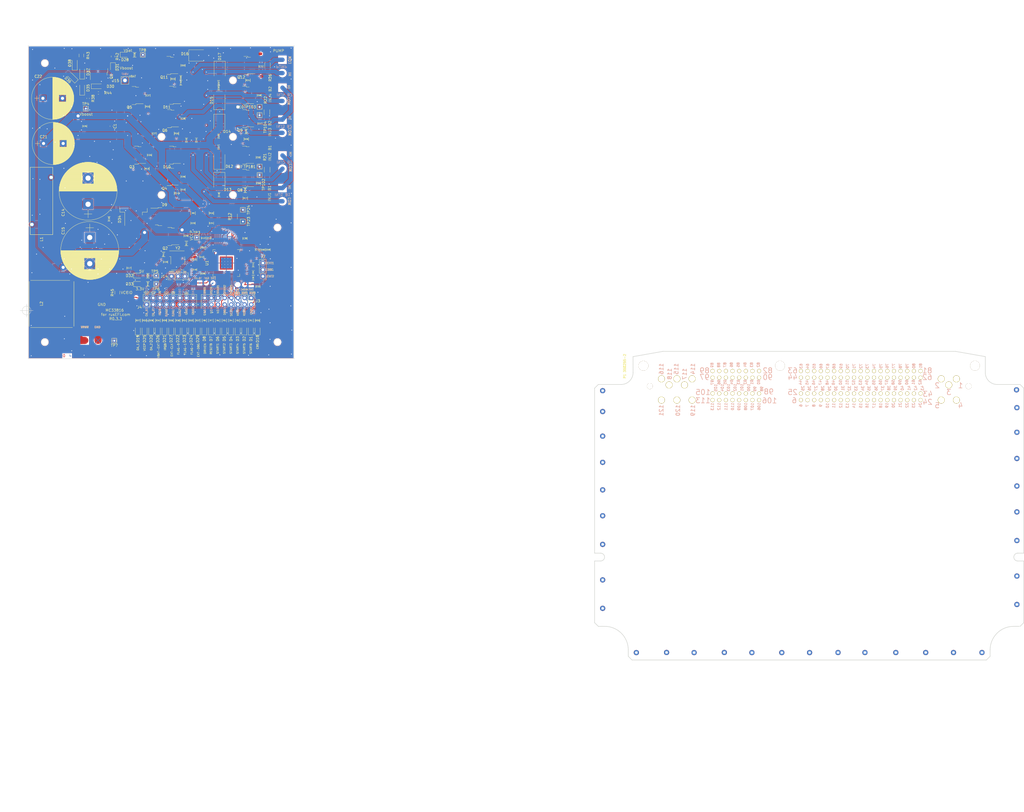
<source format=kicad_pcb>
(kicad_pcb (version 20211014) (generator pcbnew)
  (title_block (title "GDI 4ch") (date "2020-11-26") (rev "Rev. a") (company "http://rusefi.com/"))
  (layers (0 "F.Cu" signal) (1 "In1.Cu" power "PWR_AN") (2 "In2.Cu" power "GND") (31 "B.Cu" signal) (34 "B.Paste" user) (35 "F.Paste" user) (36 "B.SilkS" user "B.Silkscreen") (37 "F.SilkS" user "F.Silkscreen") (38 "B.Mask" user) (39 "F.Mask" user) (44 "Edge.Cuts" user))
  (net 0 "")
  (net 1 "GND")
  (net 2 "/5V")
  (net 3 "/3.3V")
  (net 4 "+BATT")
  (net 5 "/VCCP")
  (net 6 "/Vbat")
  (net 7 "Net-(C8-Pad1)")
  (net 8 "Net-(C23-Pad1)")
  (net 9 "Net-(C24-Pad1)")
  (net 10 "Net-(C26-Pad2)")
  (net 11 "Net-(C10-Pad1)")
  (net 12 "+5V")
  (net 13 "Net-(C15-Pad1)")
  (net 14 "Vdrive")
  (net 15 "Net-(C39-Pad1)")
  (net 16 "Net-(C21-Pad2)")
  (net 17 "Net-(C26-Pad1)")
  (net 18 "Net-(R13-Pad1)")
  (net 19 "Net-(C55-Pad2)")
  (net 20 "Net-(C35-Pad2)")
  (net 21 "Net-(R14-Pad1)")
  (net 22 "/H1")
  (net 23 "Net-(C63-Pad1)")
  (net 24 "Net-(C64-Pad2)")
  (net 25 "Net-(C71-Pad2)")
  (net 26 "/START6")
  (net 27 "/CSB")
  (net 28 "/START5")
  (net 29 "/MISO")
  (net 30 "/START4")
  (net 31 "/MOSI")
  (net 32 "/START3")
  (net 33 "/SCLK")
  (net 34 "/START2")
  (net 35 "/DBG_EXT2")
  (net 36 "/START1")
  (net 37 "/RESETB")
  (net 38 "/DRVEN")
  (net 39 "/OA_1")
  (net 40 "/OA_2")
  (net 41 "/IRQB")
  (net 42 "/FLAG_0")
  (net 43 "/EXT_CLK")
  (net 44 "/FLAG_1")
  (net 45 "/FLAG_2")
  (net 46 "/DBG_EXT1")
  (net 47 "Net-(R15-Pad1)")
  (net 48 "Net-(C37-Pad2)")
  (net 49 "Net-(R16-Pad2)")
  (net 50 "/H3")
  (net 51 "Net-(C40-Pad2)")
  (net 52 "Net-(C41-Pad2)")
  (net 53 "Net-(C42-Pad2)")
  (net 54 "/L2")
  (net 55 "/L1")
  (net 56 "/L3")
  (net 57 "/L4")
  (net 58 "/CLK")
  (net 59 "Net-(C59-Pad1)")
  (net 60 "Net-(R18-Pad1)")
  (net 61 "Net-(R19-Pad2)")
  (net 62 "Net-(C60-Pad1)")
  (net 63 "Net-(R20-Pad2)")
  (net 64 "/H_PUMP")
  (net 65 "/L_PUMP")
  (net 66 "Net-(C71-Pad1)")
  (net 67 "Net-(D9-Pad3)")
  (net 70 "/VCCIO_EXT")
  (net 71 "Net-(J7-Pad2)")
  (net 72 "Net-(R11-Pad2)")
  (net 73 "Net-(R13-Pad2)")
  (net 74 "Net-(R14-Pad2)")
  (net 75 "Net-(D1-Pad2)")
  (net 76 "Net-(D2-Pad2)")
  (net 77 "Net-(D3-Pad2)")
  (net 78 "Net-(D4-Pad2)")
  (net 79 "Net-(D5-Pad2)")
  (net 80 "Net-(D6-Pad2)")
  (net 81 "Net-(D7-Pad2)")
  (net 82 "Net-(D8-Pad2)")
  (net 83 "Net-(D18-Pad2)")
  (net 84 "Net-(D19-Pad2)")
  (net 85 "Net-(D20-Pad2)")
  (net 86 "Net-(D21-Pad2)")
  (net 87 "Net-(D22-Pad2)")
  (net 88 "Net-(D23-Pad2)")
  (net 89 "Net-(D24-Pad2)")
  (net 90 "Net-(D25-Pad2)")
  (net 91 "Net-(D26-Pad2)")
  (net 92 "Net-(D27-Pad2)")
  (net 93 "Net-(D29-Pad2)")
  (net 94 "/VBAT_EXT")
  (net 95 "Net-(D28-Pad2)")
  (net 96 "Net-(D32-Pad2)")
  (net 97 "Net-(D33-Pad2)")
  (net 98 "Net-(R41-Pad2)")
  (net 99 "Net-(D30-Pad1)")
  (net 100 "Net-(D35-Pad2)")
  (net 101 "Net-(D36-Pad2)")
  (net 102 "Net-(D37-Pad2)")
  (net 103 "Net-(D38-Pad2)")
  (net 104 "Net-(D31-Pad1)")
  (net 105 "Net-(D35-Pad1)")
  (net 106 "Net-(Q1-Pad2)")
  (net 109 "/USB_PWR")
  (net 232 "Net-(R15-Pad2)")
  (net 233 "Net-(R16-Pad1)")
  (net 234 "Net-(R17-Pad2)")
  (net 235 "Net-(R18-Pad2)")
  (net 236 "Net-(R19-Pad1)")
  (net 237 "Net-(R20-Pad1)")
  (net 238 "Net-(R23-Pad2)")
  (net 239 "Net-(R24-Pad2)")
  (footprint "Capacitors_ThroughHole:CP_Radial_D22.0mm_P10.00mm_SnapIn" (layer "F.Cu") (at -122.935 -17.56 -90)
    (fp_text reference "C15")
    (fp_text value "1000uF")
  )
  (footprint "Capacitors_ThroughHole:CP_Radial_D16.0mm_P7.50mm" (layer "F.Cu") (at -140.588 -53.501)
    (fp_text reference "C21")
    (fp_text value "390uF")
  )
  (footprint "Package_TO_SOT_SMD:TO-252-2" (layer "F.Cu") (at -93.478 -49.056 180)
    (fp_text reference "D10")
    (fp_text value "SBR10200CTL")
  )
  (footprint "Diodes_SMD:D_SMB" (layer "F.Cu") (at -73.405 -47.151 90)
    (fp_text reference "D12")
    (fp_text value "STPS2H100UY")
  )
  (footprint "Diodes_SMD:D_SMB" (layer "F.Cu") (at -73.405 -38.896 -90)
    (fp_text reference "D13")
    (fp_text value "STPS2H100UY")
  )
  (footprint "Diodes_SMD:D_SMB" (layer "F.Cu") (at -73.405 -61.121 -90)
    (fp_text reference "D14")
    (fp_text value "STPS2H100UY")
  )
  (footprint "Diodes_SMD:D_SMB" (layer "F.Cu") (at -81.533 -87.156)
    (fp_text reference "D16")
    (fp_text value "STPS2H100UY")
  )
  (footprint "Diodes_SMD:D_SMB" (layer "F.Cu") (at -73.278 -81.441 -90)
    (fp_text reference "D17")
    (fp_text value "STPS2H100UY")
  )
  (footprint "Pin_Headers:Pin_Header_Straight_2x08_Pitch2.54mm" (layer "F.Cu") (at -61.213 5.554 -90)
    (fp_text reference "J3")
    (fp_text value "CONN_02X08")
  )
  (footprint "Pin_Headers:Pin_Header_Straight_2x08_Pitch2.54mm" (layer "F.Cu") (at -101.218 8.094 90)
    (fp_text reference "J4")
    (fp_text value "CONN_02X08")
  )
  (footprint "rusefi_lib:IHLP6767GZER100M01" (layer "F.Cu") (at -137.54 7.84 90)
    (fp_text reference "L2")
    (fp_text value "10uH" hide)
  )
  (footprint "Package_TO_SOT_SMD:TO-252-2" (layer "F.Cu") (at -94.113 -17.941 180)
    (fp_text reference "Q2")
    (fp_text value "BUK9230-100B")
  )
  (footprint "Package_TO_SOT_SMD:TO-252-2" (layer "F.Cu") (at -94.367 -40.801 180)
    (fp_text reference "Q4")
    (fp_text value "BUK9230-100B")
  )
  (footprint "Package_TO_SOT_SMD:TO-252-2" (layer "F.Cu") (at -107.7655 -71.8525 180)
    (fp_text reference "Q5")
    (fp_text value "BUK9230-100B")
  )
  (footprint "Package_TO_SOT_SMD:TO-252-2" (layer "F.Cu") (at -94.24 -63.026 180)
    (fp_text reference "Q6")
    (fp_text value "BUK9230-100B")
  )
  (footprint "Package_TO_SOT_SMD:TO-252-2" (layer "F.Cu") (at -65.538 -49.056 180)
    (fp_text reference "Q7")
    (fp_text value "BUK9230-100B")
  )
  (footprint "Package_TO_SOT_SMD:TO-252-2" (layer "F.Cu") (at -65.538 -40.166 180)
    (fp_text reference "Q8")
    (fp_text value "BUK9230-100B")
  )
  (footprint "Package_TO_SOT_SMD:TO-252-2" (layer "F.Cu") (at -65.538 -63.026 180)
    (fp_text reference "Q9")
    (fp_text value "BUK9230-100B")
  )
  (footprint "Package_TO_SOT_SMD:TO-252-2" (layer "F.Cu") (at -65.538 -71.916 180)
    (fp_text reference "Q10")
    (fp_text value "BUK9230-100B")
  )
  (footprint "Resistors_SMD:R_1206_HandSoldering" (layer "F.Cu") (at -67.563 -25.561 90)
    (fp_text reference "R12")
    (fp_text value "0R010")
  )
  (footprint "Resistors_SMD:R_1206_HandSoldering" (layer "F.Cu") (at -55.117 -43.468 -90)
    (fp_text reference "R21")
    (fp_text value "0R010")
  )
  (footprint "Resistors_SMD:R_1206_HandSoldering" (layer "F.Cu") (at -55.244 -65.439 -90)
    (fp_text reference "R22")
    (fp_text value "0R010")
  )
  (footprint "Resistors_SMD:R_1206_HandSoldering" (layer "F.Cu") (at -54.99 -83.346 -90)
    (fp_text reference "R26")
    (fp_text value "0R010")
  )
  (footprint "Connector_Pin:Pin_D0.7mm_L6.5mm_W1.8mm_FlatFork" (layer "F.Cu") (at -64.388 -23.656 -90)
    (fp_text reference "TP23")
    (fp_text value "CONN_01X01")
  )
  (footprint "Connector_Pin:Pin_D0.7mm_L6.5mm_W1.8mm_FlatFork" (layer "F.Cu") (at -64.388 -28.101 -90)
    (fp_text reference "TP24")
    (fp_text value "CONN_01X01")
  )
  (footprint "Connector_Pin:Pin_D0.7mm_L6.5mm_W1.8mm_FlatFork" (layer "F.Cu") (at -58.038 -44.611 -90)
    (fp_text reference "TP101")
    (fp_text value "CONN_01X01")
  )
  (footprint "Connector_Pin:Pin_D0.7mm_L6.5mm_W1.8mm_FlatFork" (layer "F.Cu") (at -58.038 -41.436 -90)
    (fp_text reference "TP102")
    (fp_text value "CONN_01X01")
  )
  (footprint "Connector_Pin:Pin_D0.7mm_L6.5mm_W1.8mm_FlatFork" (layer "F.Cu") (at -58.038 -67.471 -90)
    (fp_text reference "TP103")
    (fp_text value "CONN_01X01")
  )
  (footprint "Connector_Pin:Pin_D0.7mm_L6.5mm_W1.8mm_FlatFork" (layer "F.Cu") (at -58.038 -64.296 -90)
    (fp_text reference "TP104")
    (fp_text value "CONN_01X01")
  )
  (footprint "rusefi_lib:C_0805" (layer "F.Cu") (at -60.451 -2.066)
    (fp_text reference "C8")
    (fp_text value "0.1uF" hide)
  )
  (footprint "rusefi_lib:C_0805" (layer "F.Cu") (at -60.451 -4.098)
    (fp_text reference "C9")
    (fp_text value "1uF" hide)
  )
  (footprint "rusefi_lib:C_0805" (layer "F.Cu") (at -58.673 1.236 -90)
    (fp_text reference "C10")
    (fp_text value "0.1uF" hide)
  )
  (footprint "rusefi_lib:C_0805" (layer "F.Cu") (at -60.451 -7.146)
    (fp_text reference "C11")
    (fp_text value "0.1uF" hide)
  )
  (footprint "rusefi_lib:C_0805" (layer "F.Cu") (at -79.501 -17.306 90)
    (fp_text reference "C12")
    (fp_text value "4.7uF" hide)
  )
  (footprint "rusefi_lib:C_0805" (layer "F.Cu") (at -77.342 -17.322 90)
    (fp_text reference "C13")
    (fp_text value "0.1uF" hide)
  )
  (footprint "rusefi_lib:C_0805" (layer "F.Cu") (at -115.569 -24.672)
    (fp_text reference "C16")
    (fp_text value "220nF" hide)
  )
  (footprint "rusefi_lib:C_0805" (layer "F.Cu") (at -107.949 -5.876 -90)
    (fp_text reference "C17")
    (fp_text value "220nF" hide)
  )
  (footprint "rusefi_lib:C_0805" (layer "F.Cu") (at -83.438 -23.021 -90)
    (fp_text reference "C23")
    (fp_text value "330pF" hide)
  )
  (footprint "rusefi_lib:C_0805" (layer "F.Cu") (at -76.453 -23.021 -90)
    (fp_text reference "C24")
    (fp_text value "330pF" hide)
  )
  (footprint "rusefi_lib:C_0805" (layer "F.Cu") (at -124.84 -60.105 -90)
    (fp_text reference "C25")
    (fp_text value "0.22uF" hide)
  )
  (footprint "rusefi_lib:C_0805" (layer "F.Cu") (at -98.297 -57.311 -90)
    (fp_text reference "C27")
    (fp_text value "0.22uF" hide)
  )
  (footprint "rusefi_lib:C_0805" (layer "F.Cu") (at -63.626 -17.195 90)
    (fp_text reference "C28")
    (fp_text value "330pF" hide)
  )
  (footprint "rusefi_lib:C_0805" (layer "F.Cu") (at -100.075 -49.056 90)
    (fp_text reference "C35")
    (fp_text value "1000pF" hide)
  )
  (footprint "rusefi_lib:C_0805" (layer "F.Cu") (at -100.6465 -71.8525 90)
    (fp_text reference "C37")
    (fp_text value "1000pF" hide)
  )
  (footprint "rusefi_lib:C_0805" (layer "F.Cu") (at -87.248 -63.026 90)
    (fp_text reference "C38")
    (fp_text value "1000pF" hide)
  )
  (footprint "rusefi_lib:C_0805" (layer "F.Cu") (at -79.628 -3.717 -90)
    (fp_text reference "C39")
    (fp_text value "0.33uF" hide)
  )
  (footprint "rusefi_lib:C_0805" (layer "F.Cu") (at -82.803 -5.241 90)
    (fp_text reference "C40")
    (fp_text value "0.33uF" hide)
  )
  (footprint "rusefi_lib:C_0805" (layer "F.Cu") (at -82.803 -9.051 90)
    (fp_text reference "C41")
    (fp_text value "0.33uF" hide)
  )
  (footprint "rusefi_lib:C_0805" (layer "F.Cu") (at -80.136 -10.067 90)
    (fp_text reference "C42")
    (fp_text value "0.33uF" hide)
  )
  (footprint "rusefi_lib:C_0805" (layer "F.Cu") (at -87.248 -35.848 -90)
    (fp_text reference "C43")
    (fp_text value "4700pF" hide)
  )
  (footprint "rusefi_lib:C_0805" (layer "F.Cu") (at -82.168 -54.771 180)
    (fp_text reference "C44")
    (fp_text value "4700pF" hide)
  )
  (footprint "rusefi_lib:C_0805" (layer "F.Cu") (at -85.978 -54.771)
    (fp_text reference "C45")
    (fp_text value "4700pF" hide)
  )
  (footprint "rusefi_lib:C_0805" (layer "F.Cu") (at -88.137 -76.615 180)
    (fp_text reference "C46")
    (fp_text value "4700pF" hide)
  )
  (footprint "rusefi_lib:C_0805" (layer "F.Cu") (at -73.659 -52.104)
    (fp_text reference "C47")
    (fp_text value "4700pF" hide)
  )
  (footprint "rusefi_lib:C_0805" (layer "F.Cu") (at -73.532 -33.943)
    (fp_text reference "C48")
    (fp_text value "4700pF" hide)
  )
  (footprint "rusefi_lib:C_0805" (layer "F.Cu") (at -73.659 -56.295)
    (fp_text reference "C49")
    (fp_text value "4700pF" hide)
  )
  (footprint "rusefi_lib:C_0805" (layer "F.Cu") (at -73.659 -74.71)
    (fp_text reference "C50")
    (fp_text value "4700pF" hide)
  )
  (footprint "rusefi_lib:C_0805" (layer "F.Cu") (at -58.546 -48.167 -90)
    (fp_text reference "C55")
    (fp_text value "1000pF" hide)
  )
  (footprint "rusefi_lib:C_0805" (layer "F.Cu") (at -58.419 -38.261 -90)
    (fp_text reference "C56")
    (fp_text value "1000pF" hide)
  )
  (footprint "rusefi_lib:C_0805" (layer "F.Cu") (at -57.911 -61.105 90)
    (fp_text reference "C57")
    (fp_text value "1000pF" hide)
  )
  (footprint "rusefi_lib:C_0805" (layer "F.Cu") (at -58.165 -71.916 90)
    (fp_text reference "C58")
    (fp_text value "1000pF" hide)
  )
  (footprint "rusefi_lib:C_0805" (layer "F.Cu") (at -54.736 -12.861 90)
    (fp_text reference "C59")
    (fp_text value "330pF" hide)
  )
  (footprint "rusefi_lib:C_0805" (layer "F.Cu") (at -56.768 -12.861 90)
    (fp_text reference "C60")
    (fp_text value "330pF" hide)
  )
  (footprint "rusefi_lib:C_0805" (layer "F.Cu") (at -87.248 -83.346 90)
    (fp_text reference "C63")
    (fp_text value "1000pF" hide)
  )
  (footprint "rusefi_lib:C_0805" (layer "F.Cu") (at -88.137 -78.647 180)
    (fp_text reference "C65")
    (fp_text value "4700pF" hide)
  )
  (footprint "rusefi_lib:C_0805" (layer "F.Cu") (at -73.659 -76.742)
    (fp_text reference "C67")
    (fp_text value "4700pF" hide)
  )
  (footprint "rusefi_lib:C_0805" (layer "F.Cu") (at -57.53 -82.965 -90)
    (fp_text reference "C71")
    (fp_text value "1000pF" hide)
  )
  (footprint "rusefi_lib:C_0805" (layer "F.Cu") (at -58.8 -12.861 90)
    (fp_text reference "C73")
    (fp_text value "330pF" hide)
  )
  (footprint "rusefi_lib:R_0805" (layer "F.Cu") (at -83.438 -26.831 -90)
    (fp_text reference "R9")
    (fp_text value "5.1R" hide)
  )
  (footprint "rusefi_lib:R_0805" (layer "F.Cu") (at -76.453 -26.831 -90)
    (fp_text reference "R10")
    (fp_text value "5.1R" hide)
  )
  (footprint "rusefi_lib:R_0805" (layer "F.Cu") (at -85.978 -15.274)
    (fp_text reference "R11")
    (fp_text value "10R" hide)
  )
  (footprint "rusefi_lib:R_0805" (layer "F.Cu") (at -101.091 -43.849 -90)
    (fp_text reference "R13")
    (fp_text value "10R" hide)
  )
  (footprint "rusefi_lib:R_0805" (layer "F.Cu") (at -89.788 -34.451 -90)
    (fp_text reference "R14")
    (fp_text value "10R" hide)
  )
  (footprint "rusefi_lib:R_0805" (layer "F.Cu") (at -100.837 -67.598 -90)
    (fp_text reference "R15")
    (fp_text value "10R" hide)
  )
  (footprint "rusefi_lib:R_0805" (layer "F.Cu") (at -89.788 -57.311 90)
    (fp_text reference "R16")
    (fp_text value "10R" hide)
  )
  (footprint "rusefi_lib:R_0805" (layer "F.Cu") (at -63.499 -32.546 -90)
    (fp_text reference "R17")
    (fp_text value "10R" hide)
  )
  (footprint "rusefi_lib:R_0805" (layer "F.Cu") (at -91.1215 -78.139 -90)
    (fp_text reference "R23")
    (fp_text value "10R" hide)
  )
  (footprint "rusefi_lib:R_0805" (layer "F.Cu") (at -62.483 -77.631 -90)
    (fp_text reference "R24")
    (fp_text value "10R" hide)
  )
  (footprint "rusefi_lib:C_0805" (layer "F.Cu") (at -86.105 -18.195 -90)
    (fp_text reference "C26")
    (fp_text value "470pF" hide)
  )
  (footprint "Pin_Headers:Pin_Header_Straight_1x03_Pitch2.54mm" (layer "F.Cu") (at -91.693 -2.701 90)
    (fp_text reference "J14")
    (fp_text value "CONN_01X03")
  )
  (footprint "Connector_Pin:Pin_D1.4mm_L8.5mm_W2.8mm_FlatFork" (layer "F.Cu") (at -109.473 -77.631)
    (fp_text reference "J15")
    (fp_text value "CONN_01X01")
  )
  (footprint "Package_TO_SOT_SMD:TO-252-2" (layer "F.Cu") (at -65.03 -83.346 180)
    (fp_text reference "Q12")
    (fp_text value "BUK9230-100B")
  )
  (footprint "rusefi_lib:R_0805" (layer "F.Cu") (at -63.118 -55.152 90)
    (fp_text reference "R20")
    (fp_text value "10R" hide)
  )
  (footprint "rusefi_lib:R_0805" (layer "F.Cu") (at -63.118 -58.073)
    (fp_text reference "R19")
    (fp_text value "10R" hide)
  )
  (footprint "Package_TO_SOT_SMD:TO-252-2" (layer "F.Cu") (at -106.813 -49.056 180)
    (fp_text reference "Q3")
    (fp_text value "BUK9230-100B")
  )
  (footprint "rusefi_lib:R_0805" (layer "F.Cu") (at -63.499 -35.594 180)
    (fp_text reference "R18")
    (fp_text value "10R" hide)
  )
  (footprint "rusefi_lib:C_0805" (layer "F.Cu") (at -87.248 -40.801 90)
    (fp_text reference "C36")
    (fp_text value "1000pF" hide)
  )
  (footprint "Capacitors_ThroughHole:CP_Radial_D16.0mm_P7.50mm" (layer "F.Cu") (at -140.842 -70.773)
    (fp_text reference "C22")
    (fp_text value "390uF")
  )
  (footprint "Pin_Headers:Pin_Header_Straight_1x03_Pitch2.54mm" (layer "F.Cu") (at -56.768 -2.701 180)
    (fp_text reference "J7")
    (fp_text value "CONN_01X03")
  )
  (footprint "Capacitors_ThroughHole:CP_Radial_D22.0mm_P10.00mm_SnapIn" (layer "F.Cu") (at -123.57 -30.26 90)
    (fp_text reference "C14")
    (fp_text value "1000uF")
  )
  (footprint "rusefi_lib:744710610-Inductor" (layer "F.Cu") (at -141.35 -31.53 90)
    (fp_text reference "L1")
    (fp_text value "6uH" hide)
  )
  (footprint "LED_SMD:LED_0805_2012Metric" (layer "F.Cu") (at -61.34 18 90)
    (fp_text reference "D1")
    (fp_text value "LED_Small")
  )
  (footprint "LED_SMD:LED_0805_2012Metric" (layer "F.Cu") (at -63.88 18 90)
    (fp_text reference "D2")
    (fp_text value "LED_Small")
  )
  (footprint "LED_SMD:LED_0805_2012Metric" (layer "F.Cu") (at -66.42 18 90)
    (fp_text reference "D3")
    (fp_text value "LED_Small")
  )
  (footprint "LED_SMD:LED_0805_2012Metric" (layer "F.Cu") (at -68.96 18 90)
    (fp_text reference "D4")
    (fp_text value "LED_Small")
  )
  (footprint "LED_SMD:LED_0805_2012Metric" (layer "F.Cu") (at -71.5 18 90)
    (fp_text reference "D5")
    (fp_text value "LED_Small")
  )
  (footprint "LED_SMD:LED_0805_2012Metric" (layer "F.Cu") (at -74.04 18 90)
    (fp_text reference "D6")
    (fp_text value "LED_Small")
  )
  (footprint "LED_SMD:LED_0805_2012Metric" (layer "F.Cu") (at -76.58 18 90)
    (fp_text reference "D7")
    (fp_text value "LED_Small")
  )
  (footprint "LED_SMD:LED_0805_2012Metric" (layer "F.Cu") (at -79.12 18 90)
    (fp_text reference "D8")
    (fp_text value "LED_Small")
  )
  (footprint "LED_SMD:LED_0805_2012Metric" (layer "F.Cu") (at -58.8 18 90)
    (fp_text reference "D18")
    (fp_text value "LED_Small")
  )
  (footprint "LED_SMD:LED_0805_2012Metric" (layer "F.Cu") (at -104.52 18 90)
    (fp_text reference "D19")
    (fp_text value "LED_Small")
  )
  (footprint "LED_SMD:LED_0805_2012Metric" (layer "F.Cu") (at -99.44 18 90)
    (fp_text reference "D20")
    (fp_text value "LED_Small")
  )
  (footprint "LED_SMD:LED_0805_2012Metric" (layer "F.Cu") (at -94.36 18 90)
    (fp_text reference "D21")
    (fp_text value "LED_Small")
  )
  (footprint "LED_SMD:LED_0805_2012Metric" (layer "F.Cu") (at -89.28 18 90)
    (fp_text reference "D22")
    (fp_text value "LED_Small")
  )
  (footprint "LED_SMD:LED_0805_2012Metric" (layer "F.Cu") (at -86.74 18 90)
    (fp_text reference "D23")
    (fp_text value "LED_Small")
  )
  (footprint "LED_SMD:LED_0805_2012Metric" (layer "F.Cu") (at -84.2 18 90)
    (fp_text reference "D24")
    (fp_text value "LED_Small")
  )
  (footprint "LED_SMD:LED_0805_2012Metric" (layer "F.Cu") (at -101.98 18 90)
    (fp_text reference "D25")
    (fp_text value "LED_Small")
  )
  (footprint "LED_SMD:LED_0805_2012Metric" (layer "F.Cu") (at -96.9 18 90)
    (fp_text reference "D26")
    (fp_text value "LED_Small")
  )
  (footprint "LED_SMD:LED_0805_2012Metric" (layer "F.Cu") (at -91.82 18 90)
    (fp_text reference "D27")
    (fp_text value "LED_Small")
  )
  (footprint "LED_SMD:LED_0805_2012Metric" (layer "F.Cu") (at -81.66 18 90)
    (fp_text reference "D29")
    (fp_text value "LED_Small")
  )
  (footprint "rusefi_lib:R_0805" (layer "F.Cu") (at -61.34 14.19 90)
    (fp_text reference "R1")
    (fp_text value "1k" hide)
  )
  (footprint "rusefi_lib:R_0805" (layer "F.Cu") (at -63.88 14.19 90)
    (fp_text reference "R2")
    (fp_text value "1k" hide)
  )
  (footprint "rusefi_lib:R_0805" (layer "F.Cu") (at -66.42 14.19 90)
    (fp_text reference "R3")
    (fp_text value "1k" hide)
  )
  (footprint "rusefi_lib:R_0805" (layer "F.Cu") (at -68.96 14.19 90)
    (fp_text reference "R4")
    (fp_text value "1k" hide)
  )
  (footprint "rusefi_lib:R_0805" (layer "F.Cu") (at -71.5 14.19 90)
    (fp_text reference "R5")
    (fp_text value "1k" hide)
  )
  (footprint "rusefi_lib:R_0805" (layer "F.Cu") (at -74.04 14.19 90)
    (fp_text reference "R6")
    (fp_text value "1k" hide)
  )
  (footprint "rusefi_lib:R_0805" (layer "F.Cu") (at -76.58 14.19 90)
    (fp_text reference "R7")
    (fp_text value "1k" hide)
  )
  (footprint "rusefi_lib:R_0805" (layer "F.Cu") (at -79.12 14.19 90)
    (fp_text reference "R8")
    (fp_text value "1k" hide)
  )
  (footprint "rusefi_lib:R_0805" (layer "F.Cu") (at -58.8 14.19 90)
    (fp_text reference "R25")
    (fp_text value "1k" hide)
  )
  (footprint "rusefi_lib:R_0805" (layer "F.Cu") (at -99.44 14.19 90)
    (fp_text reference "R28")
    (fp_text value "1k" hide)
  )
  (footprint "rusefi_lib:R_0805" (layer "F.Cu") (at -94.36 14.19 90)
    (fp_text reference "R29")
    (fp_text value "1k" hide)
  )
  (footprint "rusefi_lib:R_0805" (layer "F.Cu") (at -89.28 14.19 90)
    (fp_text reference "R30")
    (fp_text value "1k" hide)
  )
  (footprint "rusefi_lib:R_0805" (layer "F.Cu") (at -86.74 14.19 90)
    (fp_text reference "R31")
    (fp_text value "1k" hide)
  )
  (footprint "rusefi_lib:R_0805" (layer "F.Cu") (at -101.98 14.19 90)
    (fp_text reference "R33")
    (fp_text value "1k" hide)
  )
  (footprint "rusefi_lib:R_0805" (layer "F.Cu") (at -96.9 14.19 90)
    (fp_text reference "R34")
    (fp_text value "1k" hide)
  )
  (footprint "rusefi_lib:R_0805" (layer "F.Cu") (at -91.82 14.19 90)
    (fp_text reference "R35")
    (fp_text value "1k" hide)
  )
  (footprint "rusefi_lib:R_0805" (layer "F.Cu") (at -104.52 14.19 90)
    (fp_text reference "R27")
    (fp_text value "1k" hide)
  )
  (footprint "rusefi_lib:R_0805" (layer "F.Cu") (at -81.66 14.19 90)
    (fp_text reference "R37")
    (fp_text value "1k" hide)
  )
  (footprint "rusefi_lib:R_0805" (layer "F.Cu") (at -84.2 14.19 90)
    (fp_text reference "R32")
    (fp_text value "1k" hide)
  )
  (footprint "rusefi_lib:C_0805" (layer "F.Cu") (at -79.628 -13.6992 90)
    (fp_text reference "C64")
    (fp_text value "0.33uF" hide)
  )
  (footprint "LED_SMD:LED_0805_2012Metric" (layer "F.Cu") (at -109.6 -87.41)
    (fp_text reference "D28")
    (fp_text value "LED_Small")
  )
  (footprint "LED_SMD:LED_0805_2012Metric" (layer "F.Cu") (at -104.52 -2.955)
    (fp_text reference "D32")
    (fp_text value "LED_Small")
  )
  (footprint "LED_SMD:LED_0805_2012Metric" (layer "F.Cu") (at -104.52 0.22)
    (fp_text reference "D33")
    (fp_text value "LED_Small")
  )
  (footprint "rusefi_lib:R_0805" (layer "F.Cu") (at -105.79 -87.41)
    (fp_text reference "R36")
    (fp_text value "1k" hide)
  )
  (footprint "rusefi_lib:R_0805" (layer "F.Cu") (at -100.71 -2.955)
    (fp_text reference "R39")
    (fp_text value "1k" hide)
  )
  (footprint "rusefi_lib:R_0805" (layer "F.Cu") (at -100.71 0.22)
    (fp_text reference "R40")
    (fp_text value "1k" hide)
  )
  (footprint "Connector_Pin:Pin_D0.7mm_L6.5mm_W1.8mm_FlatFork" (layer "F.Cu") (at -82.041 -17.56 180)
    (fp_text reference "TP3")
    (fp_text value "CONN_01X01")
  )
  (footprint "Connector_Pin:Pin_D0.7mm_L6.5mm_W1.8mm_FlatFork" (layer "F.Cu") (at -97.535 -2.955 90)
    (fp_text reference "TP5")
    (fp_text value "CONN_01X01")
  )
  (footprint "Connector_Pin:Pin_D0.7mm_L6.5mm_W1.8mm_FlatFork" (layer "F.Cu") (at -97.535 0.22 90)
    (fp_text reference "TP6")
    (fp_text value "CONN_01X01")
  )
  (footprint "Connector_Pin:Pin_D0.7mm_L6.5mm_W1.8mm_FlatFork" (layer "F.Cu") (at -113.537 21.937)
    (fp_text reference "TP7")
    (fp_text value "CONN_01X01")
  )
  (footprint "Connector_Pin:Pin_D0.7mm_L6.5mm_W1.8mm_FlatFork" (layer "F.Cu") (at -102.615 -87.41 90)
    (fp_text reference "TP8")
    (fp_text value "CONN_01X01")
  )
  (footprint "Connector_Pin:Pin_D0.7mm_L6.5mm_W1.8mm_FlatFork" (layer "F.Cu") (at -124.459 -66.836 180)
    (fp_text reference "TP4")
    (fp_text value "CONN_01X01")
  )
  (footprint "Diodes_SMD:D_SMB" (layer "F.Cu") (at -73.405 -70.011 90)
    (fp_text reference "D15")
    (fp_text value "STPS2H100UY")
  )
  (footprint "Package_TO_SOT_SMD:TO-263-2" (layer "F.Cu") (at -106.19 -30.175 90)
    (fp_text reference "D34")
    (fp_text value "STTH802G-TR")
  )
  (footprint "Capacitor_SMD:C_0603_1608Metric" (layer "F.Cu") (at -114.68 -60.105 -90)
    (fp_text reference "C1")
    (fp_text value "100nF")
  )
  (footprint "Package_TO_SOT_SMD:TO-252-2" (layer "F.Cu") (at -94.494 -83.346 180)
    (fp_text reference "Q11")
    (fp_text value "BUK9230-100B")
  )
  (footprint "Package_TO_SOT_SMD:TO-252-2" (layer "F.Cu") (at -94.35 -25.561)
    (fp_text reference "D9")
    (fp_text value "FFD10UP20S")
  )
  (footprint "Package_TO_SOT_SMD:TO-252-2" (layer "F.Cu") (at -93.478 -71.916 180)
    (fp_text reference "D11")
    (fp_text value "SBR10200CTL")
  )
  (footprint "Oscillator:Oscillator_SMD_Diodes_FN-4Pin_7.0x5.0mm" (layer "F.Cu") (at -89.28 -8.797)
    (fp_text reference "Y2")
    (fp_text value "1MHz")
  )
  (footprint "rusefi_lib:R_0805" (layer "F.Cu") (at -94.741 -11.083)
    (fp_text reference "R41")
    (fp_text value "10R" hide)
  )
  (footprint "rusefi_lib:C_0805" (layer "F.Cu") (at -93.979 -8.162 -90)
    (fp_text reference "C19")
    (fp_text value "1000pF" hide)
  )
  (footprint "Resistor_SMD:R_0603_1608Metric" (layer "F.Cu") (at -119.6075 -72.805 180)
    (fp_text reference "R44")
    (fp_text value "10k")
  )
  (footprint "Resistor_SMD:R_1206_3216Metric_Pad1.42x1.75mm_HandSolder" (layer "F.Cu") (at -126.11 -87.152 90)
    (fp_text reference "R43")
    (fp_text value "0R010")
  )
  (footprint "Diode_SMD:D_MicroMELF_Handsoldering" (layer "F.Cu") (at -128.65 -84.235 90)
    (fp_text reference "D38")
    (fp_text value "5.7V")
  )
  (footprint "Diode_SMD:D_MicroMELF_Handsoldering" (layer "F.Cu") (at -129.92 -79.155 135)
    (fp_text reference "D36")
    (fp_text value "5.7V")
  )
  (footprint "Diode_SMD:D_MicroMELF_Handsoldering" (layer "F.Cu") (at -125.856 -74.71 90)
    (fp_text reference "D35")
    (fp_text value "5.7V")
  )
  (footprint "Package_TO_SOT_SMD:TO-252-2" (layer "F.Cu") (at -119.505 -83.175 90)
    (fp_text reference "Q1")
    (fp_text value "BUK9230-100B")
  )
  (footprint "Diode_SMD:D_MicroMELF_Handsoldering" (layer "F.Cu") (at -125.856 -80.88 90)
    (fp_text reference "D37")
    (fp_text value "5.7V")
  )
  (footprint "Resistor_SMD:R_0805_2012Metric" (layer "F.Cu") (at -114.045 -86.775 -90)
    (fp_text reference "R42")
    (fp_text value "1k")
  )
  (footprint "Resistor_SMD:R_0603_1608Metric" (layer "F.Cu") (at -123.57 -70.7475 -90)
    (fp_text reference "R38")
    (fp_text value "10k")
  )
  (footprint "Diode_SMD:D_MicroMELF_Handsoldering" (layer "F.Cu") (at -119.58 -75.345)
    (fp_text reference "D30")
    (fp_text value "5.7V")
  )
  (footprint "LED_SMD:LED_0805_2012Metric" (layer "F.Cu") (at -114.045 -82.6625 -90)
    (fp_text reference "D31")
    (fp_text value "LED_Small")
  )
  (footprint "Resistor_SMD:R_1206_3216Metric_Pad1.42x1.75mm_HandSolder" (layer "F.Cu") (at -112.394 3.522 -90)
    (fp_text reference "R45")
    (fp_text value "0R010")
  )
  (footprint "kicad6-libraries:TE_368255-2" (layer "F.Cu") (at 95.492001 44.622)
    (fp_text reference "P1")
    (fp_text value "368255-2")
  )
  (footprint "Package_QFP:LQFP-64-1EP_10x10mm_P0.5mm_EP5x5mm_ThermalVias" (layer "F.Cu") (at -70.738 -7.781 90)
    (fp_text reference "U1")
    (fp_text value "MC33816")
  )
  (gr_circle (center -68.198 -77.631) (end -68.198 -78.901) (layer "Edge.Cuts") (width 0.127) (fill none))
  (gr_circle (center -68.198 -56.041) (end -68.198 -57.311) (layer "Edge.Cuts") (width 0.127) (fill none))
  (gr_circle (center -95.503 -56.041) (end -95.503 -57.311) (layer "Edge.Cuts") (width 0.127) (fill none))
  (gr_circle (center -68.198 -33.816) (end -68.198 -35.086) (layer "Edge.Cuts") (width 0.127) (fill none))
  (gr_circle (center -95.503 -33.816) (end -95.503 -35.086) (layer "Edge.Cuts") (width 0.127) (fill none))
  (gr_circle (center -51.18 22.445) (end -51.18 21.175) (layer "Edge.Cuts") (width 0.127) (fill none))
  (gr_line (start 96.040001 26) (end 84.684801 28) (layer "Edge.Cuts") (width 0.2))
  (gr_line (start 221.140001 140.14) (end 221.140001 142.585787) (layer "Edge.Cuts") (width 0.2))
  (gr_line (start 70 129.725787) (end 71.414214 131.140001) (layer "Edge.Cuts") (width 0.2))
  (gr_line (start 70.000001 106.150001) (end 70.000001 129.725787) (layer "Edge.Cuts") (width 0.2))
  (gr_line (start 71.414214 38.65) (end 80.112801 38.65) (layer "Edge.Cuts") (width 0.2))
  (gr_line (start -44.83 -90.839) (end -146.43 -90.839) (layer "Edge.Cuts") (width 0.127))
  (gr_arc (start 73.860001 131.140001) (mid 80.223962 133.77604) (end 82.860001 140.140001) (layer "Edge.Cuts") (width 0.2))
  (gr_arc (start 231.700001 106.15) (mid 230.199834 104.65) (end 231.700001 103.15) (layer "Edge.Cuts") (width 0.2))
  (gr_line (start 231.700001 106.15) (end 234.000001 106.15) (layer "Edge.Cuts") (width 0.2))
  (gr_line (start -146.43 -90.839) (end -146.43 28.795) (layer "Edge.Cuts") (width 0.127))
  (gr_arc (start 72.300001 103.150001) (mid 73.800001 104.650001) (end 72.300001 106.150001) (layer "Edge.Cuts") (width 0.2))
  (gr_line (start 234.000001 129.725787) (end 232.585787 131.14) (layer "Edge.Cuts") (width 0.2))
  (gr_line (start 70.000001 40.064214) (end 70.000001 103.150001) (layer "Edge.Cuts") (width 0.2))
  (gr_line (start 82.860001 142.585787) (end 84.274214 144) (layer "Edge.Cuts") (width 0.2))
  (gr_line (start 72.300001 103.150001) (end 70.000001 103.150001) (layer "Edge.Cuts") (width 0.2))
  (gr_line (start 221.140001 142.585787) (end 219.725787 144) (layer "Edge.Cuts") (width 0.2))
  (gr_arc (start 223.800001 38.650002) (mid 220.65181 37.33892) (end 219.300001 34.208001) (layer "Edge.Cuts") (width 0.2))
  (gr_circle (center -51.18 -21.37) (end -51.18 -22.64) (layer "Edge.Cuts") (width 0.127) (fill none))
  (gr_arc (start 221.140001 140.14) (mid 223.77604 133.776039) (end 230.140001 131.14) (layer "Edge.Cuts") (width 0.2))
  (gr_line (start 82.860001 140.140001) (end 82.860001 142.585787) (layer "Edge.Cuts") (width 0.2))
  (gr_line (start 231.700001 103.15) (end 234.000001 103.15) (layer "Edge.Cuts") (width 0.2))
  (gr_line (start 207.960001 26) (end 219.300001 28) (layer "Edge.Cuts") (width 0.2))
  (gr_line (start 84.274214 144.000001) (end 219.725787 144) (layer "Edge.Cuts") (width 0.2))
  (gr_line (start 219.300001 28) (end 219.300001 34.208001) (layer "Edge.Cuts") (width 0.2))
  (gr_line (start 70.000001 40.064214) (end 71.414214 38.650001) (layer "Edge.Cuts") (width 0.2))
  (gr_line (start 232.585787 38.65) (end 223.800001 38.65) (layer "Edge.Cuts") (width 0.2))
  (gr_line (start 234.000001 40.064214) (end 232.585787 38.650001) (layer "Edge.Cuts") (width 0.2))
  (gr_arc (start 84.700001 34.088001) (mid 83.352805 37.320632) (end 80.112801 38.65) (layer "Edge.Cuts") (width 0.2))
  (gr_line (start -146.43 28.795) (end -44.83 28.795) (layer "Edge.Cuts") (width 0.127))
  (gr_line (start 84.684801 28) (end 84.700001 34.088001) (layer "Edge.Cuts") (width 0.2))
  (gr_line (start -44.83 28.795) (end -44.83 -90.839) (layer "Edge.Cuts") (width 0.127))
  (gr_circle (center -140.08 -84.235) (end -140.08 -85.505) (layer "Edge.Cuts") (width 0.127) (fill none))
  (gr_line (start 234.000001 40.064214) (end 234.000001 103.15) (layer "Edge.Cuts") (width 0.2))
  (gr_line (start 96.040001 26) (end 207.960001 26) (layer "Edge.Cuts") (width 0.2))
  (gr_line (start 72.300001 106.150001) (end 70.000001 106.150001) (layer "Edge.Cuts") (width 0.2))
  (gr_line (start 234.000001 106.150001) (end 234.000001 129.725787) (layer "Edge.Cuts") (width 0.2))
  (gr_line (start 73.860001 131.140001) (end 71.414214 131.140001) (layer "Edge.Cuts") (width 0.2))
  (gr_line (start 230.140001 131.14) (end 232.585787 131.14) (layer "Edge.Cuts") (width 0.2))
  (gr_circle (center -140.08 22.445) (end -140.08 21.175) (layer "Edge.Cuts") (width 0.127) (fill none))
  (gr_text "0   " (at -131.571 27.652) (layer "F.Cu") (effects (font (size 1.016 1.016) (thickness 0.127))))
  (gr_text "   4" (at -131.571 27.652) (layer "B.Cu") (effects (font (size 1.016 1.016) (thickness 0.127))))
  (gr_text "VPWR" (at -124.84 16.73) (layer "B.SilkS") (effects (font (size 0.762 0.762) (thickness 0.127)) (justify mirror)))
  (gr_text "GND" (at -120.014 16.73) (layer "B.SilkS") (effects (font (size 0.762 0.762) (thickness 0.127)) (justify mirror)))
  (gr_text "VBAT" (at -109.473 -80.044) (layer "B.SilkS") (effects (font (size 0.762 0.762) (thickness 0.127)) (justify mirror)))
  (gr_text "INJ1 B1" (at -49.275 -33.943 180) (layer "B.SilkS") (effects (font (size 1.016 1.016) (thickness 0.127)) (justify mirror)))
  (gr_text "HI    LOW" (at -46.608 -33.689 90) (layer "B.SilkS") (effects (font (size 1.016 1.016) (thickness 0.127)) (justify mirror)))
  (gr_text "PUMP" (at -49.656 -82.965 180) (layer "B.SilkS") (effects (font (size 1.016 1.016) (thickness 0.127)) (justify mirror)))
  (gr_text "RSTB" (at -76.453 3.014 90) (layer "B.SilkS") (effects (font (size 0.762 0.762) (thickness 0.1016)) (justify mirror)))
  (gr_text "STAR3" (at -68.833 2.633 90) (layer "B.SilkS") (effects (font (size 0.762 0.762) (thickness 0.1016)) (justify mirror)))
  (gr_text "GND" (at -85.978 10.38 90) (layer "B.SilkS") (effects (font (size 0.762 0.762) (thickness 0.1016)) (justify mirror)))
  (gr_text "INJ2 B1" (at -48.513 -46.389 180) (layer "B.SilkS") (effects (font (size 1.016 1.016) (thickness 0.127)) (justify mirror)))
  (gr_text "GND" (at -85.978 3.141 90) (layer "B.SilkS") (effects (font (size 0.762 0.762) (thickness 0.1016)) (justify mirror)))
  (gr_text "DBG" (at -54.355 -5.241) (layer "B.SilkS") (effects (font (size 0.762 0.762) (thickness 0.1016)) (justify mirror)))
  (gr_text "EXT" (at -75.818 -2.066) (layer "B.SilkS") (effects (font (size 0.762 0.762) (thickness 0.1016)) (justify mirror)))
  (gr_text "NC" (at -73.913 9.999 90) (layer "B.SilkS") (effects (font (size 0.762 0.762) (thickness 0.1016)) (justify mirror)))
  (gr_text "VCCIO" (at -101.218 2.633 90) (layer "B.SilkS") (effects (font (size 0.762 0.762) (thickness 0.1016)) (justify mirror)))
  (gr_text "NC" (at -76.453 9.999 90) (layer "B.SilkS") (effects (font (size 0.762 0.762) (thickness 0.1016)) (justify mirror)))
  (gr_text "NC" (at -96.138 3.522 90) (layer "B.SilkS") (effects (font (size 0.762 0.762) (thickness 0.1016)) (justify mirror)))
  (gr_text "SCLK" (at -68.833 10.634 90) (layer "B.SilkS") (effects (font (size 0.762 0.762) (thickness 0.1016)) (justify mirror)))
  (gr_text "VCCIO" (at -63.753 2.379) (layer "B.SilkS") (effects (font (size 0.762 0.762) (thickness 0.1016)) (justify mirror)))
  (gr_text "MOSI" (at -66.293 10.634 90) (layer "B.SilkS") (effects (font (size 0.762 0.762) (thickness 0.1016)) (justify mirror)))
  (gr_text "HI    LOW" (at -46.862 -72.043 90) (layer "B.SilkS") (effects (font (size 1.016 1.016) (thickness 0.127)) (justify mirror)))
  (gr_text "OA_2" (at -98.678 10.634 90) (layer "B.SilkS") (effects (font (size 0.762 0.762) (thickness 0.1016)) (justify mirror)))
  (gr_text "EXT" (at -61.213 2.379) (layer "B.SilkS") (effects (font (size 0.762 0.762) (thickness 0.1016)) (justify mirror)))
  (gr_text "ECLK" (at -93.598 2.887 90) (layer "B.SilkS") (effects (font (size 0.762 0.762) (thickness 0.1016)) (justify mirror)))
  (gr_text "MISO" (at -63.753 10.634 90) (layer "B.SilkS") (effects (font (size 0.762 0.762) (thickness 0.1016)) (justify mirror)))
  (gr_text "EXT2" (at -54.228 -2.701) (layer "B.SilkS") (effects (font (size 0.762 0.762) (thickness 0.1016)) (justify mirror)))
  (gr_text "HI    LOW" (at -46.481 -60.232 90) (layer "B.SilkS") (effects (font (size 1.016 1.016) (thickness 0.127)) (justify mirror)))
  (gr_text "DRVEN" (at -78.993 3.141 90) (layer "B.SilkS") (effects (font (size 0.762 0.508) (thickness 0.1016)) (justify mirror)))
  (gr_text "5V" (at -86.613 -4.225) (layer "B.SilkS") (effects (font (size 0.762 0.762) (thickness 0.1016)) (justify mirror)))
  (gr_text "STAR2" (at -71.373 2.633 90) (layer "B.SilkS") (effects (font (size 0.762 0.762) (thickness 0.1016)) (justify mirror)))
  (gr_text "STAR5" (at -63.753 3.776) (layer "B.SilkS") (effects (font (size 0.762 0.508) (thickness 0.1016)) (justify mirror)))
  (gr_text "5V" (at -66.293 2.379) (layer "B.SilkS") (effects (font (size 0.762 0.762) (thickness 0.1016)) (justify mirror)))
  (gr_text "GND" (at -91.693 -4.225) (layer "B.SilkS") (effects (font (size 0.762 0.762) (thickness 0.1016)) (justify mirror)))
  (gr_text "STAR6" (at -60.832 3.776) (layer "B.SilkS") (effects (font (size 0.762 0.508) (thickness 0.1016)) (justify mirror)))
  (gr_text "GND" (at -78.993 10.38 90) (layer "B.SilkS") (effects (font (size 0.762 0.762) (thickness 0.1016)) (justify mirror)))
  (gr_text "INJ4 B2" (at -48.513 -72.17 180) (layer "B.SilkS") (effects (font (size 1.016 1.016) (thickness 0.127)) (justify mirror)))
  (gr_text "HI    LOW" (at -46.227 -46.516 90) (layer "B.SilkS") (effects (font (size 1.016 1.016) (thickness 0.127)) (justify mirror)))
  (gr_text "FLAG2" (at -88.518 11.015 90) (layer "B.SilkS") (effects (font (size 0.762 0.762) (thickness 0.1016)) (justify mirror)))
  (gr_text "CSB" (at -61.213 10.38 90) (layer "B.SilkS") (effects (font (size 0.762 0.762) (thickness 0.1016)) (justify mirror)))
  (gr_text "DBG" (at -71.373 10.38 90) (layer "B.SilkS") (effects (font (size 0.762 0.762) (thickness 0.1016)) (justify mirror)))
  (gr_text "GND" (at -83.438 10.38 90) (layer "B.SilkS") (effects (font (size 0.762 0.762) (thickness 0.1016)) (justify mirror)))
  (gr_text "GND" (at -83.438 3.141 90) (layer "B.SilkS") (effects (font (size 0.762 0.762) (thickness 0.1016)) (justify mirror)))
  (gr_text "3.3V" (at -89.153 -4.225) (layer "B.SilkS") (effects (font (size 0.762 0.762) (thickness 0.1016)) (justify mirror)))
  (gr_text "STAR1" (at -73.913 2.633 90) (layer "B.SilkS") (effects (font (size 0.762 0.762) (thickness 0.1016)) (justify mirror)))
  (gr_text "GND" (at -91.058 3.141 90) (layer "B.SilkS") (effects (font (size 0.762 0.762) (thickness 0.1016)) (justify mirror)))
  (gr_text "CLK" (at -78.358 -2.066) (layer "B.SilkS") (effects (font (size 0.762 0.762) (thickness 0.1016)) (justify mirror)))
  (gr_text "VCCP" (at -98.678 2.887 90) (layer "B.SilkS") (effects (font (size 0.762 0.762) (thickness 0.1016)) (justify mirror)))
  (gr_text "OA_1" (at -101.218 10.634 90) (layer "B.SilkS") (effects (font (size 0.762 0.762) (thickness 0.1016)) (justify mirror)))
  (gr_text "IRQB" (at -96.138 10.634 90) (layer "B.SilkS") (effects (font (size 0.762 0.762) (thickness 0.1016)) (justify mirror)))
  (gr_text "EXT1" (at -54.355 -7.781) (layer "B.SilkS") (effects (font (size 0.762 0.762) (thickness 0.1016)) (justify mirror)))
  (gr_text "Y1-3" (at -81.533 -2.066) (layer "B.SilkS") (effects (font (size 0.762 0.762) (thickness 0.1016)) (justify mirror)))
  (gr_text "FLAG1" (at -91.058 11.015 90) (layer "B.SilkS") (effects (font (size 0.762 0.762) (thickness 0.1016)) (justify mirror)))
  (gr_text "INJ3 B2" (at -48.64 -60.105 180) (layer "B.SilkS") (effects (font (size 1.016 1.016) (thickness 0.127)) (justify mirror)))
  (gr_text "STAR4" (at -66.674 3.776) (layer "B.SilkS") (effects (font (size 0.762 0.508) (thickness 0.1016)) (justify mirror)))
  (gr_text "FLAG0" (at -93.598 11.015 90) (layer "B.SilkS") (effects (font (size 0.762 0.762) (thickness 0.1016)) (justify mirror)))
  (gr_text "HI    LOW" (at -46.481 -83.092 270) (layer "B.SilkS") (effects (font (size 1.016 1.016) (thickness 0.127)) (justify mirror)))
  (gr_text "DBG" (at -88.518 3.141 90) (layer "B.SilkS") (effects (font (size 0.762 0.762) (thickness 0.1016)) (justify mirror)))
  (gr_text "GND" (at -120.014 16.73) (layer "F.SilkS") (effects (font (size 0.762 0.762) (thickness 0.127))))
  (gr_text "START6" (at -61.34 22.826 90) (layer "F.SilkS") (effects (font (size 0.762 0.762) (thickness 0.127)) (justify right)))
  (gr_text "START5" (at -63.88 22.826 90) (layer "F.SilkS") (effects (font (size 0.762 0.762) (thickness 0.127)) (justify right)))
  (gr_text "START4" (at -66.42 22.826 90) (layer "F.SilkS") (effects (font (size 0.762 0.762) (thickness 0.127)) (justify right)))
  (gr_text "START1" (at -74.04 22.826 90) (layer "F.SilkS") (effects (font (size 0.762 0.762) (thickness 0.127)) (justify right)))
  (gr_text "START3" (at -68.96 22.826 90) (layer "F.SilkS") (effects (font (size 0.762 0.762) (thickness 0.127)) (justify right)))
  (gr_text "RESETB" (at -76.58 22.826 90) (layer "F.SilkS") (effects (font (size 0.762 0.762) (thickness 0.127)) (justify right)))
  (gr_text "START2" (at -71.5 22.826 90) (layer "F.SilkS") (effects (font (size 0.762 0.762) (thickness 0.127)) (justify right)))
  (gr_text "FLAG-2" (at -83.946 22.826 90) (layer "F.SilkS") (effects (font (size 0.762 0.762) (thickness 0.127)) (justify right)))
  (gr_text "IRQB" (at -94.106 22.826 90) (layer "F.SilkS") (effects (font (size 0.762 0.762) (thickness 0.127)) (justify right)))
  (gr_text "VBAT-EXT" (at -96.646 22.826 90) (layer "F.SilkS") (effects (font (size 0.762 0.762) (thickness 0.127)) (justify right)))
  (gr_text "DRIVEN" (at -78.866 22.826 90) (layer "F.SilkS") (effects (font (size 0.762 0.762) (thickness 0.127)) (justify right)))
  (gr_text "FLAG-1" (at -86.486 22.826 90) (layer "F.SilkS") (effects (font (size 0.762 0.762) (thickness 0.127)) (justify right)))
  (gr_text "EXT-CLK" (at -91.566 22.826 90) (layer "F.SilkS") (effects (font (size 0.762 0.762) (thickness 0.127)) (justify right)))
  (gr_text "EXT-DBG" (at -81.406 22.826 90) (layer "F.SilkS") (effects (font (size 0.762 0.762) (thickness 0.127)) (justify right)))
  (gr_text "FLAG-0" (at -89.026 22.826 90) (layer "F.SilkS") (effects (font (size 0.762 0.762) (thickness 0.127)) (justify right)))
  (gr_text "OA_2" (at -99.44 22.826 90) (layer "F.SilkS") (effects (font (size 0.762 0.762) (thickness 0.127)) (justify right)))
  (gr_text "OA_1" (at -104.52 22.826 90) (layer "F.SilkS") (effects (font (size 0.762 0.762) (thickness 0.127)) (justify right)))
  (gr_text "VCCP" (at -101.98 22.826 90) (layer "F.SilkS") (effects (font (size 0.762 0.762) (thickness 0.127)) (justify right)))
  (gr_text "VCCP" (at -84.073 -18.322 90) (layer "F.SilkS") (effects (font (size 1.016 1.016) (thickness 0.127))))
  (gr_text "INJ4 B2" (at -53.974 -72.297 90) (layer "F.SilkS") (effects (font (size 1.016 1.016) (thickness 0.127))))
  (gr_text "INJ2 B1" (at -54.101 -49.818 90) (layer "F.SilkS") (effects (font (size 1.016 1.016) (thickness 0.127))))
  (gr_text "HI    LOW" (at -46.608 -33.689 270) (layer "F.SilkS") (effects (font (size 1.016 1.016) (thickness 0.127))))
  (gr_text "DRVEN" (at -78.993 2.633 90) (layer "F.SilkS") (effects (font (size 0.762 0.508) (thickness 0.1016))))
  (gr_text "Y1-3" (at -81.66 -1.939) (layer "F.SilkS") (effects (font (size 0.508 0.508) (thickness 0.1016))))
  (gr_text "EXT2" (at -53.847 -2.701) (layer "F.SilkS") (effects (font (size 0.762 0.762) (thickness 0.1016))))
  (gr_text "VPWR" (at -124.84 16.73) (layer "F.SilkS") (effects (font (size 0.762 0.762) (thickness 0.127))))
  (gr_text "VCCIO" (at -101.218 3.522) (layer "F.SilkS") (effects (font (size 0.762 0.508) (thickness 0.1016))))
  (gr_text "HI    LOW" (at -46.481 -60.232 270) (layer "F.SilkS") (effects (font (size 1.016 1.016) (thickness 0.127))))
  (gr_text "HI    LOW" (at -46.481 -83.092 90) (layer "F.SilkS") (effects (font (size 1.016 1.016) (thickness 0.127))))
  (gr_text "MOSI" (at -66.293 11.142 90) (layer "F.SilkS") (effects (font (size 0.762 0.762) (thickness 0.1016))))
  (gr_text "3.3V" (at -103.758 2.125) (layer "F.SilkS") (effects (font (size 1.016 1.016) (thickness 0.127))))
  (gr_text "EXT" (at -61.213 2.379) (layer "F.SilkS") (effects (font (size 0.508 0.508) (thickness 0.1016))))
  (gr_text "DBG" (at -71.373 11.015 90) (layer "F.SilkS") (effects (font (size 0.762 0.762) (thickness 0.1016))))
  (gr_text "GND" (at -78.993 11.142 90) (layer "F.SilkS") (effects (font (size 0.762 0.762) (thickness 0.1016))))
  (gr_text "STAR5" (at -63.753 3.522) (layer "F.SilkS") (effects (font (size 0.762 0.508) (thickness 0.1016))))
  (gr_text "GND" (at -83.438 10.888 90) (layer "F.SilkS") (effects (font (size 0.762 0.762) (thickness 0.1016))))
  (gr_text "RSTB" (at -76.453 2.633 90) (layer "F.SilkS") (effects (font (size 0.762 0.762) (thickness 0.1016))))
  (gr_text "GND" (at -85.978 3.776) (layer "F.SilkS") (effects (font (size 0.762 0.508) (thickness 0.1016))))
  (gr_text "OA_2" (at -98.678 11.269 90) (layer "F.SilkS") (effects (font (size 0.762 0.762) (thickness 0.1016))))
  (gr_text "3.3V" (at -89.153 -4.479) (layer "F.SilkS") (effects (font (size 0.508 0.508) (thickness 0.1016))))
  (gr_text "PUMP" (at -50.799 -88.934) (layer "F.SilkS") (effects (font (size 1.016 1.016) (thickness 0.127))))
  (gr_text "5V" (at -103.123 -4.606) (layer "F.SilkS") (effects (font (size 1.016 1.016) (thickness 0.127))))
  (gr_text "HI    LOW" (at -46.227 -46.516 270) (layer "F.SilkS") (effects (font (size 1.016 1.016) (thickness 0.127))))
  (gr_text "HI    LOW" (at -46.862 -72.043 270) (layer "F.SilkS") (effects (font (size 1.016 1.016) (thickness 0.127))))
  (gr_text "IRQB" (at -96.138 11.015 90) (layer "F.SilkS") (effects (font (size 0.762 0.762) (thickness 0.1016))))
  (gr_text "EXT" (at -75.945 -1.939) (layer "F.SilkS") (effects (font (size 0.508 0.508) (thickness 0.1016))))
  (gr_text "VCCIO" (at -108.838 3.522) (layer "F.SilkS") (effects (font (size 1.016 1.016) (thickness 0.127))))
  (gr_text "VCCP" (at -98.678 3.522) (layer "F.SilkS") (effects (font (size 0.762 0.508) (thickness 0.1016))))
  (gr_text "INJ1 B1" (at -54.228 -34.451 90) (layer "F.SilkS") (effects (font (size 1.016 1.016) (thickness 0.127))))
  (gr_text "GND" (at -91.693 -4.479) (layer "F.SilkS") (effects (font (size 0.508 0.508) (thickness 0.1016))))
  (gr_text "FLAG1" (at -91.058 11.269 90) (layer "F.SilkS") (effects (font (size 0.762 0.635) (thickness 0.1016))))
  (gr_text "Vboost" (at -124.332 -64.677) (layer "F.SilkS") (effects (font (size 1.016 1.016) (thickness 0.127))))
  (gr_text "DBG" (at -53.847 -5.241) (layer "F.SilkS") (effects (font (size 0.762 0.762) (thickness 0.1016))))
  (gr_text "5V" (at -66.293 2.379) (layer "F.SilkS") (effects (font (size 0.508 0.508) (thickness 0.1016))))
  (gr_text "STAR2" (at -71.373 2.252 90) (layer "F.SilkS") (effects (font (size 0.762 0.762) (thickness 0.1016))))
  (gr_text "STAR1" (at -73.913 2.252 90) (layer "F.SilkS") (effects (font (size 0.762 0.762) (thickness 0.1016))))
  (gr_text "CLK" (at -77.977 -1.939) (layer "F.SilkS") (effects (font (size 0.508 0.508) (thickness 0.1016))))
  (gr_text "VCCIO" (at -63.753 2.379) (layer "F.SilkS") (effects (font (size 0.508 0.508) (thickness 0.1016))))
  (gr_text "FLAG0" (at -93.598 11.269 90) (layer "F.SilkS") (effects (font (size 0.762 0.635) (thickness 0.1016))))
  (gr_text "MC33816 \nfor rusEFI.com\nR0.3.3" (at -113.029 11.904) (layer "F.SilkS") (effects (font (size 1.016 1.016) (thickness 0.127))))
  (gr_text "SCLK" (at -68.833 11.142 90) (layer "F.SilkS") (effects (font (size 0.762 0.762) (thickness 0.1016))))
  (gr_text "CBS" (at -58.8 22.826 90) (layer "F.SilkS") (effects (font (size 0.762 0.762) (thickness 0.127)) (justify right)))
  (gr_text "NC" (at -73.913 10.761 90) (layer "F.SilkS") (effects (font (size 0.762 0.762) (thickness 0.1016))))
  (gr_text "5V" (at -86.613 -4.479) (layer "F.SilkS") (effects (font (size 0.508 0.508) (thickness 0.1016))))
  (gr_text "Vboost" (at -108.965 -82.33) (layer "F.SilkS") (effects (font (size 1.016 1.016) (thickness 0.127))))
  (gr_text "EXT1" (at -53.847 -7.781) (layer "F.SilkS") (effects (font (size 0.762 0.762) (thickness 0.1016))))
  (gr_text "CSB" (at -61.213 10.888 90) (layer "F.SilkS") (effects (font (size 0.762 0.762) (thickness 0.1016))))
  (gr_text "MISO" (at -63.88 11.142 90) (layer "F.SilkS") (effects (font (size 0.762 0.762) (thickness 0.1016))))
  (gr_text "STAR6" (at -60.705 3.522) (layer "F.SilkS") (effects (font (size 0.762 0.508) (thickness 0.1016))))
  (gr_text "ECLK" (at -93.598 3.522) (layer "F.SilkS") (effects (font (size 0.762 0.508) (thickness 0.1016))))
  (gr_text "STAR3" (at -68.833 2.252 90) (layer "F.SilkS") (effects (font (size 0.762 0.762) (thickness 0.1016))))
  (gr_text "VBAT" (at -106.552 -79.155) (layer "F.SilkS") (effects (font (size 0.762 0.762) (thickness 0.127))))
  (gr_text "GND" (at -118.363 8.094) (layer "F.SilkS") (effects (font (size 1.016 1.016) (thickness 0.127))))
  (gr_text "STAR4" (at -66.674 3.522) (layer "F.SilkS") (effects (font (size 0.762 0.508) (thickness 0.1016))))
  (gr_text "Vbat" (at -108.33 -89.061) (layer "F.SilkS") (effects (font (size 1.016 1.016) (thickness 0.127))))
  (gr_text "GND" (at -85.978 10.888 90) (layer "F.SilkS") (effects (font (size 0.762 0.762) (thickness 0.1016))))
  (gr_text "INJ3 B2" (at -54.101 -59.216 90) (layer "F.SilkS") (effects (font (size 1.016 1.016) (thickness 0.127))))
  (gr_text "OA_1" (at -101.218 11.269 90) (layer "F.SilkS") (effects (font (size 0.762 0.762) (thickness 0.1016))))
  (gr_text "NC" (at -76.453 10.761 90) (layer "F.SilkS") (effects (font (size 0.762 0.762) (thickness 0.1016))))
  (gr_text "FLAG2" (at -88.518 11.269 90) (layer "F.SilkS") (effects (font (size 0.762 0.635) (thickness 0.1016))))
  (gr_text "GND" (at -91.058 3.522) (layer "F.SilkS") (effects (font (size 0.762 0.508) (thickness 0.1016))))
  (gr_text "NC" (at -96.138 3.522) (layer "F.SilkS") (effects (font (size 0.762 0.508) (thickness 0.1016))))
  (target plus (at -147.065 10.38) (size 5) (width 0.127) (layer "Edge.Cuts"))
  (segment (start -88.137 -46.77) (end -86.994 -45.627) (width 1.0668) (layer "F.Cu") (net 1))
  (segment (start -84.073 -54.771) (end -83.295 -54.771) (width 0.3048) (layer "F.Cu") (net 1))
  (segment (start -75.818 -16.925) (end -75.818 -19.338) (width 0.3048) (layer "F.Cu") (net 1))
  (segment (start -119.76 -3.59) (end -119.76 -5.527) (width 2.7178) (layer "F.Cu") (net 1))
  (segment (start -119.76 -5.527) (end -119.76 -5.527) (width 2.7178) (layer "F.Cu") (net 1))
  (segment (start -73.4638 -76.742) (end -73.532 -76.6738) (width 0.3048) (layer "F.Cu") (net 1))
  (segment (start -85.5485 18.9375) (end -85.47 19.016) (width 0.3048) (layer "F.Cu") (net 1))
  (segment (start -88.818862 -32.245138) (end -88.518 -32.546) (width 0.3048) (layer "F.Cu") (net 1))
  (segment (start -89.137 -76.758) (end -88.264 -77.631) (width 0.3048) (layer "F.Cu") (net 1))
  (segment (start -89.153 -69.63) (end -88.899 -69.63) (width 1.0668) (layer "F.Cu") (net 1))
  (segment (start -85.123909 2.836) (end -85.161544 2.873635) (width 0.3048) (layer "F.Cu") (net 1))
  (segment (start -65.038 -10.031) (end -66.202 -10.031) (width 0.3048) (layer "F.Cu") (net 1))
  (segment (start -59.451 -7.146) (end -58.419 -7.146) (width 0.3048) (layer "F.Cu") (net 1))
  (segment (start -57.53 -79.155) (end -57.181 -79.155) (width 1.0668) (layer "F.Cu") (net 1))
  (segment (start -84.978 -54.771) (end -84.073 -54.771) (width 0.3048) (layer "F.Cu") (net 1))
  (segment (start -114.569 -24.672) (end -114.569 -23.164) (width 0.3048) (layer "F.Cu") (net 1))
  (segment (start -119.76 21.81) (end -119.76 -3.59) (width 2.7178) (layer "F.Cu") (net 1))
  (segment (start -72.659 -56.295) (end -73.532 -56.295) (width 0.3048) (layer "F.Cu") (net 1))
  (segment (start -98.2485 18.9375) (end -98.17 19.016) (width 0.3048) (layer "F.Cu") (net 1))
  (segment (start -54.736 -13.861) (end -54.736 -14.893) (width 0.3048) (layer "F.Cu") (net 1))
  (segment (start -58.038 -64.296) (end -56.101 -64.296) (width 1.0668) (layer "F.Cu") (net 1))
  (segment (start -71.245998 -33.943) (end -70.356998 -33.054) (width 0.3048) (layer "F.Cu") (net 1))
  (segment (start -114.569 -24.672) (end -114.553 -23.148) (width 0.3048) (layer "F.Cu") (net 1))
  (segment (start -73.4638 -74.71) (end -73.532 -74.7782) (width 0.3048) (layer "F.Cu") (net 1))
  (segment (start -79.383 -87.156) (end -81.279 -87.156) (width 0.3048) (layer "F.Cu") (net 1))
  (segment (start -59.451 -4.098) (end -59.451 -3.86) (width 0.3048) (layer "F.Cu") (net 1))
  (segment (start -58.673 2.236) (end -58.673 3.395) (width 0.3048) (layer "F.Cu") (net 1))
  (segment (start -89.137 -78.504) (end -88.264 -77.631) (width 0.3048) (layer "F.Cu") (net 1))
  (segment (start -58.038 -41.436) (end -55.149 -41.436) (width 1.0668) (layer "F.Cu") (net 1))
  (segment (start -58.8 -13.861) (end -58.8 -13.877) (width 0.3048) (layer "F.Cu") (net 1))
  (segment (start -66.172845 -5.031) (end -65.038 -5.031) (width 0.3048) (layer "F.Cu") (net 1))
  (segment (start -118.13 -75.345) (end -118.13 -74.35) (width 0.3048) (layer "F.Cu") (net 1))
  (segment (start -73.532 -74.7782) (end -73.532 -75.891121) (width 0.3048) (layer "F.Cu") (net 1))
  (segment (start -83.355 2.836) (end -85.123909 2.836) (width 0.3048) (layer "F.Cu") (net 1))
  (segment (start -107.949 -4.876) (end -107.949 -3.717) (width 0.3048) (layer "F.Cu") (net 1))
  (segment (start -72.659 -76.742) (end -73.4638 -76.742) (width 0.3048) (layer "F.Cu") (net 1))
  (segment (start -83.168 -54.771) (end -84.073 -54.771) (width 0.3048) (layer "F.Cu") (net 1))
  (segment (start -75.818 -14.731873) (end -75.818 -16.925) (width 0.3048) (layer "F.Cu") (net 1))
  (segment (start -56.101 -64.296) (end -55.244 -63.439) (width 1.0668) (layer "F.Cu") (net 1))
  (segment (start -58.8 18.9375) (end -59.9915 18.9375) (width 0.3048) (layer "F.Cu") (net 1))
  (segment (start -56.768 -13.861) (end -56.768 -13.877) (width 0.3048) (layer "F.Cu") (net 1))
  (segment (start -58.8 -13.877) (end -57.784 -14.893) (width 0.3048) (layer "F.Cu") (net 1))
  (segment (start -99.44 18.9375) (end -98.2485 18.9375) (width 0.3048) (layer "F.Cu") (net 1))
  (segment (start -118.13 -74.35) (end -117.22 -73.44) (width 0.3048) (layer "F.Cu") (net 1))
  (segment (start -67.563 -27.561) (end -64.928 -27.561) (width 1.0668) (layer "F.Cu") (net 1))
  (segment (start -65.0715 18.9375) (end -65.15 19.016) (width 0.3048) (layer "F.Cu") (net 1))
  (segment (start -89.137 -78.647) (end -89.137 -78.504) (width 0.3048) (layer "F.Cu") (net 1))
  (segment (start -55.149 -41.436) (end -55.117 -41.468) (width 1.0668) (layer "F.Cu") (net 1))
  (segment (start -57.181 -79.155) (end -54.99 -81.346) (width 1.0668) (layer "F.Cu") (net 1))
  (segment (start -59.451 -2.066) (end -59.451 -2.304) (width 0.3048) (layer "F.Cu") (net 1))
  (segment (start -114.569 -23.164) (end -114.553 -23.148) (width 0.3048) (layer "F.Cu") (net 1))
  (segment (start -64.928 -27.561) (end -64.388 -28.101) (width 1.0668) (layer "F.Cu") (net 1))
  (segment (start -72.532 -33.943) (end -71.245998 -33.943) (width 0.3048) (layer "F.Cu") (net 1))
  (segment (start -74.04 18.9375) (end -75.2315 18.9375) (width 0.3048) (layer "F.Cu") (net 1))
  (segment (start -72.659 -52.104) (end -73.532 -52.104) (width 0.3048) (layer "F.Cu") (net 1))
  (segment (start -75.818 -19.338) (end -76.326 -19.846) (width 0.3048) (layer "F.Cu") (net 1))
  (segment (start -89.153 -69.63) (end -86.74 -69.63) (width 1.0668) (layer "F.Cu") (net 1))
  (segment (start -89.153 -46.77) (end -88.137 -46.77) (width 1.0668) (layer "F.Cu") (net 1))
  (segment (start -88.248 -34.848) (end -88.645 -34.451) (width 0.3048) (layer "F.Cu") (net 1))
  (segment (start -75.2315 18.9375) (end -75.31 19.016) (width 0.3048) (layer "F.Cu") (net 1))
  (segment (start -59.9915 18.9375) (end -60.07 19.016) (width 0.3048) (layer "F.Cu") (net 1))
  (segment (start -79.383 -85.26) (end -79.374 -85.251) (width 0.3048) (layer "F.Cu") (net 1))
  (segment (start -59.451 -2.304) (end -58.673 -3.082) (width 0.3048) (layer "F.Cu") (net 1))
  (segment (start -63.88 18.9375) (end -65.0715 18.9375) (width 0.3048) (layer "F.Cu") (net 1))
  (segment (start -89.137 -76.615) (end -89.137 -76.758) (width 0.3048) (layer "F.Cu") (net 1))
  (segment (start -79.383 -87.156) (end -77.469 -87.156) (width 0.3048) (layer "F.Cu") (net 1))
  (segment (start -68.96 18.9375) (end -70.1515 18.9375) (width 0.3048) (layer "F.Cu") (net 1))
  (segment (start -119.76 -5.527) (end -120.586 -6.353) (width 2.7178) (layer "F.Cu") (net 1))
  (segment (start -117.855 -72.805) (end -117.22 -73.44) (width 0.3048) (layer "F.Cu") (net 1))
  (segment (start -110.5375 -86.4725) (end -111.505 -85.505) (width 0.3048) (layer "F.Cu") (net 1))
  (segment (start -59.451 -3.86) (end -58.673 -3.082) (width 0.3048) (layer "F.Cu") (net 1))
  (segment (start -72.659 -74.71) (end -73.4638 -74.71) (width 0.3048) (layer "F.Cu") (net 1))
  (segment (start -70.1515 18.9375) (end -70.23 19.016) (width 0.3048) (layer "F.Cu") (net 1))
  (segment (start -79.383 -87.156) (end -79.383 -85.26) (width 0.3048) (layer "F.Cu") (net 1))
  (segment (start -56.768 -13.877) (end -57.784 -14.893) (width 0.3048) (layer "F.Cu") (net 1))
  (segment (start -86.74 18.9375) (end -85.5485 18.9375) (width 0.3048) (layer "F.Cu") (net 1))
  (segment (start -66.172902 -5.030943) (end -66.172845 -5.031) (width 0.3048) (layer "F.Cu") (net 1))
  (segment (start -118.82 -72.805) (end -117.855 -72.805) (width 0.3048) (layer "F.Cu") (net 1))
  (segment (start -87.248 -34.848) (end -88.248 -34.848) (width 0.3048) (layer "F.Cu") (net 1))
  (segment (start -66.202 -10.031) (end -66.674 -9.559) (width 0.3048) (layer "F.Cu") (net 1))
  (segment (start -110.5375 -87.41) (end -110.5375 -86.4725) (width 0.3048) (layer "F.Cu") (net 1))
  (segment (start -73.532 -76.6738) (end -73.532 -75.891121) (width 0.3048) (layer "F.Cu") (net 1))
  (via (at -93.979 -5.876) (size 0.6858) (drill 0.3302) (layers "F.Cu" "B.Cu") (net 1))
  (via (at -107.949 -3.717) (size 0.6858) (drill 0.3302) (layers "F.Cu" "B.Cu") (net 1))
  (via (at -73.532 -75.891121) (size 0.6858) (drill 0.3302) (layers "F.Cu" "B.Cu") (net 1))
  (via (at -108.965 -61.4512) (size 0.6858) (drill 0.3302) (layers "F.Cu" "B.Cu") (net 1))
  (via (at -90.0674 -63.1022) (size 0.6858) (drill 0.3302) (layers "F.Cu" "B.Cu") (net 1))
  (via (at -54.101 -17.7378) (size 0.6858) (drill 0.3302) (layers "F.Cu" "B.Cu") (net 1))
  (via (at -85.47 19.016) (size 0.6858) (drill 0.3302) (layers "F.Cu" "B.Cu") (net 1))
  (via (at 85.95 141.175) (size 2) (drill 1) (layers "F.Cu" "B.Cu") (net 1))
  (via (at -120.141 -46.262) (size 0.6858) (drill 0.3302) (layers "F.Cu" "B.Cu") (net 1))
  (via (at -88.818862 -32.245138) (size 0.6858) (drill 0.3302) (layers "F.Cu" "B.Cu") (net 1))
  (via (at -54.736 -14.893) (size 0.6858) (drill 0.3302) (layers "F.Cu" "B.Cu") (net 1))
  (via (at -124.84 -84.235) (size 0.6858) (drill 0.3302) (layers "F.Cu" "B.Cu") (net 1))
  (via (at -140.715 -13.75) (size 0.6858) (drill 0.3302) (layers "F.Cu" "B.Cu") (net 1))
  (via (at -53.847 -88.553) (size 0.6858) (drill 0.3302) (layers "F.Cu" "B.Cu") (net 1))
  (via (at -104.901 8.5766) (size 0.6858) (drill 0.3302) (layers "F.Cu" "B.Cu") (net 1))
  (via (at -78.8406 10.8626) (size 0.6858) (drill 0.3302) (layers "F.Cu" "B.Cu") (net 1))
  (via (at -113.9434 -51.1134) (size 0.6858) (drill 0.3302) (layers "F.Cu" "B.Cu") (net 1))
  (via (at 73.075 124.25) (size 2) (drill 1) (layers "F.Cu" "B.Cu") (net 1))
  (via (at -61.5178 -90.077) (size 0.6858) (drill 0.3302) (layers "F.Cu" "B.Cu") (net 1))
  (via (at 73.075 58.4) (size 2) (drill 1) (layers "F.Cu" "B.Cu") (net 1))
  (via (at -144.779 -77.758) (size 0.6858) (drill 0.3302) (layers "F.Cu" "B.Cu") (net 1))
  (via (at 108.025 141.175) (size 2) (drill 1) (layers "F.Cu" "B.Cu") (net 1))
  (via (at -102.2848 11.2436) (size 0.6858) (drill 0.3302) (layers "F.Cu" "B.Cu") (net 1))
  (via (at -98.17 3.776) (size 0.6858) (drill 0.3302) (layers "F.Cu" "B.Cu") (net 1))
  (via (at -118.49 -9.305) (size 0.6858) (drill 0.3302) (layers "F.Cu" "B.Cu") (net 1))
  (via (at -110.235 -5.495) (size 0.6858) (drill 0.3302) (layers "F.Cu" "B.Cu") (net 1))
  (via (at -103.123 -43.722) (size 0.6858) (drill 0.3302) (layers "F.Cu" "B.Cu") (net 1))
  (via (at -65.404 -79.409) (size 0.6858) (drill 0.3302) (layers "F.Cu" "B.Cu") (net 1))
  (via (at 141.525 141.175) (size 2) (drill 1) (layers "F.Cu" "B.Cu") (net 1))
  (via (at -129.92 -67.725) (size 0.6858) (drill 0.3302) (layers "F.Cu" "B.Cu") (net 1))
  (via (at -84.2 -6.892) (size 0.6858) (drill 0.3302) (layers "F.Cu" "B.Cu") (net 1))
  (via (at -84.8604 0.2454) (size 0.6858) (drill 0.3302) (layers "F.Cu" "B.Cu") (net 1))
  (via (at -104.7486 20.2606) (size 0.6858) (drill 0.3302) (layers "F.Cu" "B.Cu") (net 1))
  (via (at -132.9172 -79.2312) (size 0.6858) (drill 0.3302) (layers "F.Cu" "B.Cu") (net 1))
  (via (at -145.287 16.095) (size 0.6858) (drill 0.3302) (layers "F.Cu" "B.Cu") (net 1))
  (via (at 231.375 56.925) (size 2) (drill 1) (layers "F.Cu" "B.Cu") (net 1))
  (via (at -58.292 -58.962) (size 0.6858) (drill 0.3302) (layers "F.Cu" "B.Cu") (net 1))
  (via (at -126.0084 -16.5186) (size 0.6858) (drill 0.3302) (layers "F.Cu" "B.Cu") (net 1))
  (via (at -106.1202 18.0254) (size 0.6858) (drill 0.3302) (layers "F.Cu" "B.Cu") (net 1))
  (via (at -80.39 -43.214) (size 0.6858) (drill 0.3302) (layers "F.Cu" "B.Cu") (net 1))
  (via (at 231.375 77.475) (size 2) (drill 1) (layers "F.Cu" "B.Cu") (net 1))
  (via (at -117.22 -15.02) (size 0.6858) (drill 0.3302) (layers "F.Cu" "B.Cu") (net 1))
  (via (at -92.9122 11.8786) (size 0.6858) (drill 0.3302) (layers "F.Cu" "B.Cu") (net 1))
  (via (at -60.9844 -44.738) (size 0.6858) (drill 0.3302) (layers "F.Cu" "B.Cu") (net 1))
  (via (at -145.287 27.652) (size 0.6858) (drill 0.3302) (layers "F.Cu" "B.Cu") (net 1))
  (via (at -83.438 -11.972) (size 0.6858) (drill 0.3302) (layers "F.Cu" "B.Cu") (net 1))
  (via (at -61.975 -63.026) (size 0.6858) (drill 0.3302) (layers "F.Cu" "B.Cu") (net 1))
  (via (at -144.779 -59.343) (size 0.6858) (drill 0.3302) (layers "F.Cu" "B.Cu") (net 1))
  (via (at -141.985 -59.47) (size 0.6858) (drill 0.3302) (layers "F.Cu" "B.Cu") (net 1))
  (via (at -73.9892 -89.8738) (size 0.6858) (drill 0.3302) (layers "F.Cu" "B.Cu") (net 1))
  (via (at -54.0248 21.4036) (size 0.6858) (drill 0.3302) (layers "F.Cu" "B.Cu") (net 1))
  (via (at -86.5876 -9.178) (size 0.6858) (drill 0.3302) (layers "F.Cu" "B.Cu") (net 1))
  (via (at -107.187 -24.037) (size 0.6858) (drill 0.3302) (layers "F.Cu" "B.Cu") (net 1))
  (via (at -54.228 -64.042) (size 0.6858) (drill 0.3302) (layers "F.Cu" "B.Cu") (net 1))
  (via (at -70.5348 11.1928) (size 0.6858) (drill 0.3302) (layers "F.Cu" "B.Cu") (net 1))
  (via (at -124.205 -78.52) (size 0.6858) (drill 0.3302) (layers "F.Cu" "B.Cu") (net 1))
  (via (at -54.228 -71.4588) (size 0.6858) (drill 0.3302) (layers "F.Cu" "B.Cu") (net 1))
  (via (at 231.375 66.95) (size 2) (drill 1) (layers "F.Cu" "B.Cu") (net 1))
  (via (at -75.31 19.016) (size 0.6858) (drill 0.3302) (layers "F.Cu" "B.Cu") (net 1))
  (via (at 231.375 98.325) (size 2) (drill 1) (layers "F.Cu" "B.Cu") (net 1))
  (via (at -51.688 -24.545) (size 0.6858) (drill 0.3302) (layers "F.Cu" "B.Cu") (net 1))
  (via (at -123.57 -0.415) (size 0.6858) (drill 0.3302) (layers "F.Cu" "B.Cu") (net 1))
  (via (at -62.2544 27.4742) (size 0.6858) (drill 0.3302) (layers "F.Cu" "B.Cu") (net 1))
  (via (at -45.719 17.873) (size 0.6858) (drill 0.3302) (layers "F.Cu" "B.Cu") (net 1))
  (via (at -132.8156 -44.0014) (size 0.6858) (drill 0.3302) (layers "F.Cu" "B.Cu") (net 1))
  (via (at -77.215 -30.387) (size 0.6858) (drill 0.3302) (layers "F.Cu" "B.Cu") (net 1))
  (via (at -119.76 -5.527) (size 0.6858) (drill 0.3302) (layers "F.Cu" "B.Cu") (net 1))
  (via (at -93.471 -67.598) (size 0.6858) (drill 0.3302) (layers "F.Cu" "B.Cu") (net 1))
  (via (at -97.2556 -44.8142) (size 0.6858) (drill 0.3302) (layers "F.Cu" "B.Cu") (net 1))
  (via (at 207.15 141.15) (size 2) (drill 1) (layers "F.Cu" "B.Cu") (net 1))
  (via (at -94.2838 1.9472) (size 0.6858) (drill 0.3302) (layers "F.Cu" "B.Cu") (net 1))
  (via (at -45.973 -89.95) (size 0.6858) (drill 0.3302) (layers "F.Cu" "B.Cu") (net 1))
  (via (at -114.299 -47.405) (size 0.6858) (drill 0.3302) (layers "F.Cu" "B.Cu") (net 1))
  (via (at -113.41 -62.0608) (size 0.6858) (drill 0.3302) (layers "F.Cu" "B.Cu") (net 1))
  (via (at -136.143 -54.009) (size 0.6858) (drill 0.3302) (layers "F.Cu" "B.Cu") (net 1))
  (via (at -71.881 -88.172) (size 0.6858) (drill 0.3302) (layers "F.Cu" "B.Cu") (net 1))
  (via (at -59.054 -33.054) (size 0.6858) (drill 0.3302) (layers "F.Cu" "B.Cu") (net 1))
  (via (at -58.927 -69.503) (size 0.6858) (drill 0.3302) (layers "F.Cu" "B.Cu") (net 1))
  (via (at -143.255 -11.21) (size 0.6858) (drill 0.3302) (layers "F.Cu" "B.Cu") (net 1))
  (via (at -45.846 -34.451) (size 0.6858) (drill 0.3302) (layers "F.Cu" "B.Cu") (net 1))
  (via (at -45.973 -52.866) (size 0.6858) (drill 0.3302) (layers "F.Cu" "B.Cu") (net 1))
  (via (at -111.505 -85.505) (size 0.6858) (drill 0.3302) (layers "F.Cu" "B.Cu") (net 1))
  (via (at -132.9934 -64.2706) (size 0.6858) (drill 0.3302) (layers "F.Cu" "B.Cu") (net 1))
  (via (at -73.532 -56.295) (size 0.6858) (drill 0.3302) (layers "F.Cu" "B.Cu") (net 1))
  (via (at -128.904 -52.612) (size 0.6858) (drill 0.3302) (layers "F.Cu" "B.Cu") (net 1))
  (via (at -65.785 1.871) (size 0.6858) (drill 0.3302) (layers "F.Cu" "B.Cu") (net 1))
  (via (at -58.673 -3.082) (size 0.6858) (drill 0.3302) (layers "F.Cu" "B.Cu") (net 1))
  (via (at -130.555 -82.965) (size 0.6858) (drill 0.3302) (layers "F.Cu" "B.Cu") (net 1))
  (via (at 73.075 41.025) (size 2) (drill 1) (layers "F.Cu" "B.Cu") (net 1))
  (via (at 185.1 141.15) (size 2) (drill 1) (layers "F.Cu" "B.Cu") (net 1))
  (via (at -104.52 -57.184) (size 0.6858) (drill 0.3302) (layers "F.Cu" "B.Cu") (net 1))
  (via (at 152.15 141.175) (size 2) (drill 1) (layers "F.Cu" "B.Cu") (net 1))
  (via (at -141.985 -75.98) (size 0.6858) (drill 0.3302) (layers "F.Cu" "B.Cu") (net 1))
  (via (at -91.058 3.22989) (size 0.6858) (drill 0.3302) (layers "F.Cu" "B.Cu") (net 1))
  (via (at -66.172902 -5.030943) (size 0.6858) (drill 0.3302) (layers "F.Cu" "B.Cu") (net 1))
  (via (at -88.0354 -67.7758) (size 0.6858) (drill 0.3302) (layers "F.Cu" "B.Cu") (net 1))
  (via (at -45.973 -62.772) (size 0.6858) (drill 0.3302) (layers "F.Cu" "B.Cu") (net 1))
  (via (at -114.9848 27.4742) (size 0.6858) (drill 0.3302) (layers "F.Cu" "B.Cu") (net 1))
  (via (at -114.4514 -66.2518) (size 0.6858) (drill 0.3302) (layers "F.Cu" "B.Cu") (net 1))
  (via (at -141.985 -26.45) (size 0.6858) (drill 0.3302) (layers "F.Cu" "B.Cu") (net 1))
  (via (at -136.27 -82.33) (size 0.6858) (drill 0.3302) (layers "F.Cu" "B.Cu") (net 1))
  (via (at -95.8078 11.142) (size 0.6858) (drill 0.3302) (layers "F.Cu" "B.Cu") (net 1))
  (via (at -95.7062 0.982) (size 0.6858) (drill 0.3302) (layers "F.Cu" "B.Cu") (net 1))
  (via (at -144.652 -40.039) (size 0.6858) (drill 0.3302) (layers "F.Cu" "B.Cu") (net 1))
  (via (at -112.648 -3.8186) (size 0.6858) (drill 0.3302) (layers "F.Cu" "B.Cu") (net 1))
  (via (at -84.962 -84.235) (size 0.6858) (drill 0.3302) (layers "F.Cu" "B.Cu") (net 1))
  (via (at -60.07 19.016) (size 0.6858) (drill 0.3302) (layers "F.Cu" "B.Cu") (net 1))
  (via (at 173.3 141.15) (size 2) (drill 1) (layers "F.Cu" "B.Cu") (net 1))
  (via (at -107.822 -13.8262) (size 0.6858) (drill 0.3302) (layers "F.Cu" "B.Cu") (net 1))
  (via (at -105.155 -27.72) (size 0.6858) (drill 0.3302) (layers "F.Cu" "B.Cu") (net 1))
  (via (at -76.326 -19.846) (size 0.6858) (drill 0.3302) (layers "F.Cu" "B.Cu") (net 1))
  (via (at -99.9226 -74.5322) (size 0.6858) (drill 0.3302) (layers "F.Cu" "B.Cu") (net 1))
  (via (at -114.299 -77.377) (size 0.6858) (drill 0.3302) (layers "F.Cu" "B.Cu") (net 1))
  (via (at -141.985 -39.785) (size 0.6858) (drill 0.3302) (layers "F.Cu" "B.Cu") (net 1))
  (via (at -103.4024 -61.8322) (size 0.6858) (drill 0.3302) (layers "F.Cu" "B.Cu") (net 1))
  (via (at -108.203 6.951) (size 0.6858) (drill 0.3302) (layers "F.Cu" "B.Cu") (net 1))
  (via (at -115.1118 -54.1614) (size 0.6858) (drill 0.3302) (layers "F.Cu" "B.Cu") (net 1))
  (via (at -93.598 -1.558) (size 0.6858) (drill 0.3302) (layers "F.Cu" "B.Cu") (net 1))
  (via (at 73.075 49) (size 2) (drill 1) (layers "F.Cu" "B.Cu") (net 1))
  (via (at -95.4776 -36.4068) (size 0.6858) (drill 0.3302) (layers "F.Cu" "B.Cu") (net 1))
  (via (at -101.7768 -12.5054) (size 0.6858) (drill 0.3302) (layers "F.Cu" "B.Cu") (net 1))
  (via (at -75.9196 11.1166) (size 0.6858) (drill 0.3302) (layers "F.Cu" "B.Cu") (net 1))
  (via (at -113.41 -58.7334) (size 0.6858) (drill 0.3302) (layers "F.Cu" "B.Cu") (net 1))
  (via (at -108.2284 -89.8484) (size 0.6858) (drill 0.3302) (layers "F.Cu" "B.Cu") (net 1))
  (via (at -79.882 -81.822) (size 0.6858) (drill 0.3302) (layers "F.Cu" "B.Cu") (net 1))
  (via (at 73.075 68.425) (size 2) (drill 1) (layers "F.Cu" "B.Cu") (net 1))
  (via (at -103.7326 -64.296) (size 0.6858) (drill 0.3302) (layers "F.Cu" "B.Cu") (net 1))
  (via (at -118.49 -77.25) (size 0.6858) (drill 0.3302) (layers "F.Cu" "B.Cu") (net 1))
  (via (at -45.973 -6.13) (size 0.6858) (drill 0.3302) (layers "F.Cu" "B.Cu") (net 1))
  (via (at -58.673 3.395) (size 0.6858) (drill 0.3302) (layers "F.Cu" "B.Cu") (net 1))
  (via (at -75.564 -86.14) (size 0.6858) (drill 0.3302) (layers "F.Cu" "B.Cu") (net 1))
  (via (at -126.11 -58.6572) (size 0.6858) (drill 0.3302) (layers "F.Cu" "B.Cu") (net 1))
  (via (at -90.804 -87.41) (size 0.6858) (drill 0.3302) (layers "F.Cu" "B.Cu") (net 1))
  (via (at -75.183 3.22989) (size 0.6858) (drill 0.3302) (layers "F.Cu" "B.Cu") (net 1))
  (via (at -119.76 -3.59) (size 0.6858) (drill 0.3302) (layers "F.Cu" "B.Cu") (net 1))
  (via (at -45.973 -78.139) (size 0.6858) (drill 0.3302) (layers "F.Cu" "B.Cu") (net 1))
  (via (at -112.3686 -18.5506) (size 0.6858) (drill 0.3302) (layers "F.Cu" "B.Cu") (net 1))
  (via (at -100.456 2.252) (size 0.6858) (drill 0.3302) (layers "F.Cu" "B.Cu") (net 1))
  (via (at -145.033 -4.098) (size 0.6858) (drill 0.3302) (layers "F.Cu" "B.Cu") (net 1))
  (via (at -88.264 -77.631) (size 0.6858) (drill 0.3302) (layers "F.Cu" "B.Cu") (net 1))
  (via (at -106.552 -83.3714) (size 0.6858) (drill 0.3302) (layers "F.Cu" "B.Cu") (net 1))
  (via (at -73.532 -52.104) (size 0.6858) (drill 0.3302) (layers "F.Cu" "B.Cu") (net 1))
  (via (at -101.0148 -22.9448) (size 0.6858) (drill 0.3302) (layers "F.Cu" "B.Cu") (net 1))
  (via (at -45.973 -23.148) (size 0.6858) (drill 0.3302) (layers "F.Cu" "B.Cu") (net 1))
  (via (at -115.95 -78.52) (size 0.6858) (drill 0.3302) (layers "F.Cu" "B.Cu") (net 1))
  (via (at -101.2688 27.6266) (size 0.6858) (drill 0.3302) (layers "F.Cu" "B.Cu") (net 1))
  (via (at -132.3838 -36.5338) (size 0.6858) (drill 0.3302) (layers "F.Cu" "B.Cu") (net 1))
  (via (at -129.8184 25.7724) (size 0.6858) (drill 0.3302) (layers "F.Cu" "B.Cu") (net 1))
  (via (at -46.1 8.602) (size 0.6858) (drill 0.3302) (layers "F.Cu" "B.Cu") (net 1))
  (via (at -121.1316 -54.3392) (size 0.6858) (drill 0.3302) (layers "F.Cu" "B.Cu") (net 1))
  (via (at -84.581 -57.692) (size 0.6858) (drill 0.3302) (layers "F.Cu" "B.Cu") (net 1))
  (via (at -130.555 -3.59) (size 0.6858) (drill 0.3302) (layers "F.Cu" "B.Cu") (net 1))
  (via (at -132.4854 12.5644) (size 0.6858) (drill 0.3302) (layers "F.Cu" "B.Cu") (net 1))
  (via (at -98.17 19.016) (size 0.6858) (drill 0.3302) (layers "F.Cu" "B.Cu") (net 1))
  (via (at -85.724 -80.679) (size 0.6858) (drill 0.3302) (layers "F.Cu" "B.Cu") (net 1))
  (via (at 73.075 78.95) (size 2) (drill 1) (layers "F.Cu" "B.Cu") (net 1))
  (via (at -87.756 -4.352) (size 0.6858) (drill 0.3302) (layers "F.Cu" "B.Cu") (net 1))
  (via (at -85.851 -77.758) (size 0.6858) (drill 0.3302) (layers "F.Cu" "B.Cu") (net 1))
  (via (at -54.355 -38.007) (size 0.6858) (drill 0.3302) (layers "F.Cu" "B.Cu") (net 1))
  (via (at 231.375 111.9) (size 2) (drill 1) (layers "F.Cu" "B.Cu") (net 1))
  (via (at -114.807 -27.847) (size 0.6858) (drill 0.3302) (layers "F.Cu" "B.Cu") (net 1))
  (via (at -70.23 19.016) (size 0.6858) (drill 0.3302) (layers "F.Cu" "B.Cu") (net 1))
  (via (at -114.553 -23.148) (size 0.6858) (drill 0.3302) (layers "F.Cu" "B.Cu") (net 1))
  (via (at -109.219 -27.847) (size 0.6858) (drill 0.3302) (layers "F.Cu" "B.Cu") (net 1))
  (via (at -81.279 -87.156) (size 0.6858) (drill 0.3302) (layers "F.Cu" "B.Cu") (net 1))
  (via (at -53.974 1.109) (size 0.6858) (drill 0.3302) (layers "F.Cu" "B.Cu") (net 1))
  (via (at 231.225 40.7) (size 2) (drill 1) (layers "F.Cu" "B.Cu") (net 1))
  (via (at -75.818 -14.731873) (size 0.6858) (drill 0.3302) (layers "F.Cu" "B.Cu") (net 1))
  (via (at -83.9206 -63.0768) (size 0.6858) (drill 0.3302) (layers "F.Cu" "B.Cu") (net 1))
  (via (at -61.9242 -49.0814) (size 0.6858) (drill 0.3302) (layers "F.Cu" "B.Cu") (net 1))
  (via (at -86.74 -69.63) (size 0.6858) (drill 0.3302) (layers "F.Cu" "B.Cu") (net 1))
  (via (at -73.2018 27.3218) (size 0.6858) (drill 0.3302) (layers "F.Cu" "B.Cu") (net 1))
  (via (at -100.6846 14.2916) (size 0.6858) (drill 0.3302) (layers "F.Cu" "B.Cu") (net 1))
  (via (at -114.553 -30.133) (size 0.6858) (drill 0.3302) (layers "F.Cu" "B.Cu") (net 1))
  (via (at 196.525 141.15) (size 2) (drill 1) (layers "F.Cu" "B.Cu") (net 1))
  (via (at -126.5672 -13.8516) (size 0.6858) (drill 0.3302) (layers "F.Cu" "B.Cu") (net 1))
  (via (at -86.7908 27.2456) (size 0.6858) (drill 0.3302) (layers "F.Cu" "B.Cu") (net 1))
  (via (at -101.98 -7.908) (size 0.6858) (drill 0.3302) (layers "F.Cu" "B.Cu") (net 1))
  (via (at -89.3562 11.0912) (size 0.6858) (drill 0.3302) (layers "F.Cu" "B.Cu") (net 1))
  (via (at -102.615 -39.15) (size 0.6858) (drill 0.3302) (layers "F.Cu" "B.Cu") (net 1))
  (via (at -77.85 -77.504) (size 0.6858) (drill 0.3302) (layers "F.Cu" "B.Cu") (net 1))
  (via (at -77.85 -74.202) (size 0.6858) (drill 0.3302) (layers "F.Cu" "B.Cu") (net 1))
  (via (at -66.674 -9.559) (size 0.6858) (drill 0.3302) (layers "F.Cu" "B.Cu") (net 1))
  (via (at -84.073 -54.771) (size 0.6858) (drill 0.3302) (layers "F.Cu" "B.Cu") (net 1))
  (via (at -53.9232 -9.4066) (size 0.6858) (drill 0.3302) (layers "F.Cu" "B.Cu") (net 1))
  (via (at -108.584 3.395) (size 0.6858) (drill 0.3302) (layers "F.Cu" "B.Cu") (net 1))
  (via (at -51.942 -55.533) (size 0.6858) (drill 0.3302) (layers "F.Cu" "B.Cu") (net 1))
  (via (at -95.376 -3.844) (size 0.6858) (drill 0.3302) (layers "F.Cu" "B.Cu") (net 1))
  (via (at -79.374 -68.487) (size 0.6858) (drill 0.3302) (layers "F.Cu" "B.Cu") (net 1))
  (via (at -103.123 -78.5962) (size 0.6858) (drill 0.3302) (layers "F.Cu" "B.Cu") (net 1))
  (via (at -87.248 -1.177) (size 0.6858) (drill 0.3302) (layers "F.Cu" "B.Cu") (net 1))
  (via (at -125.0686 27.4742) (size 0.6858) (drill 0.3302) (layers "F.Cu" "B.Cu") (net 1))
  (via (at -139.191 -59.089) (size 0.6858) (drill 0.3302) (layers "F.Cu" "B.Cu") (net 1))
  (via (at -105.282 -71.789) (size 0.6858) (drill 0.3302) (layers "F.Cu" "B.Cu") (net 1))
  (via (at -95.4268 -30.9204) (size 0.6858) (drill 0.3302) (layers "F.Cu" "B.Cu") (net 1))
  (via (at -63.6006 -19.465) (size 0.6858) (drill 0.3302) (layers "F.Cu" "B.Cu") (net 1))
  (via (at -65.15 19.016) (size 0.6858) (drill 0.3302) (layers "F.Cu" "B.Cu") (net 1))
  (via (at -105.536 -1.304) (size 0.6858) (drill 0.3302) (layers "F.Cu" "B.Cu") (net 1))
  (via (at -95.63 -12.353) (size 0.6858) (drill 0.3302) (layers "F.Cu" "B.Cu") (net 1))
  (via (at -108.965 -39.15) (size 0.6858) (drill 0.3302) (layers "F.Cu" "B.Cu") (net 1))
  (via (at -85.161544 2.873635) (size 0.6858) (drill 0.3302) (layers "F.Cu" "B.Cu") (net 1))
  (via (at -132.2314 -22.9448) (size 0.6858) (drill 0.3302) (layers "F.Cu" "B.Cu") (net 1))
  (via (at -99.567 -1.304) (size 0.6858) (drill 0.3302) (layers "F.Cu" "B.Cu") (net 1))
  (via (at -129.7422 -89.7214) (size 0.6858) (drill 0.3302) (layers "F.Cu" "B.Cu") (net 1))
  (via (at 231.375 87.375) (size 2) (drill 1) (layers "F.Cu" "B.Cu") (net 1))
  (via (at -111.4542 -9.3304) (size 0.6858) (drill 0.3302) (layers "F.Cu" "B.Cu") (net 1))
  (via (at -108.838 0.474) (size 0.6858) (drill 0.3302) (layers "F.Cu" "B.Cu") (net 1))
  (via (at -57.784 -14.893) (size 0.6858) (drill 0.3302) (layers "F.Cu" "B.Cu") (net 1))
  (via (at -128.015 -75.345) (size 0.6858) (drill 0.3302) (layers "F.Cu" "B.Cu") (net 1))
  (via (at -79.374 -85.251) (size 0.6858) (drill 0.3302) (layers "F.Cu" "B.Cu") (net 1))
  (via (at -69.1124 -89.7976) (size 0.6858) (drill 0.3302) (layers "F.Cu" "B.Cu") (net 1))
  (via (at -117.22 -73.44) (size 0.6858) (drill 0.3302) (layers "F.Cu" "B.Cu") (net 1))
  (via (at -54.4058 -78.4946) (size 0.6858) (drill 0.3302) (layers "F.Cu" "B.Cu") (net 1))
  (via (at 231.375 47.525) (size 2) (drill 1) (layers "F.Cu" "B.Cu") (net 1))
  (via (at -66.293 -67.471) (size 1.5418) (drill 1.18618) (layers "F.Cu" "B.Cu") (net 1))
  (via (at -120.395 -13.75) (size 0.6858) (drill 0.3302) (layers "F.Cu" "B.Cu") (net 1))
  (via (at -98.1954 11.142) (size 0.6858) (drill 0.3302) (layers "F.Cu" "B.Cu") (net 1))
  (via (at 231.375 122.775) (size 2) (drill 1) (layers "F.Cu" "B.Cu") (net 1))
  (via (at -126.11 -61.9338) (size 0.6858) (drill 0.3302) (layers "F.Cu" "B.Cu") (net 1))
  (via (at -87.121 -0.288) (size 0.6858) (drill 0.3302) (layers "F.Cu" "B.Cu") (net 1))
  (via (at -82.6506 10.9134) (size 0.6858) (drill 0.3302) (layers "F.Cu" "B.Cu") (net 1))
  (via (at -132.6886 -9.3812) (size 0.6858) (drill 0.3302) (layers "F.Cu" "B.Cu") (net 1))
  (via (at -86.994 -45.627) (size 0.6858) (drill 0.3302) (layers "F.Cu" "B.Cu") (net 1))
  (via (at -97.7636 -89.7976) (size 0.6858) (drill 0.3302) (layers "F.Cu" "B.Cu") (net 1))
  (via (at 163.025 141.15) (size 2) (drill 1) (layers "F.Cu" "B.Cu") (net 1))
  (via (at -45.846 -85.632) (size 0.6858) (drill 0.3302) (layers "F.Cu" "B.Cu") (net 1))
  (via (at -58.419 -7.146) (size 0.6858) (drill 0.3302) (layers "F.Cu" "B.Cu") (net 1))
  (via (at -122.935 -48.548) (size 0.6858) (drill 0.3302) (layers "F.Cu" "B.Cu") (net 1))
  (via (at -81.533 8.094) (size 0.6858) (drill 0.3302) (layers "F.Cu" "B.Cu") (net 1))
  (via (at -87.502 -59.089) (size 0.6858) (drill 0.3302) (layers "F.Cu" "B.Cu") (net 1))
  (via (at -54.5328 27.3472) (size 0.6858) (drill 0.3302) (layers "F.Cu" "B.Cu") (net 1))
  (via (at -132.6632 -89.8484) (size 0.6858) (drill 0.3302) (layers "F.Cu" "B.Cu") (net 1))
  (via (at -45.846 27.017) (size 0.6858) (drill 0.3302) (layers "F.Cu" "B.Cu") (net 1))
  (via (at 119.575 141.125) (size 2) (drill 1) (layers "F.Cu" "B.Cu") (net 1))
  (via (at -61.848 -12.48) (size 0.6858) (drill 0.3302) (layers "F.Cu" "B.Cu") (net 1))
  (via (at -118.7948 -89.7976) (size 0.6858) (drill 0.3302) (layers "F.Cu" "B.Cu") (net 1))
  (via (at 73.075 113.375) (size 2) (drill 1) (layers "F.Cu" "B.Cu") (net 1))
  (via (at 73.075 88.85) (size 2) (drill 1) (layers "F.Cu" "B.Cu") (net 1))
  (via (at -105.028 -17.179) (size 0.6858) (drill 0.3302) (layers "F.Cu" "B.Cu") (net 1))
  (via (at -82.168 -84.235) (size 0.6858) (drill 0.3302) (layers "F.Cu" "B.Cu") (net 1))
  (via (at -132.6378 21.175) (size 0.6858) (drill 0.3302) (layers "F.Cu" "B.Cu") (net 1))
  (via (at -88.645 -34.451) (size 0.6858) (drill 0.3302) (layers "F.Cu" "B.Cu") (net 1))
  (via (at -96.519 -2.066) (size 0.6858) (drill 0.3302) (layers "F.Cu" "B.Cu") (net 1))
  (via (at -62.991 -86.267) (size 0.6858) (drill 0.3302) (layers "F.Cu" "B.Cu") (net 1))
  (via (at -75.818 -16.925) (size 0.6858) (drill 0.3302) (layers "F.Cu" "B.Cu") (net 1))
  (via (at -86.6892 11.142) (size 0.6858) (drill 0.3302) (layers "F.Cu" "B.Cu") (net 1))
  (via (at 97.5 141.125) (size 2) (drill 1) (layers "F.Cu" "B.Cu") (net 1))
  (via (at -68.833 -53.12) (size 0.6858) (drill 0.3302) (layers "F.Cu" "B.Cu") (net 1))
  (via (at -76.58 -65.947) (size 0.6858) (drill 0.3302) (layers "F.Cu" "B.Cu") (net 1))
  (via (at -96.5698 -58.9112) (size 0.6858) (drill 0.3302) (layers "F.Cu" "B.Cu") (net 1))
  (via (at -122.935 -66.328) (size 0.6858) (drill 0.3302) (layers "F.Cu" "B.Cu") (net 1))
  (via (at -53.8978 -90.204) (size 0.6858) (drill 0.3302) (layers "F.Cu" "B.Cu") (net 1))
  (via (at -77.469 -87.156) (size 0.6858) (drill 0.3302) (layers "F.Cu" "B.Cu") (net 1))
  (via (at -54.0248 15.0536) (size 0.6858) (drill 0.3302) (layers "F.Cu" "B.Cu") (net 1))
  (via (at -54.4566 9.8466) (size 0.6858) (drill 0.3302) (layers "F.Cu" "B.Cu") (net 1))
  (via (at -76.834 -62.137) (size 0.6858) (drill 0.3302) (layers "F.Cu" "B.Cu") (net 1))
  (via (at -119.76 -20.6588) (size 0.6858) (drill 0.3302) (layers "F.Cu" "B.Cu") (net 1))
  (via (at -108.076 -67.471) (size 0.6858) (drill 0.3302) (layers "F.Cu" "B.Cu") (net 1))
  (via (at -89.788 -6.257) (size 0.6858) (drill 0.3302) (layers "F.Cu" "B.Cu") (net 1))
  (via (at -141.985 -32.165) (size 0.6858) (drill 0.3302) (layers "F.Cu" "B.Cu") (net 1))
  (via (at -144.779 -89.442) (size 0.6858) (drill 0.3302) (layers "F.Cu" "B.Cu") (net 1))
  (via (at -102.8182 -53.6788) (size 0.6858) (drill 0.3302) (layers "F.Cu" "B.Cu") (net 1))
  (via (at -144.906 -26.069) (size 0.6858) (drill 0.3302) (layers "F.Cu" "B.Cu") (net 1))
  (via (at -60.959 -29.625) (size 0.6858) (drill 0.3302) (layers "F.Cu" "B.Cu") (net 1))
  (via (at -70.356998 -33.054) (size 0.6858) (drill 0.3302) (layers "F.Cu" "B.Cu") (net 1))
  (via (at -115.315 -5.495) (size 0.6858) (drill 0.3302) (layers "F.Cu" "B.Cu") (net 1))
  (via (at -78.485 -58.073) (size 0.6858) (drill 0.3302) (layers "F.Cu" "B.Cu") (net 1))
  (via (at -129.92 -5.495) (size 0.6858) (drill 0.3302) (layers "F.Cu" "B.Cu") (net 1))
  (via (at -69.6966 -44.6618) (size 0.6858) (drill 0.3302) (layers "F.Cu" "B.Cu") (net 1))
  (via (at -57.53 11.1928) (size 0.6858) (drill 0.3302) (layers "F.Cu" "B.Cu") (net 1))
  (via (at 130.1 141.175) (size 2) (drill 1) (layers "F.Cu" "B.Cu") (net 1))
  (via (at 218.025 141.15) (size 2) (drill 1) (layers "F.Cu" "B.Cu") (net 1))
  (via (at -115.6706 -18.7284) (size 0.6858) (drill 0.3302) (layers "F.Cu" "B.Cu") (net 1))
  (via (at -52.323 -82.838) (size 0.6858) (drill 0.3302) (layers "F.Cu" "B.Cu") (net 1))
  (via (at -46.1 -48.548) (size 0.6858) (drill 0.3302) (layers "F.Cu" "B.Cu") (net 1))
  (via (at 73.075 99.8) (size 2) (drill 1) (layers "F.Cu" "B.Cu") (net 1))
  (via (at -79.501 -55.3552) (size 0.6858) (drill 0.3302) (layers "F.Cu" "B.Cu") (net 1))
  (segment (start -69.468 -9.051) (end -70.738 -7.781) (width 0.3048) (layer "B.Cu") (net 1))
  (segment (start -71.373 -8.416) (end -70.738 -7.781) (width 0.3048) (layer "B.Cu") (net 1))
  (segment (start -97.535 -2.955) (end -99.76 -2.955) (width 0.3048) (layer "F.Cu") (net 2))
  (segment (start -114.045 -80.425) (end -114.045 -81.725) (width 0.3048) (layer "F.Cu") (net 2))
  (segment (start -88.304484 -3.550999) (end -88.724485 -3.971) (width 0.3048) (layer "F.Cu") (net 2))
  (segment (start -95.042515 -2.955) (end -96.545051 -2.955) (width 0.3048) (layer "F.Cu") (net 2))
  (segment (start -114.68 -79.79) (end -114.045 -80.425) (width 0.3048) (layer "F.Cu") (net 2))
  (segment (start -87.462999 -3.550999) (end -88.304484 -3.550999) (width 0.3048) (layer "F.Cu") (net 2))
  (segment (start -94.026515 -3.971) (end -95.042515 -2.955) (width 0.3048) (layer "F.Cu") (net 2))
  (segment (start -88.724485 -3.971) (end -94.026515 -3.971) (width 0.3048) (layer "F.Cu") (net 2))
  (segment (start -96.545051 -2.955) (end -97.535 -2.955) (width 0.3048) (layer "F.Cu") (net 2))
  (segment (start -86.613 -2.701) (end -87.462999 -3.550999) (width 0.3048) (layer "F.Cu") (net 2))
  (via (at -114.68 -79.79) (size 0.6858) (drill 0.3302) (layers "F.Cu" "B.Cu") (net 2))
  (via (at -119.76 -81.06) (size 0.6858) (drill 0.3302) (layers "F.Cu" "B.Cu") (net 2))
  (segment (start -119.76 -81.06) (end -115.95 -81.06) (width 0.3048) (layer "B.Cu") (net 2))
  (segment (start -97.535 -2.955) (end -104.88119 -2.955) (width 0.3048) (layer "B.Cu") (net 2))
  (segment (start -132.395347 -4.440891) (end -133.794653 -4.440891) (width 0.3048) (layer "B.Cu") (net 2))
  (segment (start -138.81 -81.06) (end -119.76 -81.06) (width 0.3048) (layer "B.Cu") (net 2))
  (segment (start -104.88119 -2.955) (end -106.417891 -4.491701) (width 0.3048) (layer "B.Cu") (net 2))
  (segment (start -133.794653 -4.440891) (end -143.255 -13.901238) (width 0.3048) (layer "B.Cu") (net 2))
  (segment (start -132.344537 -4.491701) (end -132.395347 -4.440891) (width 0.3048) (layer "B.Cu") (net 2))
  (segment (start -143.255 -76.615) (end -138.81 -81.06) (width 0.3048) (layer "B.Cu") (net 2))
  (segment (start -115.95 -81.06) (end -114.68 -79.79) (width 0.3048) (layer "B.Cu") (net 2))
  (segment (start -143.255 -13.901238) (end -143.255 -76.615) (width 0.3048) (layer "B.Cu") (net 2))
  (segment (start -106.417891 -4.491701) (end -132.344537 -4.491701) (width 0.3048) (layer "B.Cu") (net 2))
  (segment (start -88.855 -0.364) (end -88.855 -2.403) (width 0.3048) (layer "F.Cu") (net 3))
  (segment (start -100.583 0.22) (end -100.71 0.093) (width 0.3048) (layer "F.Cu") (net 3))
  (segment (start -87.18 -11.337) (end -87.08 -11.337) (width 0.3048) (layer "F.Cu") (net 3))
  (segment (start -89.355 -9.162) (end -87.18 -11.337) (width 0.3048) (layer "F.Cu") (net 3))
  (segment (start -88.855 -2.403) (end -89.153 -2.701) (width 0.3048) (layer "F.Cu") (net 3))
  (segment (start -100.71 0.093) (end -100.71 -3.844) (width 0.3048) (layer "F.Cu") (net 3))
  (segment (start -93.979 -9.162) (end -89.355 -9.162) (width 0.3048) (layer "F.Cu") (net 3))
  (segment (start -100.329 0.22) (end -100.583 0.22) (width 0.3048) (layer "F.Cu") (net 3))
  (segment (start -90.002999 -1.851001) (end -89.153 -2.701) (width 0.3048) (layer "F.Cu") (net 3))
  (segment (start -100.583 0.22) (end -100.71 0.22) (width 0.3048) (layer "F.Cu") (net 3))
  (segment (start -88.855 2.836) (end -88.855 -0.364) (width 0.3048) (layer "F.Cu") (net 3))
  (segment (start -97.535 0.22) (end -92.074 0.22) (width 0.3048) (layer "F.Cu") (net 3))
  (segment (start -99.76 0.22) (end -100.329 0.22) (width 0.3048) (layer "F.Cu") (net 3))
  (segment (start -100.71 0.22) (end -100.71 1.109) (width 0.3048) (layer "F.Cu") (net 3))
  (segment (start -92.074 0.22) (end -90.002999 -1.851001) (width 0.3048) (layer "F.Cu") (net 3))
  (segment (start -95.63 -9.051) (end -94.09 -9.051) (width 0.3048) (layer "F.Cu") (net 3))
  (segment (start -101.6355 2.0345) (end -112.394 2.0345) (width 0.3048) (layer "F.Cu") (net 3))
  (segment (start -100.71 -3.844) (end -97.408 -7.146) (width 0.3048) (layer "F.Cu") (net 3))
  (segment (start -94.09 -9.051) (end -93.979 -9.162) (width 0.3048) (layer "F.Cu") (net 3))
  (segment (start -100.71 1.109) (end -101.6355 2.0345) (width 0.3048) (layer "F.Cu") (net 3))
  (segment (start -97.535 0.22) (end -99.76 0.22) (width 0.3048) (layer "F.Cu") (net 3))
  (via (at -95.63 -9.051) (size 0.6858) (drill 0.3302) (layers "F.Cu" "B.Cu") (net 3))
  (via (at -97.408 -7.146) (size 0.6858) (drill 0.3302) (layers "F.Cu" "B.Cu") (net 3))
  (segment (start -97.408 -7.146) (end -97.408 -7.273) (width 0.3048) (layer "B.Cu") (net 3))
  (segment (start -97.408 -7.273) (end -95.63 -9.051) (width 0.3048) (layer "B.Cu") (net 3))
  (segment (start -109.473 -77.631) (end -109.473 -72.1695) (width 1.651) (layer "F.Cu") (net 4))
  (segment (start -137.7 -39.09316) (end -137.7 -40.53) (width 2.7178) (layer "F.Cu") (net 4))
  (segment (start -116.569 -24.672) (end -120.2868 -24.672) (width 0.3048) (layer "F.Cu") (net 4))
  (segment (start -123.57 -27.085) (end -123.57 -30.26) (width 0.3048) (layer "F.Cu") (net 4))
  (segment (start -123.57 -30.26) (end -128.89181 -30.26) (width 2.7178) (layer "F.Cu") (net 4))
  (segment (start -69.91179 -15.530645) (end -70.311402 -15.930257) (width 0.3048) (layer "F.Cu") (net 4))
  (segment (start -128.89181 -30.26) (end -137.7 -39.06819) (width 2.7178) (layer "F.Cu") (net 4))
  (segment (start -122.3 -25.815) (end -123.57 -27.085) (width 0.3048) (layer "F.Cu") (net 4))
  (segment (start -96.519 -88.0704) (end -95.0204 -89.569) (width 1.6764) (layer "F.Cu") (net 4))
  (segment (start -69.988 -14.711306) (end -69.916034 -14.783272) (width 0.3048) (layer "F.Cu") (net 4))
  (segment (start -111.193701 -70.449299) (end -109.7905 -71.8525) (width 2.7178) (layer "F.Cu") (net 4))
  (segment (start -70.311402 -15.930257) (end -70.311402 -18.711086) (width 0.3048) (layer "F.Cu") (net 4))
  (segment (start -108.913 -49.056) (end -123.57 -34.399) (width 2.7178) (layer "F.Cu") (net 4))
  (segment (start -73.278 -86.5174) (end -73.278 -83.591) (width 1.6764) (layer "F.Cu") (net 4))
  (segment (start -102.2848 -83.346) (end -102.615 -83.6762) (width 0.3048) (layer "F.Cu") (net 4))
  (segment (start -69.487754 -19.534734) (end -69.144855 -19.877633) (width 0.3048) (layer "F.Cu") (net 4))
  (segment (start -120.2868 -24.672) (end -121.4298 -25.815) (width 0.3048) (layer "F.Cu") (net 4))
  (segment (start -70.311402 -18.711086) (end -69.487754 -19.534734) (width 0.3048) (layer "F.Cu") (net 4))
  (segment (start -102.615 -83.6762) (end -102.615 -87.41) (width 0.3048) (layer "F.Cu") (net 4))
  (segment (start -69.916034 -14.783272) (end -69.916034 -15.094873) (width 0.3048) (layer "F.Cu") (net 4))
  (segment (start -69.91179 -15.099117) (end -69.91179 -15.530645) (width 0.3048) (layer "F.Cu") (net 4))
  (segment (start -121.4298 -25.815) (end -122.3 -25.815) (width 0.3048) (layer "F.Cu") (net 4))
  (segment (start -123.57 -34.399) (end -123.57 -30.26) (width 2.7178) (layer "F.Cu") (net 4))
  (segment (start -69.916034 -15.094873) (end -69.91179 -15.099117) (width 0.3048) (layer "F.Cu") (net 4))
  (segment (start -109.7905 -71.8525) (end -109.7905 -75.8403) (width 2.7178) (layer "F.Cu") (net 4))
  (segment (start -69.988 -13.481) (end -69.988 -14.711306) (width 0.3048) (layer "F.Cu") (net 4))
  (segment (start -109.7905 -75.8403) (end -102.2848 -83.346) (width 2.7178) (layer "F.Cu") (net 4))
  (segment (start -137.7 -39.06819) (end -137.7 -39.09316) (width 2.7178) (layer "F.Cu") (net 4))
  (segment (start -108.838 -49.056) (end -111.193701 -51.411701) (width 2.7178) (layer "F.Cu") (net 4))
  (segment (start -95.0204 -89.569) (end -76.3296 -89.569) (width 1.6764) (layer "F.Cu") (net 4))
  (segment (start -102.2848 -83.346) (end -96.519 -83.346) (width 2.7178) (layer "F.Cu") (net 4))
  (segment (start -104.84 -87.41) (end -102.615 -87.41) (width 0.3048) (layer "F.Cu") (net 4))
  (segment (start -96.519 -83.346) (end -96.519 -88.0704) (width 1.6764) (layer "F.Cu") (net 4))
  (segment (start -76.3296 -89.569) (end -73.278 -86.5174) (width 1.6764) (layer "F.Cu") (net 4))
  (segment (start -111.193701 -51.411701) (end -111.193701 -70.449299) (width 2.7178) (layer "F.Cu") (net 4))
  (via (at -69.144855 -19.877633) (size 0.6858) (drill 0.3302) (layers "F.Cu" "B.Cu") (net 4))
  (segment (start -108.1212 -29.053) (end -121.602 -29.053) (width 0.3048) (layer "B.Cu") (net 4))
  (segment (start -122.809 -30.26) (end -123.57 -30.26) (width 0.3048) (layer "B.Cu") (net 4))
  (segment (start -121.602 -29.053) (end -122.809 -30.26) (width 0.3048) (layer "B.Cu") (net 4))
  (segment (start -76.499521 -18.431594) (end -70.590894 -18.431594) (width 0.3048) (layer "B.Cu") (net 4))
  (segment (start -70.590894 -18.431594) (end -69.487754 -19.534734) (width 0.3048) (layer "B.Cu") (net 4))
  (segment (start -97.7712 -18.703) (end -76.770927 -18.703) (width 0.3048) (layer "B.Cu") (net 4))
  (segment (start -69.487754 -19.534734) (end -69.144855 -19.877633) (width 0.3048) (layer "B.Cu") (net 4))
  (segment (start -76.770927 -18.703) (end -76.499521 -18.431594) (width 0.3048) (layer "B.Cu") (net 4))
  (segment (start -110.426 -29.053) (end -108.1212 -29.053) (width 0.3048) (layer "B.Cu") (net 4))
  (segment (start -108.1212 -29.053) (end -97.7712 -18.703) (width 0.3048) (layer "B.Cu") (net 4))
  (segment (start -101.98 12.5852) (end -99.92261 10.52781) (width 0.3048) (layer "F.Cu") (net 5))
  (segment (start -70.488 -15.073017) (end -70.584943 -15.16996) (width 0.3048) (layer "F.Cu") (net 5))
  (segment (start -77.342 -16.322) (end -77.342 -14.731883) (width 0.3048) (layer "F.Cu") (net 5))
  (segment (start -99.92261 10.52781) (end -99.92261 6.79861) (width 0.3048) (layer "F.Cu") (net 5))
  (segment (start -101.98 13.24) (end -101.98 12.5852) (width 0.3048) (layer "F.Cu") (net 5))
  (segment (start -70.488 -13.481) (end -70.488 -15.073017) (width 0.3048) (layer "F.Cu") (net 5))
  (segment (start -80.406 -16.306) (end -81.66 -17.56) (width 0.3048) (layer "F.Cu") (net 5))
  (segment (start -77.358 -16.306) (end -77.342 -16.322) (width 0.3048) (layer "F.Cu") (net 5))
  (segment (start -99.527999 6.403999) (end -98.678 5.554) (width 0.3048) (layer "F.Cu") (net 5))
  (segment (start -99.92261 6.79861) (end -99.527999 6.403999) (width 0.3048) (layer "F.Cu") (net 5))
  (segment (start -79.501 -16.306) (end -80.406 -16.306) (width 0.3048) (layer "F.Cu") (net 5))
  (segment (start -79.501 -16.306) (end -77.358 -16.306) (width 0.3048) (layer "F.Cu") (net 5))
  (via (at -70.584943 -15.16996) (size 0.6858) (drill 0.3302) (layers "F.Cu" "B.Cu") (net 5))
  (via (at -77.342 -14.731883) (size 0.6858) (drill 0.3302) (layers "F.Cu" "B.Cu") (net 5))
  (segment (start -85.2765 -8.289) (end -90.5124 -3.0531) (width 0.3048) (layer "B.Cu") (net 5))
  (segment (start -94.544451 4.0938) (end -97.25051 4.0938) (width 0.3048) (layer "B.Cu") (net 5))
  (segment (start -71.015435 -14.739468) (end -70.927842 -14.827061) (width 0.3048) (layer "B.Cu") (net 5))
  (segment (start -83.946 -8.289) (end -85.2765 -8.289) (width 0.3048) (layer "B.Cu") (net 5))
  (segment (start -78.501 -13.734) (end -83.946 -8.289) (width 0.3048) (layer "B.Cu") (net 5))
  (segment (start -72.402373 -15.404974) (end -71.736867 -14.739468) (width 0.3048) (layer "B.Cu") (net 5))
  (segment (start -78.339883 -13.734) (end -78.501 -13.734) (width 0.3048) (layer "B.Cu") (net 5))
  (segment (start -90.5124 -3.0531) (end -90.5124 0.061749) (width 0.3048) (layer "B.Cu") (net 5))
  (segment (start -90.5124 0.061749) (end -94.544451 4.0938) (width 0.3048) (layer "B.Cu") (net 5))
  (segment (start -77.342 -14.731883) (end -76.668909 -15.404974) (width 0.3048) (layer "B.Cu") (net 5))
  (segment (start -77.342 -14.731883) (end -78.339883 -13.734) (width 0.3048) (layer "B.Cu") (net 5))
  (segment (start -98.678 5.52129) (end -98.678 5.554) (width 0.3048) (layer "B.Cu") (net 5))
  (segment (start -70.927842 -14.827061) (end -70.584943 -15.16996) (width 0.3048) (layer "B.Cu") (net 5))
  (segment (start -97.25051 4.0938) (end -98.678 5.52129) (width 0.3048) (layer "B.Cu") (net 5))
  (segment (start -71.736867 -14.739468) (end -71.015435 -14.739468) (width 0.3048) (layer "B.Cu") (net 5))
  (segment (start -76.668909 -15.404974) (end -72.402373 -15.404974) (width 0.3048) (layer "B.Cu") (net 5))
  (segment (start -61.451 -4.098) (end -61.451 -2.066) (width 0.3048) (layer "F.Cu") (net 7))
  (segment (start -65.038 -5.531) (end -63.027 -5.531) (width 0.3048) (layer "F.Cu") (net 7))
  (segment (start -62.864 -3.717) (end -61.832 -3.717) (width 0.3048) (layer "F.Cu") (net 7))
  (segment (start -63.027 -5.531) (end -62.864 -5.368) (width 0.3048) (layer "F.Cu") (net 7))
  (segment (start -61.832 -3.717) (end -61.451 -4.098) (width 0.3048) (layer "F.Cu") (net 7))
  (via (at -62.864 -3.717) (size 0.6858) (drill 0.3302) (layers "F.Cu" "B.Cu") (net 7))
  (via (at -62.864 -5.368) (size 0.6858) (drill 0.3302) (layers "F.Cu" "B.Cu") (net 7))
  (segment (start -62.864 -3.717) (end -62.864 -5.368) (width 0.3048) (layer "B.Cu") (net 7))
  (segment (start -83.438 -24.021) (end -83.438 -25.881) (width 0.3048) (layer "F.Cu") (net 8))
  (segment (start -76.453 -24.021) (end -76.453 -25.881) (width 0.3048) (layer "F.Cu") (net 9))
  (segment (start -88.248 -17.195) (end -89.788 -15.655) (width 0.3048) (layer "F.Cu") (net 10))
  (segment (start -86.105 -17.195) (end -88.248 -17.195) (width 0.3048) (layer "F.Cu") (net 10))
  (segment (start -86.928 -15.401) (end -89.534 -15.401) (width 0.3048) (layer "F.Cu") (net 10))
  (segment (start -88.899 -15.655) (end -89.788 -15.655) (width 0.1524) (layer "F.Cu") (net 10))
  (segment (start -89.534 -15.401) (end -89.788 -15.655) (width 0.3048) (layer "F.Cu") (net 10))
  (segment (start -65.038 -4.031) (end -64.829 -4.031) (width 0.3048) (layer "F.Cu") (net 11))
  (segment (start -105.155 5.3) (end -112.1035 5.3) (width 0.3048) (layer "F.Cu") (net 11))
  (segment (start -64.829 -4.031) (end -63.499 -2.701) (width 0.3048) (layer "F.Cu") (net 11))
  (segment (start -63.499 0.22) (end -63.753 0.474) (width 0.3048) (layer "F.Cu") (net 11))
  (segment (start -63.753 0.474) (end -61.213 0.474) (width 0.3048) (layer "F.Cu") (net 11))
  (segment (start -58.673 0.236) (end -60.975 0.236) (width 0.3048) (layer "F.Cu") (net 11))
  (segment (start -101.218 5.554) (end -104.901 5.554) (width 0.3048) (layer "F.Cu") (net 11))
  (segment (start -112.1035 5.3) (end -112.394 5.0095) (width 0.3048) (layer "F.Cu") (net 11))
  (segment (start -63.499 -2.701) (end -63.499 0.22) (width 0.3048) (layer "F.Cu") (net 11))
  (segment (start -60.975 0.236) (end -61.213 0.474) (width 0.3048) (layer "F.Cu") (net 11))
  (segment (start -104.901 5.554) (end -105.155 5.3) (width 0.3048) (layer "F.Cu") (net 11))
  (segment (start -60.2089 -14.5966) (end -56.4744 -10.8621) (width 0.3048) (layer "B.Cu") (net 11))
  (segment (start -92.857081 -4.009) (end -90.2396 -4.009) (width 0.3048) (layer "B.Cu") (net 11))
  (segment (start -57.53 0.474) (end -61.213 0.474) (width 0.3048) (layer "B.Cu") (net 11))
  (segment (start -55.587799 -9.013799) (end -55.587799 -1.468201) (width 0.3048) (layer "B.Cu") (net 11))
  (segment (start -97.56185 1.84146) (end -95.94039 0.22) (width 0.3048) (layer "B.Cu") (net 11))
  (segment (start -101.218 5.554) (end -101.218 4.351919) (width 0.3048) (layer "B.Cu") (net 11))
  (segment (start -101.218 4.351919) (end -98.70754 1.84146) (width 0.3048) (layer "B.Cu") (net 11))
  (segment (start -95.94039 0.22) (end -95.94039 -0.925691) (width 0.3048) (layer "B.Cu") (net 11))
  (segment (start -90.2396 -4.009) (end -76.299617 -17.948983) (width 0.3048) (layer "B.Cu") (net 11))
  (segment (start -98.70754 1.84146) (end -97.56185 1.84146) (width 0.3048) (layer "B.Cu") (net 11))
  (segment (start -68.60117 -17.948983) (end -65.248787 -14.5966) (width 0.3048) (layer "B.Cu") (net 11))
  (segment (start -95.94039 -0.925691) (end -92.857081 -4.009) (width 0.3048) (layer "B.Cu") (net 11))
  (segment (start -65.248787 -14.5966) (end -60.2089 -14.5966) (width 0.3048) (layer "B.Cu") (net 11))
  (segment (start -56.4744 -9.9004) (end -55.587799 -9.013799) (width 0.3048) (layer "B.Cu") (net 11))
  (segment (start -76.299617 -17.948983) (end -68.60117 -17.948983) (width 0.3048) (layer "B.Cu") (net 11))
  (segment (start -56.4744 -10.8621) (end -56.4744 -9.9004) (width 0.3048) (layer "B.Cu") (net 11))
  (segment (start -55.587799 -1.468201) (end -57.53 0.474) (width 0.3048) (layer "B.Cu") (net 11))
  (segment (start -62.831874 -6.569926) (end -62.831874 -6.407604) (width 0.3048) (layer "F.Cu") (net 12))
  (segment (start -62.2558 -7.146) (end -62.831874 -6.569926) (width 0.3048) (layer "F.Cu") (net 12))
  (segment (start -63.208478 -6.031) (end -62.831874 -6.407604) (width 0.3048) (layer "F.Cu") (net 12))
  (segment (start -61.451 -7.146) (end -62.2558 -7.146) (width 0.3048) (layer "F.Cu") (net 12))
  (segment (start -65.038 -6.031) (end -63.208478 -6.031) (width 0.3048) (layer "F.Cu") (net 12))
  (via (at -62.831874 -6.407604) (size 0.6858) (drill 0.3302) (layers "F.Cu" "B.Cu") (net 12))
  (segment (start -126.11 21.81) (end -124.84 21.81) (width 2.7178) (layer "F.Cu") (net 13))
  (segment (start -127.38 -9.94) (end -139.97 -22.53) (width 2.7178) (layer "F.Cu") (net 13))
  (segment (start -107.949 -6.876) (end -112.251 -6.876) (width 0.3048) (layer "F.Cu") (net 13))
  (segment (start -127.38 10.38) (end -130.6875 13.6875) (width 2.7178) (layer "F.Cu") (net 13))
  (segment (start -137.54 15.9625) (end -130.6875 15.9625) (width 2.7178) (layer "F.Cu") (net 13))
  (segment (start -130.6875 13.6875) (end -130.6875 15.9625) (width 2.7178) (layer "F.Cu") (net 13))
  (segment (start -122.935 -14.385) (end -127.38 -9.94) (width 2.7178) (layer "F.Cu") (net 13))
  (segment (start -127.38 -9.94) (end -127.38 10.38) (width 2.7178) (layer "F.Cu") (net 13))
  (segment (start -122.935 -17.56) (end -122.935 -14.385) (width 2.7178) (layer "F.Cu") (net 13))
  (segment (start -139.97 -22.53) (end -144.82979 -22.53) (width 2.7178) (layer "F.Cu") (net 13))
  (segment (start -130.6875 17.2325) (end -126.11 21.81) (width 2.7178) (layer "F.Cu") (net 13))
  (segment (start -130.6875 15.9625) (end -130.6875 17.2325) (width 2.7178) (layer "F.Cu") (net 13))
  (segment (start -112.251 -6.876) (end -122.935 -17.56) (width 0.3048) (layer "F.Cu") (net 13))
  (segment (start -79.628 -29.371) (end -79.628 -29.371) (width 0.3048) (layer "F.Cu") (net 14))
  (segment (start -79.628 -29.371) (end -79.628 -29.371) (width 0.3048) (layer "F.Cu") (net 14))
  (segment (start -108.457 -64.042) (end -106.1902 -64.042) (width 1.0668) (layer "F.Cu") (net 14))
  (segment (start -127.38 -64.042) (end -127.38 -64.042) (width 0.3048) (layer "F.Cu") (net 14))
  (segment (start -79.39 -23.656) (end -78.5852 -23.656) (width 0.3048) (layer "F.Cu") (net 14))
  (segment (start -73.278 -42.109057) (end -73.913044 -42.744101) (width 1.0668) (layer "F.Cu") (net 14))
  (segment (start -80.112933 -30.387) (end -79.628 -30.387) (width 2.7178) (layer "F.Cu") (net 14))
  (segment (start -127.38 -64.042) (end -127.38 -64.042) (width 0.3048) (layer "F.Cu") (net 14))
  (segment (start -73.913044 -42.744101) (end -74.255943 -43.087) (width 1.0668) (layer "F.Cu") (net 14))
  (segment (start -92.328 -25.561) (end -87.502 -30.387) (width 2.7178) (layer "F.Cu") (net 14))
  (segment (start -75.010928 -22.29829) (end -75.733638 -23.021) (width 0.3048) (layer "F.Cu") (net 14))
  (segment (start -127.38 -64.042) (end -127.38 -64.042) (width 0.3048) (layer "F.Cu") (net 14))
  (segment (start -117.22 -61.105) (end -119.76 -61.105) (width 0.3048) (layer "F.Cu") (net 14))
  (segment (start -119.76 -61.105) (end -122.3 -61.105) (width 0.3048) (layer "F.Cu") (net 14))
  (segment (start -98.678 -27.847) (end -94.614 -27.847) (width 2.7178) (layer "F.Cu") (net 14))
  (segment (start -127.38 -64.042) (end -127.38 -68.90601) (width 2.7178) (layer "F.Cu") (net 14))
  (segment (start -87.502 -30.387) (end -80.112933 -30.387) (width 2.7178) (layer "F.Cu") (net 14))
  (segment (start -73.278 -45.001) (end -73.278 -44.064943) (width 1.0668) (layer "F.Cu") (net 14))
  (segment (start -127.38 -68.90601) (end -129.011995 -70.538005) (width 2.7178) (layer "F.Cu") (net 14))
  (segment (start -125.158999 -67.535999) (end -126.009989 -67.535999) (width 1.0668) (layer "F.Cu") (net 14))
  (segment (start -77.9502 -23.021) (end -75.818 -23.021) (width 0.3048) (layer "F.Cu") (net 14))
  (segment (start -73.278 -65.693) (end -73.278 -63.271) (width 1.0668) (layer "F.Cu") (net 14))
  (segment (start -124.84 -61.105) (end -124.84 -61.986933) (width 0.3048) (layer "F.Cu") (net 14))
  (segment (start -100.481 -27.841) (end -106.19 -33.55) (width 2.7178) (layer "F.Cu") (net 14))
  (segment (start -98.297 -58.311) (end -98.297 -60.994) (width 0.3048) (layer "F.Cu") (net 14))
  (segment (start -137.94639 -73.66861) (end -140.842 -70.773) (width 2.7178) (layer "F.Cu") (net 14))
  (segment (start -73.278 -67.861) (end -73.278 -65.693) (width 1.0668) (layer "F.Cu") (net 14))
  (segment (start -98.678 -27.847) (end -100.487 -27.847) (width 2.7178) (layer "F.Cu") (net 14))
  (segment (start -75.733638 -23.021) (end -75.818 -23.021) (width 0.3048) (layer "F.Cu") (net 14))
  (segment (start -75.010928 -13.549128) (end -75.010928 -22.29829) (width 0.3048) (layer "F.Cu") (net 14))
  (segment (start -98.55 -27.841) (end -100.481 -27.841) (width 2.7178) (layer "F.Cu") (net 14))
  (segment (start -76.453 -27.781) (end -76.641 -27.781) (width 0.3048) (layer "F.Cu") (net 14))
  (segment (start -122.3 -61.105) (end -124.84 -61.105) (width 0.3048) (layer "F.Cu") (net 14))
  (segment (start -73.278 -41.046) (end -73.278 -42.109057) (width 1.0668) (layer "F.Cu") (net 14))
  (segment (start -106.1902 -64.042) (end -105.1742 -63.026) (width 1.0668) (layer "F.Cu") (net 14))
  (segment (start -101.218 -34.451) (end -95.503 -40.166) (width 1.0668) (layer "F.Cu") (net 14))
  (segment (start -114.68 -61.105) (end -117.22 -61.105) (width 0.3048) (layer "F.Cu") (net 14))
  (segment (start -79.39 -27.974) (end -79.39 -30.149) (width 0.3048) (layer "F.Cu") (net 14))
  (segment (start -132.1426 -73.66861) (end -137.94639 -73.66861) (width 2.7178) (layer "F.Cu") (net 14))
  (segment (start -108.457 -64.042) (end -108.457 -64.042) (width 1.0668) (layer "F.Cu") (net 14))
  (segment (start -79.143067 -30.283067) (end -79.143067 -30.387) (width 0.3048) (layer "F.Cu") (net 14))
  (segment (start -74.488 -13.481) (end -74.9428 -13.481) (width 0.3048) (layer "F.Cu") (net 14))
  (segment (start -79.39 -21.497) (end -79.39 -23.656) (width 0.3048) (layer "F.Cu") (net 14))
  (segment (start -79.39 -25.815) (end -79.39 -27.974) (width 0.3048) (layer "F.Cu") (net 14))
  (segment (start -94.614 -27.847) (end -92.328 -25.561) (width 2.7178) (layer "F.Cu") (net 14))
  (segment (start -129.011995 -70.538005) (end -132.1426 -73.66861) (width 2.7178) (layer "F.Cu") (net 14))
  (segment (start -79.39 -23.656) (end -79.39 -25.815) (width 0.3048) (layer "F.Cu") (net 14))
  (segment (start -96.467 -40.801) (end -96.467 -40.726) (width 2.7178) (layer "F.Cu") (net 14))
  (segment (start -79.143067 -30.387) (end -79.628 -30.387) (width 0.3048) (layer "F.Cu") (net 14))
  (segment (start -124.459 -66.836) (end -125.158999 -67.535999) (width 1.0668) (layer "F.Cu") (net 14))
  (segment (start -126.895067 -64.042) (end -127.38 -64.042) (width 0.3048) (layer "F.Cu") (net 14))
  (segment (start -79.39 -30.149) (end -79.628 -30.387) (width 0.3048) (layer "F.Cu") (net 14))
  (segment (start -78.5852 -23.656) (end -77.9502 -23.021) (width 0.3048) (layer "F.Cu") (net 14))
  (segment (start -126.009989 -67.535999) (end -127.38 -68.90601) (width 1.0668) (layer "F.Cu") (net 14))
  (segment (start -105.1742 -63.026) (end -100.3798 -63.026) (width 1.0668) (layer "F.Cu") (net 14))
  (segment (start -124.459 -66.836) (end -123.57 -67.725) (width 0.3048) (layer "F.Cu") (net 14))
  (segment (start -100.487 -27.847) (end -104.9165 -32.2765) (width 2.7178) (layer "F.Cu") (net 14))
  (segment (start -98.297 -60.994) (end -96.265 -63.026) (width 0.3048) (layer "F.Cu") (net 14))
  (segment (start -124.84 -61.986933) (end -126.895067 -64.042) (width 0.3048) (layer "F.Cu") (net 14))
  (segment (start -100.3798 -63.026) (end -96.265 -63.026) (width 1.0668) (layer "F.Cu") (net 14))
  (segment (start -74.9428 -13.481) (end -75.010928 -13.549128) (width 0.3048) (layer "F.Cu") (net 14))
  (segment (start -76.641 -27.781) (end -79.143067 -30.283067) (width 0.3048) (layer "F.Cu") (net 14))
  (segment (start -73.278 -44.064943) (end -73.913044 -43.429899) (width 1.0668) (layer "F.Cu") (net 14))
  (segment (start -104.9165 -32.2765) (end -98.678 -38.515) (width 2.7178) (layer "F.Cu") (net 14))
  (segment (start -96.467 -40.726) (end -98.678 -38.515) (width 2.7178) (layer "F.Cu") (net 14))
  (segment (start -123.57 -67.725) (end -123.57 -69.96) (width 0.3048) (layer "F.Cu") (net 14))
  (segment (start -98.678 -38.515) (end -96.392 -40.801) (width 2.7178) (layer "F.Cu") (net 14))
  (segment (start -73.913044 -43.429899) (end -74.255943 -43.087) (width 1.0668) (layer "F.Cu") (net 14))
  (via (at -74.255943 -43.087) (size 0.6858) (drill 0.3302) (layers "F.Cu" "B.Cu") (net 14))
  (via (at -108.457 -64.042) (size 0.78994) (drill 0.43434) (layers "F.Cu" "B.Cu") (net 14))
  (via (at -127.38 -64.042) (size 1.54178) (drill 1.18618) (layers "F.Cu" "B.Cu") (net 14))
  (via (at -73.278 -65.693) (size 0.6858) (drill 0.3302) (layers "F.Cu" "B.Cu") (net 14))
  (via (at -79.628 -30.387) (size 0.6858) (drill 0.3302) (layers "F.Cu" "B.Cu") (net 14))
  (segment (start -108.457 -64.042) (end -130.047 -64.042) (width 2.7178) (layer "B.Cu") (net 14))
  (segment (start -88.201008 -36.737) (end -95.375999 -43.911991) (width 2.7178) (layer "B.Cu") (net 14))
  (segment (start -74.255943 -50.046133) (end -74.255943 -43.571933) (width 2.7178) (layer "B.Cu") (net 14))
  (segment (start -130.047 -64.042) (end -140.588 -53.501) (width 2.7178) (layer "B.Cu") (net 14))
  (segment (start -95.375999 -50.960999) (end -97.306399 -52.891399) (width 2.7178) (layer "B.Cu") (net 14))
  (segment (start -86.462933 -36.737) (end -88.201008 -36.737) (width 2.7178) (layer "B.Cu") (net 14))
  (segment (start -77.101209 -52.891399) (end -97.306399 -52.891399) (width 2.7178) (layer "B.Cu") (net 14))
  (segment (start -77.101209 -55.507601) (end -77.101209 -52.891399) (width 2.7178) (layer "B.Cu") (net 14))
  (segment (start -74.255943 -43.571933) (end -74.255943 -43.087) (width 2.7178) (layer "B.Cu") (net 14))
  (segment (start -97.306399 -52.891399) (end -108.457 -64.042) (width 2.7178) (layer "B.Cu") (net 14))
  (segment (start -73.278 -65.693) (end -73.278 -59.33081) (width 2.7178) (layer "B.Cu") (net 14))
  (segment (start -73.278 -59.33081) (end -77.101209 -55.507601) (width 2.7178) (layer "B.Cu") (net 14))
  (segment (start -95.375999 -43.911991) (end -95.375999 -50.960999) (width 2.7178) (layer "B.Cu") (net 14))
  (segment (start -80.112933 -30.387) (end -86.462933 -36.737) (width 2.7178) (layer "B.Cu") (net 14))
  (segment (start -79.628 -30.387) (end -80.112933 -30.387) (width 2.7178) (layer "B.Cu") (net 14))
  (segment (start -77.101209 -52.891399) (end -74.255943 -50.046133) (width 2.7178) (layer "B.Cu") (net 14))
  (segment (start -78.6982 -4.717) (end -79.628 -4.717) (width 0.3048) (layer "F.Cu") (net 15))
  (segment (start -76.438 -5.531) (end -77.797269 -5.531) (width 0.3048) (layer "F.Cu") (net 15))
  (segment (start -78.611269 -4.717) (end -78.6982 -4.717) (width 0.3048) (layer "F.Cu") (net 15))
  (segment (start -77.797269 -5.531) (end -78.611269 -4.717) (width 0.3048) (layer "F.Cu") (net 15))
  (segment (start -88.756 -19.195) (end -89.788 -20.227) (width 0.3048) (layer "F.Cu") (net 16))
  (segment (start -108.457 -56.542) (end -108.457 -56.542) (width 0.3048) (layer "F.Cu") (net 16))
  (segment (start -127.38 -56.542) (end -127.3765 -56.5455) (width 0.3048) (layer "F.Cu") (net 16))
  (segment (start -124.84 -59.105) (end -122.3 -59.105) (width 0.3048) (layer "F.Cu") (net 16))
  (segment (start -67.563 -23.561) (end -64.483 -23.561) (width 1.0668) (layer "F.Cu") (net 16))
  (segment (start -76.453 -22.021) (end -77.566 -22.021) (width 0.3048) (layer "F.Cu") (net 16))
  (segment (start -130.555 -64.61401) (end -130.555 -59.851) (width 2.7178) (layer "F.Cu") (net 16))
  (segment (start -81.39 -23.656) (end -81.39 -21.497) (width 0.3048) (layer "F.Cu") (net 16))
  (segment (start -126.895067 -56.542) (end -127.38 -56.542) (width 0.3048) (layer "F.Cu") (net 16))
  (segment (start -77.566 -22.021) (end -77.730784 -21.856216) (width 0.3048) (layer "F.Cu") (net 16))
  (segment (start -65.023 -15.7278) (end -64.5558 -16.195) (width 0.3048) (layer "F.Cu") (net 16))
  (segment (start -88.731702 -20.462352) (end -87.641485 -20.462352) (width 1.0668) (layer "F.Cu") (net 16))
  (segment (start -133.342 -70.773) (end -133.342 -67.40101) (width 2.7178) (layer "F.Cu") (net 16))
  (segment (start -81.39 -25.815) (end -81.39 -23.656) (width 0.3048) (layer "F.Cu") (net 16))
  (segment (start -65.023 -12.861) (end -65.038 -12.846) (width 0.3048) (layer "F.Cu") (net 16))
  (segment (start -98.297 -56.311) (end -108.226 -56.311) (width 0.3048) (layer "F.Cu") (net 16))
  (segment (start -64.5558 -16.195) (end -63.626 -16.195) (width 0.3048) (layer "F.Cu") (net 16))
  (segment (start -83.438 -20.481) (end -83.456648 -20.462352) (width 0.3048) (layer "F.Cu") (net 16))
  (segment (start -129.311671 -58.607671) (end -129.311671 -58.480671) (width 2.7178) (layer "F.Cu") (net 16))
  (segment (start -108.226 -56.311) (end -108.457 -56.542) (width 0.3048) (layer "F.Cu") (net 16))
  (segment (start -133.342 -67.40101) (end -130.555 -64.61401) (width 2.7178) (layer "F.Cu") (net 16))
  (segment (start -65.023 -12.861) (end -65.023 -15.7278) (width 0.3048) (layer "F.Cu") (net 16))
  (segment (start -129.311671 -58.480671) (end -127.771469 -56.940469) (width 2.7178) (layer "F.Cu") (net 16))
  (segment (start -122.3 -59.105) (end -119.76 -59.105) (width 0.3048) (layer "F.Cu") (net 16))
  (segment (start -89.552648 -20.462352) (end -88.731702 -20.462352) (width 1.0668) (layer "F.Cu") (net 16))
  (segment (start -82.424648 -20.462352) (end -81.39 -21.497) (width 0.3048) (layer "F.Cu") (net 16))
  (segment (start -64.483 -23.561) (end -64.388 -23.656) (width 1.0668) (layer "F.Cu") (net 16))
  (segment (start -124.84 -59.105) (end -124.84 -58.3002) (width 0.3048) (layer "F.Cu") (net 16))
  (segment (start -119.76 -59.105) (end -117.22 -59.105) (width 0.3048) (layer "F.Cu") (net 16))
  (segment (start -65.038 -12.846) (end -65.038 -11.531) (width 0.3048) (layer "F.Cu") (net 16))
  (segment (start -83.456648 -20.462352) (end -82.424648 -20.462352) (width 0.3048) (layer "F.Cu") (net 16))
  (segment (start -127.771469 -56.940469) (end -127.3765 -56.5455) (width 2.7178) (layer "F.Cu") (net 16))
  (segment (start -89.788 -20.227) (end -89.552648 -20.462352) (width 1.0668) (layer "F.Cu") (net 16))
  (segment (start -83.438 -22.021) (end -83.438 -20.481) (width 0.3048) (layer "F.Cu") (net 16))
  (segment (start -86.105 -19.195) (end -88.756 -19.195) (width 0.3048) (layer "F.Cu") (net 16))
  (segment (start -117.22 -59.105) (end -114.68 -59.105) (width 0.3048) (layer "F.Cu") (net 16))
  (segment (start -130.555 -59.851) (end -129.311671 -58.607671) (width 2.7178) (layer "F.Cu") (net 16))
  (segment (start -81.39 -27.974) (end -81.39 -25.815) (width 0.3048) (layer "F.Cu") (net 16))
  (segment (start -124.84 -58.3002) (end -126.5982 -56.542) (width 0.3048) (layer "F.Cu") (net 16))
  (segment (start -126.5982 -56.542) (end -126.895067 -56.542) (width 0.3048) (layer "F.Cu") (net 16))
  (segment (start -127.38 -56.542) (end -127.38 -56.542) (width 0.3048) (layer "F.Cu") (net 16))
  (via (at -87.641485 -20.462352) (size 1.5418) (drill 1.18618) (layers "F.Cu" "B.Cu") (net 16))
  (via (at -83.456648 -20.462352) (size 0.6858) (drill 0.3302) (layers "F.Cu" "B.Cu") (net 16))
  (via (at -108.457 -56.542) (size 0.6858) (drill 0.3302) (layers "F.Cu" "B.Cu") (net 16))
  (via (at -77.730784 -21.856216) (size 0.6858) (drill 0.3302) (layers "F.Cu" "B.Cu") (net 16))
  (via (at -127.38 -56.542) (size 0.6858) (drill 0.3302) (layers "F.Cu" "B.Cu") (net 16))
  (via (at -65.023 -12.861) (size 0.6858) (drill 0.3302) (layers "F.Cu" "B.Cu") (net 16))
  (segment (start -83.438 -20.481) (end -81.533 -20.481) (width 1.0668) (layer "B.Cu") (net 16))
  (segment (start -82.019216 -21.856216) (end -82.168 -22.005) (width 2.7178) (layer "B.Cu") (net 16))
  (segment (start -85.488648 -20.462352) (end -87.641485 -20.462352) (width 2.7178) (layer "B.Cu") (net 16))
  (segment (start -79.628 -23.148) (end -81.025 -23.148) (width 2.7178) (layer "B.Cu") (net 16))
  (segment (start -75.303 -21.871) (end -73.518 -23.656) (width 1.0668) (layer "B.Cu") (net 16))
  (segment (start -76.453 -22.021) (end -75.453 -22.021) (width 0.3048) (layer "B.Cu") (net 16))
  (segment (start -81.914 -24.037) (end -82.168 -22.005) (width 2.7178) (layer "B.Cu") (net 16))
  (segment (start -82.168 -22.005) (end -85.488648 -20.462352) (width 2.7178) (layer "B.Cu") (net 16))
  (segment (start -83.438 -20.481) (end -83.456648 -20.462352) (width 1.0668) (layer "B.Cu") (net 16))
  (segment (start -73.518 -23.656) (end -65.377949 -23.656) (width 1.0668) (layer "B.Cu") (net 16))
  (segment (start -91.496907 -35.436836) (end -108.457 -52.396929) (width 2.7178) (layer "B.Cu") (net 16))
  (segment (start -80.143 -21.871) (end -79.628 -21.871) (width 1.0668) (layer "B.Cu") (net 16))
  (segment (start -77.730784 -21.856216) (end -77.730784 -21.235216) (width 2.7178) (layer "B.Cu") (net 16))
  (segment (start -77.730784 -21.235216) (end -78.503648 -20.462352) (width 2.7178) (layer "B.Cu") (net 16))
  (segment (start -84.698727 -30.365537) (end -90.047959 -30.365537) (width 2.7178) (layer "B.Cu") (net 16))
  (segment (start -83.016399 -25.087438) (end -86.870586 -21.233251) (width 2.7178) (layer "B.Cu") (net 16))
  (segment (start -79.628 -21.871) (end -75.303 -21.871) (width 1.0668) (layer "B.Cu") (net 16))
  (segment (start -81.025 -23.148) (end -81.914 -24.037) (width 2.7178) (layer "B.Cu") (net 16))
  (segment (start -76.088 -22.021) (end -75.938 -21.871) (width 0.1524) (layer "B.Cu") (net 16))
  (segment (start -78.503648 -20.462352) (end -87.641485 -20.462352) (width 2.7178) (layer "B.Cu") (net 16))
  (segment (start -108.457 -52.396929) (end -108.457 -56.542) (width 2.7178) (layer "B.Cu") (net 16))
  (segment (start -86.551268 -20.462352) (end -87.641485 -20.462352) (width 1.0668) (layer "B.Cu") (net 16))
  (segment (start -75.453 -22.021) (end -75.303 -21.871) (width 0.3048) (layer "B.Cu") (net 16))
  (segment (start -77.730784 -21.856216) (end -82.019216 -21.856216) (width 2.7178) (layer "B.Cu") (net 16))
  (segment (start -64.388 -23.656) (end -77.98919 -23.656) (width 2.7178) (layer "B.Cu") (net 16))
  (segment (start -81.533 -20.481) (end -80.143 -21.871) (width 1.0668) (layer "B.Cu") (net 16))
  (segment (start -130.047 -56.542) (end -133.088 -53.501) (width 2.7178) (layer "B.Cu") (net 16))
  (segment (start -83.016399 -28.683209) (end -83.016399 -25.087438) (width 2.7178) (layer "B.Cu") (net 16))
  (segment (start -77.98919 -23.656) (end -83.016399 -28.683209) (width 2.7178) (layer "B.Cu") (net 16))
  (segment (start -91.496907 -31.814485) (end -91.496907 -35.436836) (width 2.7178) (layer "B.Cu") (net 16))
  (segment (start -76.453 -22.021) (end -76.088 -22.021) (width 0.1524) (layer "B.Cu") (net 16))
  (segment (start -83.456648 -20.462352) (end -86.551268 -20.462352) (width 1.0668) (layer "B.Cu") (net 16))
  (segment (start -90.047959 -30.365537) (end -91.496907 -31.814485) (width 2.7178) (layer "B.Cu") (net 16))
  (segment (start -65.377949 -23.656) (end -64.388 -23.656) (width 1.0668) (layer "B.Cu") (net 16))
  (segment (start -86.870586 -21.233251) (end -87.641485 -20.462352) (width 2.7178) (layer "B.Cu") (net 16))
  (segment (start -75.938 -21.871) (end -76.453 -22.021) (width 0.1524) (layer "B.Cu") (net 16))
  (segment (start -108.457 -56.542) (end -130.047 -56.542) (width 2.7178) (layer "B.Cu") (net 16))
  (segment (start -83.016399 -28.683209) (end -84.698727 -30.365537) (width 2.7178) (layer "B.Cu") (net 16))
  (segment (start -101.091 -44.799) (end -102.0458 -44.799) (width 0.3048) (layer "F.Cu") (net 18))
  (segment (start -102.2378 -48.056) (end -102.613 -47.6808) (width 0.3048) (layer "F.Cu") (net 18))
  (segment (start -100.075 -48.056) (end -102.2378 -48.056) (width 0.3048) (layer "F.Cu") (net 18))
  (segment (start -102.613 -45.8712) (end -102.613 -46.776) (width 0.3048) (layer "F.Cu") (net 18))
  (segment (start -102.613 -47.6808) (end -102.613 -46.776) (width 0.3048) (layer "F.Cu") (net 18))
  (segment (start -102.0458 -44.799) (end -102.613 -45.3662) (width 0.3048) (layer "F.Cu") (net 18))
  (segment (start -102.613 -45.3662) (end -102.613 -45.8712) (width 0.3048) (layer "F.Cu") (net 18))
  (segment (start -100.583 -44.926) (end -101.266 -44.926) (width 0.3048) (layer "F.Cu") (net 18))
  (segment (start -62.61 -46.77) (end -63.499 -45.881) (width 0.3048) (layer "F.Cu") (net 19))
  (segment (start -60.816 -47.167) (end -61.213 -46.77) (width 0.3048) (layer "F.Cu") (net 19))
  (segment (start -63.499 -35.1876) (end -63.499 -33.496) (width 0.3048) (layer "F.Cu") (net 19))
  (segment (start -61.848 -46.77) (end -62.61 -46.77) (width 0.3048) (layer "F.Cu") (net 19))
  (segment (start -61.848 -47.151) (end -61.848 -46.77) (width 0.1524) (layer "F.Cu") (net 19))
  (segment (start -58.546 -47.167) (end -60.816 -47.167) (width 0.3048) (layer "F.Cu") (net 19))
  (segment (start -63.499 -45.881) (end -63.499 -35.1876) (width 0.3048) (layer "F.Cu") (net 19))
  (segment (start -102.488 -51.469) (end -100.964 -52.993) (width 1.0668) (layer "F.Cu") (net 20))
  (segment (start -100.964 -52.993) (end -90.804 -52.993) (width 1.0668) (layer "F.Cu") (net 20))
  (segment (start -90.804 -52.993) (end -89.153 -51.342) (width 1.0668) (layer "F.Cu") (net 20))
  (segment (start -80.90579 -2.36901) (end -84.12201 -2.36901) (width 0.3048) (layer "F.Cu") (net 20))
  (segment (start -102.488 -51.342) (end -101.599 -51.342) (width 0.3048) (layer "F.Cu") (net 20))
  (segment (start -112.775 -39.9247) (end -106.873901 -45.825799) (width 0.3048) (layer "F.Cu") (net 20))
  (segment (start -105.382799 -47.316901) (end -102.488 -50.2117) (width 0.3048) (layer "F.Cu") (net 20))
  (segment (start -76.438 -4.531) (end -77.432242 -4.531) (width 0.3048) (layer "F.Cu") (net 20))
  (segment (start -84.746101 -2.993101) (end -84.746101 -6.422101) (width 0.3048) (layer "F.Cu") (net 20))
  (segment (start -105.448839 -45.825799) (end -105.382799 -45.891839) (width 0.3048) (layer "F.Cu") (net 20))
  (segment (start -105.382799 -45.891839) (end -105.382799 -47.316901) (width 0.3048) (layer "F.Cu") (net 20))
  (segment (start -106.873901 -45.825799) (end -105.448839 -45.825799) (width 0.3048) (layer "F.Cu") (net 20))
  (segment (start -85.89239 -7.56839) (end -86.65439 -7.56839) (width 0.3048) (layer "F.Cu") (net 20))
  (segment (start -86.65439 -7.56839) (end -87.248 -8.162) (width 0.3048) (layer "F.Cu") (net 20))
  (segment (start -98.805 -8.162) (end -112.775 -22.132) (width 0.3048) (layer "F.Cu") (net 20))
  (segment (start -84.12201 -2.36901) (end -84.746101 -2.993101) (width 0.3048) (layer "F.Cu") (net 20))
  (segment (start -79.246242 -2.717) (end -79.628 -2.717) (width 0.3048) (layer "F.Cu") (net 20))
  (segment (start -79.24624 -2.717) (end -79.628 -2.717) (width 0.3048) (layer "F.Cu") (net 20))
  (segment (start -112.775 -22.132) (end -112.775 -39.9247) (width 0.3048) (layer "F.Cu") (net 20))
  (segment (start -102.488 -51.342) (end -102.488 -51.469) (width 1.0668) (layer "F.Cu") (net 20))
  (segment (start -87.248 -8.162) (end -98.805 -8.162) (width 0.3048) (layer "F.Cu") (net 20))
  (segment (start -77.432242 -4.531) (end -79.246242 -2.717) (width 0.3048) (layer "F.Cu") (net 20))
  (segment (start -79.628 -2.717) (end -80.5578 -2.717) (width 0.3048) (layer "F.Cu") (net 20))
  (segment (start -100.313 -50.056) (end -100.075 -50.056) (width 0.3048) (layer "F.Cu") (net 20))
  (segment (start -102.488 -50.2117) (end -102.488 -51.342) (width 0.3048) (layer "F.Cu") (net 20))
  (segment (start -84.746101 -6.422101) (end -85.89239 -7.56839) (width 0.3048) (layer "F.Cu") (net 20))
  (segment (start -80.5578 -2.717) (end -80.90579 -2.36901) (width 0.3048) (layer "F.Cu") (net 20))
  (segment (start -101.599 -51.342) (end -100.313 -50.056) (width 0.3048) (layer "F.Cu") (net 20))
  (segment (start -89.788 -35.401) (end -89.788 -38.261) (width 0.3048) (layer "F.Cu") (net 21))
  (segment (start -87.248 -39.801) (end -87.248 -38.9962) (width 0.3048) (layer "F.Cu") (net 21))
  (segment (start -88.2132 -38.515) (end -90.042 -38.515) (width 0.3048) (layer "F.Cu") (net 21))
  (segment (start -89.788 -38.261) (end -90.042 -38.515) (width 0.3048) (layer "F.Cu") (net 21))
  (segment (start -87.248 -38.9962) (end -87.7292 -38.515) (width 0.3048) (layer "F.Cu") (net 21))
  (segment (start -87.7292 -38.515) (end -88.2132 -38.515) (width 0.3048) (layer "F.Cu") (net 21))
  (segment (start -83.438 -49.056) (end -83.438 -49.056) (width 0.3048) (layer "F.Cu") (net 22))
  (segment (start -88.772 -42.198) (end -87.645 -42.198) (width 1.0668) (layer "F.Cu") (net 22))
  (segment (start -81.295 -54.771) (end -81.295 -51.199) (width 0.3048) (layer "F.Cu") (net 22))
  (segment (start -95.578 -49.056) (end -95.578 -48.492) (width 1.0668) (layer "F.Cu") (net 22))
  (segment (start -77.979785 -6.031) (end -78.262229 -5.748556) (width 0.3048) (layer "F.Cu") (net 22))
  (segment (start -80.365644 -5.748556) (end -81.8732 -4.241) (width 0.3048) (layer "F.Cu") (net 22))
  (segment (start -83.438 -49.056) (end -95.503 -49.056) (width 1.0668) (layer "F.Cu") (net 22))
  (segment (start -85.089 -38.0772) (end -85.089 -40.5718) (width 0.3048) (layer "F.Cu") (net 22))
  (segment (start -87.248 -36.848) (end -86.3182 -36.848) (width 0.3048) (layer "F.Cu") (net 22))
  (segment (start -87.645 -42.198) (end -87.248 -41.801) (width 1.0668) (layer "F.Cu") (net 22))
  (segment (start -95.578 -48.492) (end -90.167 -43.081) (width 1.0668) (layer "F.Cu") (net 22))
  (segment (start -85.089 -40.5718) (end -86.3182 -41.801) (width 0.3048) (layer "F.Cu") (net 22))
  (segment (start -81.295 -51.199) (end -83.438 -49.056) (width 0.3048) (layer "F.Cu") (net 22))
  (segment (start -86.3182 -36.848) (end -85.089 -38.0772) (width 0.3048) (layer "F.Cu") (net 22))
  (segment (start -76.438 -6.031) (end -77.979785 -6.031) (width 0.3048) (layer "F.Cu") (net 22))
  (segment (start -90.167 -43.081) (end -89.655 -43.081) (width 1.0668) (layer "F.Cu") (net 22))
  (segment (start -78.262229 -5.748556) (end -80.365644 -5.748556) (width 0.3048) (layer "F.Cu") (net 22))
  (segment (start -89.626879 -42.540879) (end -88.429101 -42.540879) (width 0.3048) (layer "F.Cu") (net 22))
  (segment (start -82.803 -4.241) (end -84.026091 -4.241) (width 0.3048) (layer "F.Cu") (net 22))
  (segment (start -90.167 -43.081) (end -89.626879 -42.540879) (width 0.3048) (layer "F.Cu") (net 22))
  (segment (start -81.8732 -4.241) (end -82.803 -4.241) (width 0.3048) (layer "F.Cu") (net 22))
  (segment (start -86.3182 -41.801) (end -87.248 -41.801) (width 0.3048) (layer "F.Cu") (net 22))
  (segment (start -88.429101 -42.540879) (end -88.772 -42.19798) (width 0.3048) (layer "F.Cu") (net 22))
  (segment (start -97.789 -51.342) (end -95.503 -49.056) (width 1.0668) (layer "F.Cu") (net 22))
  (segment (start -89.655 -43.081) (end -88.772 -42.198) (width 1.0668) (layer "F.Cu") (net 22))
  (segment (start -84.026091 -4.241) (end -84.028847 -4.243756) (width 0.3048) (layer "F.Cu") (net 22))
  (via (at -83.438 -49.056) (size 0.78994) (drill 0.43434) (layers "F.Cu" "B.Cu") (net 22))
  (via (at -84.028847 -4.243756) (size 0.6858) (drill 0.3302) (layers "F.Cu" "B.Cu") (net 22))
  (via (at -88.772 -42.19798) (size 0.6858) (drill 0.3302) (layers "F.Cu" "B.Cu") (net 22))
  (segment (start -49.275 -36.483) (end -46.1 -39.658) (width 1.6764) (layer "B.Cu") (net 22))
  (segment (start -83.438 -43.468) (end -76.453 -36.483) (width 1.6764) (layer "B.Cu") (net 22))
  (segment (start -51.815 -36.483) (end -49.275 -36.483) (width 1.6764) (layer "B.Cu") (net 22))
  (segment (start -83.438 -49.056) (end -83.438 -43.468) (width 1.6764) (layer "B.Cu") (net 22))
  (segment (start -76.453 -36.483) (end -51.815 -36.483) (width 1.6764) (layer "B.Cu") (net 22))
  (segment (start -46.1 -39.658) (end -46.1 -45.754) (width 1.6764) (layer "B.Cu") (net 22))
  (segment (start -46.1 -45.754) (end -49.275 -48.929) (width 1.6764) (layer "B.Cu") (net 22))
  (segment (start -91.1215 -79.2795) (end -91.1215 -79.917) (width 0.3048) (layer "F.Cu") (net 23))
  (segment (start -88.121 -82.346) (end -89.407 -81.06) (width 0.3048) (layer "F.Cu") (net 23))
  (segment (start -91.1215 -79.917) (end -89.9785 -81.06) (width 0.3048) (layer "F.Cu") (net 23))
  (segment (start -87.248 -82.346) (end -88.121 -82.346) (width 0.3048) (layer "F.Cu") (net 23))
  (segment (start -89.407 -81.06) (end -90.169 -81.06) (width 0.3048) (layer "F.Cu") (net 23))
  (segment (start -76.438 -11.531) (end -76.663 -11.531) (width 0.3048) (layer "F.Cu") (net 24))
  (segment (start -77.266 -11.531) (end -77.748 -12.013) (width 0.3048) (layer "F.Cu") (net 24))
  (segment (start -77.748 -12.013) (end -77.748 -13.775) (width 0.3048) (layer "F.Cu") (net 24))
  (segment (start -76.663 -11.531) (end -77.266 -11.531) (width 0.3048) (layer "F.Cu") (net 24))
  (segment (start -77.748 -13.775) (end -78.469 -14.496) (width 0.3048) (layer "F.Cu") (net 24))
  (segment (start -76.438 -11.531) (end -76.663 -11.531) (width 0.3048) (layer "F.Cu") (net 24))
  (segment (start -78.469 -14.496) (end -79.628 -14.496) (width 0.3048) (layer "F.Cu") (net 24))
  (segment (start -57.193 -10.531) (end -65.038 -10.531) (width 0.3048) (layer "F.Cu") (net 25))
  (segment (start -59.4252 -85.626) (end -60.83 -85.626) (width 0.3048) (layer "F.Cu") (net 25))
  (segment (start -60.324 -85.886) (end -60.578 -85.632) (width 1.0668) (layer "F.Cu") (net 25))
  (segment (start -60.324 -85.886) (end -60.578 -85.632) (width 1.0668) (layer "F.Cu") (net 25))
  (segment (start -58.3862 -85.626) (end -59.4252 -85.626) (width 0.3048) (layer "F.Cu") (net 25))
  (segment (start -58.292 -87.791) (end -57.53 -87.791) (width 1.0668) (layer "F.Cu") (net 25))
  (segment (start -56.9538 -85.346) (end -57.53 -84.7698) (width 0.3048) (layer "F.Cu") (net 25))
  (segment (start -57.149 -10.575) (end -57.193 -10.531) (width 0.3048) (layer "F.Cu") (net 25))
  (segment (start -58.844 -10.531) (end -58.8 -10.575) (width 0.3048) (layer "F.Cu") (net 25))
  (segment (start -57.53 -84.7698) (end -58.3862 -85.626) (width 0.3048) (layer "F.Cu") (net 25))
  (segment (start -58.8 -10.575) (end -58.8 -11.861) (width 0.3048) (layer "F.Cu") (net 25))
  (segment (start -65.038 -10.531) (end -58.844 -10.531) (width 0.3048) (layer "F.Cu") (net 25))
  (segment (start -60.451 -85.632) (end -58.292 -87.791) (width 1.0668) (layer "F.Cu") (net 25))
  (segment (start -60.0192 -85.632) (end -61.848 -85.632) (width 0.3048) (layer "F.Cu") (net 25))
  (segment (start -60.705 -85.632) (end -60.451 -85.632) (width 1.0668) (layer "F.Cu") (net 25))
  (segment (start -57.53 -84.7698) (end -57.53 -83.965) (width 0.3048) (layer "F.Cu") (net 25))
  (segment (start -54.99 -85.346) (end -56.9538 -85.346) (width 0.3048) (layer "F.Cu") (net 25))
  (via (at -57.149 -10.575) (size 0.6858) (drill 0.3302) (layers "F.Cu" "B.Cu") (net 25))
  (segment (start -61.853024 3.759176) (end -61.213 4.3992) (width 0.3048) (layer "F.Cu") (net 26))
  (segment (start -67.516097 3.759176) (end -61.853024 3.759176) (width 0.3048) (layer "F.Cu") (net 26))
  (segment (start -69.724371 3.408389) (end -67.866885 3.408389) (width 0.3048) (layer "F.Cu") (net 26))
  (segment (start -67.866885 3.408389) (end -67.516097 3.759176) (width 0.3048) (layer "F.Cu") (net 26))
  (segment (start -70.488 -2.081) (end -70.488 1.149012) (width 0.3048) (layer "F.Cu") (net 26))
  (segment (start -70.528778 1.18979) (end -70.528778 2.603982) (width 0.3048) (layer "F.Cu") (net 26))
  (segment (start -70.488 1.149012) (end -70.528778 1.18979) (width 0.3048) (layer "F.Cu") (net 26))
  (segment (start -70.528778 2.603982) (end -69.724371 3.408389) (width 0.3048) (layer "F.Cu") (net 26))
  (segment (start -61.34 11.523) (end -60.197 10.38) (width 0.3048) (layer "F.Cu") (net 26))
  (segment (start -61.213 4.3992) (end -61.213 5.554) (width 0.3048) (layer "F.Cu") (net 26))
  (segment (start -61.34 13.24) (end -61.34 11.523) (width 0.3048) (layer "F.Cu") (net 26))
  (via (at -60.197 10.38) (size 0.6858) (drill 0.3302) (layers "F.Cu" "B.Cu") (net 26))
  (segment (start -59.854101 10.037101) (end -59.854101 5.758099) (width 0.3048) (layer "B.Cu") (net 26))
  (segment (start -60.197 10.38) (end -59.854101 10.037101) (width 0.3048) (layer "B.Cu") (net 26))
  (segment (start -59.854101 5.758099) (end -60.0582 5.554) (width 0.3048) (layer "B.Cu") (net 26))
  (segment (start -60.0582 5.554) (end -61.213 5.554) (width 0.3048) (layer "B.Cu") (net 26))
  (segment (start -60.197 11.843) (end -58.8 13.24) (width 0.3048) (layer "F.Cu") (net 27))
  (segment (start -60.032799 6.913799) (end -60.363001 7.244001) (width 0.3048) (layer "F.Cu") (net 27))
  (segment (start -68.539778 0.769278) (end -68.181285 1.127771) (width 0.3048) (layer "F.Cu") (net 27))
  (segment (start -60.032799 4.439839) (end -60.032799 6.913799) (width 0.3048) (layer "F.Cu") (net 27))
  (segment (start -61.254638 3.218) (end -60.032799 4.439839) (width 0.3048) (layer "F.Cu") (net 27))
  (segment (start -60.197 11.396) (end -60.197 11.843) (width 0.3048) (layer "F.Cu") (net 27))
  (segment (start -68.181285 2.411474) (end -67.374759 3.218) (width 0.3048) (layer "F.Cu") (net 27))
  (segment (start -68.539778 -1.018222) (end -68.539778 0.769278) (width 0.3048) (layer "F.Cu") (net 27))
  (segment (start -68.488 -2.081) (end -68.488 -1.07) (width 0.3048) (layer "F.Cu") (net 27))
  (segment (start -68.181285 1.127771) (end -68.181285 2.411474) (width 0.3048) (layer "F.Cu") (net 27))
  (segment (start -67.374759 3.218) (end -61.254638 3.218) (width 0.3048) (layer "F.Cu") (net 27))
  (segment (start -60.363001 7.244001) (end -61.213 8.094) (width 0.3048) (layer "F.Cu") (net 27))
  (segment (start -68.488 -1.07) (end -68.539778 -1.018222) (width 0.3048) (layer "F.Cu") (net 27))
  (via (at -60.197 11.396) (size 0.6858) (drill 0.3302) (layers "F.Cu" "B.Cu") (net 27))
  (segment (start -61.213 10.38) (end -60.197 11.396) (width 0.3048) (layer "B.Cu") (net 27))
  (segment (start -61.213 8.094) (end -61.213 10.38) (width 0.3048) (layer "B.Cu") (net 27))
  (segment (start -69.924086 3.891188) (end -68.066599 3.891188) (width 0.3048) (layer "F.Cu") (net 28))
  (segment (start -70.988 -2.081) (end -70.988 0.963485) (width 0.3048) (layer "F.Cu") (net 28))
  (segment (start -63.88 13.24) (end -63.88 10.761) (width 0.3048) (layer "F.Cu") (net 28))
  (segment (start -71.011389 2.803885) (end -69.924086 3.891188) (width 0.3048) (layer "F.Cu") (net 28))
  (segment (start -71.011389 0.986874) (end -71.011389 2.803885) (width 0.3048) (layer "F.Cu") (net 28))
  (segment (start -64.602999 4.704001) (end -63.753 5.554) (width 0.3048) (layer "F.Cu") (net 28))
  (segment (start -64.933201 4.373799) (end -64.602999 4.704001) (width 0.3048) (layer "F.Cu") (net 28))
  (segment (start -68.066599 3.891188) (end -67.583988 4.373799) (width 0.3048) (layer "F.Cu") (net 28))
  (segment (start -70.988 0.963485) (end -71.011389 0.986874) (width 0.3048) (layer "F.Cu") (net 28))
  (segment (start -63.88 10.761) (end -64.007 10.634) (width 0.3048) (layer "F.Cu") (net 28))
  (segment (start -67.583988 4.373799) (end -64.933201 4.373799) (width 0.3048) (layer "F.Cu") (net 28))
  (via (at -64.007 10.634) (size 0.6858) (drill 0.3302) (layers "F.Cu" "B.Cu") (net 28))
  (segment (start -62.903001 6.403999) (end -63.753 5.554) (width 0.3048) (layer "B.Cu") (net 28))
  (segment (start -62.572799 9.199799) (end -62.572799 6.734201) (width 0.3048) (layer "B.Cu") (net 28))
  (segment (start -64.007 10.634) (end -62.572799 9.199799) (width 0.3048) (layer "B.Cu") (net 28))
  (segment (start -62.572799 6.734201) (end -62.903001 6.403999) (width 0.3048) (layer "B.Cu") (net 28))
  (segment (start -67.488 -0.521) (end -67.384 -0.417) (width 0.3048) (layer "F.Cu") (net 29))
  (segment (start -67.488 -2.081) (end -67.488 -0.521) (width 0.3048) (layer "F.Cu") (net 29))
  (via (at -67.384 -0.417) (size 0.6858) (drill 0.3302) (layers "F.Cu" "B.Cu") (net 29))
  (segment (start -65.112799 6.569454) (end -65.107444 6.574809) (width 0.3048) (layer "B.Cu") (net 29))
  (segment (start -66.395694 2.264126) (end -66.395694 3.704608) (width 0.3048) (layer "B.Cu") (net 29))
  (segment (start -67.727 -0.074) (end -67.727 0.93282) (width 0.3048) (layer "B.Cu") (net 29))
  (segment (start -66.395694 3.704608) (end -65.112799 4.987503) (width 0.3048) (layer "B.Cu") (net 29))
  (segment (start -67.384 -0.417) (end -67.727 -0.074) (width 0.3048) (layer "B.Cu") (net 29))
  (segment (start -67.727 0.93282) (end -66.395694 2.264126) (width 0.3048) (layer "B.Cu") (net 29))
  (segment (start -65.107444 6.739556) (end -63.753 8.094) (width 0.3048) (layer "B.Cu") (net 29))
  (segment (start -65.107444 6.574809) (end -65.107444 6.739556) (width 0.3048) (layer "B.Cu") (net 29))
  (segment (start -65.112799 4.987503) (end -65.112799 6.569454) (width 0.3048) (layer "B.Cu") (net 29))
  (segment (start -66.42 13.24) (end -66.42 10.761) (width 0.3048) (layer "F.Cu") (net 30))
  (segment (start -70.123989 4.373799) (end -68.328201 4.373799) (width 0.3048) (layer "F.Cu") (net 30))
  (segment (start -71.488 -1.0262) (end -71.497304 -1.016896) (width 0.3048) (layer "F.Cu") (net 30))
  (segment (start -66.42 10.761) (end -66.547 10.634) (width 0.3048) (layer "F.Cu") (net 30))
  (segment (start -71.488 -2.081) (end -71.488 -1.0262) (width 0.3048) (layer "F.Cu") (net 30))
  (segment (start -71.497304 -1.016896) (end -71.497304 3.000484) (width 0.3048) (layer "F.Cu") (net 30))
  (segment (start -67.148 5.554) (end -66.293 5.554) (width 0.3048) (layer "F.Cu") (net 30))
  (segment (start -71.497304 3.000484) (end -70.123989 4.373799) (width 0.3048) (layer "F.Cu") (net 30))
  (segment (start -68.328201 4.373799) (end -67.148 5.554) (width 0.3048) (layer "F.Cu") (net 30))
  (via (at -66.547 10.634) (size 0.6858) (drill 0.3302) (layers "F.Cu" "B.Cu") (net 30))
  (segment (start -66.062067 10.634) (end -65.112799 9.684732) (width 0.3048) (layer "B.Cu") (net 30))
  (segment (start -65.112799 7.416713) (end -66.293 6.236512) (width 0.3048) (layer "B.Cu") (net 30))
  (segment (start -65.112799 9.684732) (end -65.112799 7.416713) (width 0.3048) (layer "B.Cu") (net 30))
  (segment (start -66.547 10.634) (end -66.062067 10.634) (width 0.3048) (layer "B.Cu") (net 30))
  (segment (start -66.293 6.236512) (end -66.293 5.554) (width 0.3048) (layer "B.Cu") (net 30))
  (segment (start -67.19 1.965067) (end -67.19 2.45) (width 0.3048) (layer "F.Cu") (net 31))
  (segment (start -68.057167 -0.818318) (end -68.057167 0.569375) (width 0.3048) (layer "F.Cu") (net 31))
  (segment (start -67.19 1.436542) (end -67.19 1.965067) (width 0.3048) (layer "F.Cu") (net 31))
  (segment (start -67.988 -0.887485) (end -68.057167 -0.818318) (width 0.3048) (layer "F.Cu") (net 31))
  (segment (start -67.988 -2.081) (end -67.988 -0.887485) (width 0.3048) (layer "F.Cu") (net 31))
  (segment (start -68.057167 0.569375) (end -67.19 1.436542) (width 0.3048) (layer "F.Cu") (net 31))
  (via (at -67.19 2.45) (size 0.6858) (drill 0.3302) (layers "F.Cu" "B.Cu") (net 31))
  (segment (start -67.19 2.935) (end -67.539556 3.284556) (width 0.3048) (layer "B.Cu") (net 31))
  (segment (start -67.539556 3.284556) (end -67.539556 6.847444) (width 0.3048) (layer "B.Cu") (net 31))
  (segment (start -67.539556 6.847444) (end -66.293 8.094) (width 0.3048) (layer "B.Cu") (net 31))
  (segment (start -67.19 2.45) (end -67.19 2.935) (width 0.3048) (layer "B.Cu") (net 31))
  (segment (start -68.96 13.24) (end -68.96 10.634) (width 0.3048) (layer "F.Cu") (net 32))
  (segment (start -71.988 3.223) (end -69.657 5.554) (width 0.3048) (layer "F.Cu") (net 32))
  (segment (start -69.657 5.554) (end -68.833 5.554) (width 0.3048) (layer "F.Cu") (net 32))
  (segment (start -71.988 -2.081) (end -71.988 3.223) (width 0.3048) (layer "F.Cu") (net 32))
  (via (at -68.96 10.634) (size 0.6858) (drill 0.3302) (layers "F.Cu" "B.Cu") (net 32))
  (segment (start -68.96 10.634) (end -67.652799 9.326799) (width 0.3048) (layer "B.Cu") (net 32))
  (segment (start -67.652799 9.326799) (end -67.652799 7.527503) (width 0.3048) (layer "B.Cu") (net 32))
  (segment (start -68.833 6.347302) (end -68.833 5.554) (width 0.3048) (layer "B.Cu") (net 32))
  (segment (start -67.652799 7.527503) (end -68.833 6.347302) (width 0.3048) (layer "B.Cu") (net 32))
  (segment (start -66.988 -1.017) (end -66.767 -0.796) (width 0.3048) (layer "F.Cu") (net 33))
  (segment (start -66.988 -2.081) (end -66.988 -1.017) (width 0.3048) (layer "F.Cu") (net 33))
  (segment (start -66.767 -0.796) (end -65.023 -0.796) (width 0.3048) (layer "F.Cu") (net 33))
  (via (at -65.023 -0.796) (size 0.6858) (drill 0.3302) (layers "F.Cu" "B.Cu") (net 33))
  (segment (start -72.222999 6.403999) (end -71.373 5.554) (width 0.3048) (layer "F.Cu") (net 34))
  (segment (start -71.5 13.24) (end -72.4548 13.24) (width 0.3048) (layer "F.Cu") (net 34))
  (segment (start -72.488 4.439) (end -72.222999 4.704001) (width 0.3048) (layer "F.Cu") (net 34))
  (segment (start -72.553201 6.734201) (end -72.222999 6.403999) (width 0.3048) (layer "F.Cu") (net 34))
  (segment (start -72.4548 13.24) (end -72.553201 13.141599) (width 0.3048) (layer "F.Cu") (net 34))
  (segment (start -72.222999 4.704001) (end -71.373 5.554) (width 0.3048) (layer "F.Cu") (net 34))
  (segment (start -72.488 -2.081) (end -72.488 4.439) (width 0.3048) (layer "F.Cu") (net 34))
  (segment (start -72.553201 13.141599) (end -72.553201 6.734201) (width 0.3048) (layer "F.Cu") (net 34))
  (segment (start -59.535 8.163) (end -59.535 6.035) (width 0.3048) (layer "F.Cu") (net 35))
  (segment (start -71.373 8.094) (end -70.122985 9.344015) (width 0.3048) (layer "F.Cu") (net 35))
  (segment (start -59.535 6.035) (end -56.768 3.268) (width 0.3048) (layer "F.Cu") (net 35))
  (segment (start -60.716015 9.344015) (end -59.535 8.163) (width 0.3048) (layer "F.Cu") (net 35))
  (segment (start -70.122985 9.344015) (end -60.716015 9.344015) (width 0.3048) (layer "F.Cu") (net 35))
  (segment (start -56.768 3.268) (end -56.768 -2.701) (width 0.3048) (layer "F.Cu") (net 35))
  (segment (start -73.005 4.526572) (end -73.913 5.434572) (width 0.3048) (layer "F.Cu") (net 36))
  (segment (start -73.913 5.434572) (end -73.913 5.554) (width 0.3048) (layer "F.Cu") (net 36))
  (segment (start -74.762999 6.403999) (end -73.913 5.554) (width 0.3048) (layer "F.Cu") (net 36))
  (segment (start -74.04 13.24) (end -74.04 9.713698) (width 0.3048) (layer "F.Cu") (net 36))
  (segment (start -75.093201 8.660497) (end -75.093201 6.734201) (width 0.3048) (layer "F.Cu") (net 36))
  (segment (start -72.988 -1.026) (end -73.005 -1.009) (width 0.3048) (layer "F.Cu") (net 36))
  (segment (start -75.093201 6.734201) (end -74.762999 6.403999) (width 0.3048) (layer "F.Cu") (net 36))
  (segment (start -73.005 -1.009) (end -73.005 4.526572) (width 0.3048) (layer "F.Cu") (net 36))
  (segment (start -74.04 9.713698) (end -75.093201 8.660497) (width 0.3048) (layer "F.Cu") (net 36))
  (segment (start -72.988 -2.081) (end -72.988 -1.026) (width 0.3048) (layer "F.Cu") (net 36))
  (segment (start -73.488 3.451) (end -75.591 5.554) (width 0.3048) (layer "F.Cu") (net 37))
  (segment (start -77.633201 13.141599) (end -77.633201 6.734201) (width 0.3048) (layer "F.Cu") (net 37))
  (segment (start -77.633201 6.734201) (end -77.302999 6.403999) (width 0.3048) (layer "F.Cu") (net 37))
  (segment (start -75.591 5.554) (end -76.453 5.554) (width 0.3048) (layer "F.Cu") (net 37))
  (segment (start -77.302999 6.403999) (end -76.453 5.554) (width 0.3048) (layer "F.Cu") (net 37))
  (segment (start -76.58 13.24) (end -77.5348 13.24) (width 0.3048) (layer "F.Cu") (net 37))
  (segment (start -77.5348 13.24) (end -77.633201 13.141599) (width 0.3048) (layer "F.Cu") (net 37))
  (segment (start -73.488 -2.081) (end -73.488 3.451) (width 0.3048) (layer "F.Cu") (net 37))
  (segment (start -79.12 13.24) (end -79.12 12.5852) (width 0.3048) (layer "F.Cu") (net 38))
  (segment (start -79.842999 6.403999) (end -78.993 5.554) (width 0.3048) (layer "F.Cu") (net 38))
  (segment (start -80.173201 6.734201) (end -79.842999 6.403999) (width 0.3048) (layer "F.Cu") (net 38))
  (segment (start -73.988 -2.081) (end -73.988 0.549) (width 0.3048) (layer "F.Cu") (net 38))
  (segment (start -73.988 0.549) (end -78.993 5.554) (width 0.3048) (layer "F.Cu") (net 38))
  (segment (start -79.12 12.5852) (end -80.173201 11.531999) (width 0.3048) (layer "F.Cu") (net 38))
  (segment (start -80.173201 11.531999) (end -80.173201 6.734201) (width 0.3048) (layer "F.Cu") (net 38))
  (segment (start -104.52 13.24) (end -104.52 10.2412) (width 0.3048) (layer "F.Cu") (net 39))
  (segment (start -65.038 -6.531) (end -63.839877 -6.531) (width 0.3048) (layer "F.Cu") (net 39))
  (segment (start -63.839877 -6.531) (end -63.167601 -7.203276) (width 0.3048) (layer "F.Cu") (net 39))
  (segment (start -104.52 10.2412) (end -102.3728 8.094) (width 0.3048) (layer "F.Cu") (net 39))
  (segment (start -102.3728 8.094) (end -101.218 8.094) (width 0.3048) (layer "F.Cu") (net 39))
  (via (at -63.167601 -7.203276) (size 0.6858) (drill 0.3302) (layers "F.Cu" "B.Cu") (net 39))
  (segment (start -66.150551 -7.031) (end -66.41121 -6.770341) (width 0.3048) (layer "F.Cu") (net 40))
  (segment (start -99.44 13.24) (end -99.44 8.856) (width 0.3048) (layer "F.Cu") (net 40))
  (segment (start -66.41121 -5.843779) (end -67.907778 -4.347211) (width 0.3048) (layer "F.Cu") (net 40))
  (segment (start -65.038 -7.031) (end -66.150551 -7.031) (width 0.3048) (layer "F.Cu") (net 40))
  (segment (start -68.161778 -4.347211) (end -68.646711 -4.347211) (width 0.3048) (layer "F.Cu") (net 40))
  (segment (start -99.44 8.856) (end -98.678 8.094) (width 0.3048) (layer "F.Cu") (net 40))
  (segment (start -66.41121 -6.770341) (end -66.41121 -5.843779) (width 0.3048) (layer "F.Cu") (net 40))
  (segment (start -67.907778 -4.347211) (end -68.161778 -4.347211) (width 0.3048) (layer "F.Cu") (net 40))
  (via (at -68.646711 -4.347211) (size 0.6858) (drill 0.3302) (layers "F.Cu" "B.Cu") (net 40))
  (segment (start -70.103 5.0376) (end -68.1453 3.0799) (width 0.3048) (layer "B.Cu") (net 40))
  (segment (start -68.1453 1.5843) (end -68.646711 1.082889) (width 0.3048) (layer "B.Cu") (net 40))
  (segment (start -68.646711 1.082889) (end -68.646711 -3.862278) (width 0.3048) (layer "B.Cu") (net 40))
  (segment (start -68.646711 -3.862278) (end -68.646711 -4.347211) (width 0.3048) (layer "B.Cu") (net 40))
  (segment (start -68.1453 3.0799) (end -68.1453 1.5843) (width 0.3048) (layer "B.Cu") (net 40))
  (segment (start -70.8843 9.2822) (end -70.103 8.5009) (width 0.3048) (layer "B.Cu") (net 40))
  (segment (start -70.103 8.5009) (end -70.103 5.0376) (width 0.3048) (layer "B.Cu") (net 40))
  (segment (start -98.678 8.094) (end -97.4898 9.2822) (width 0.3048) (layer "B.Cu") (net 40))
  (segment (start -97.4898 9.2822) (end -70.8843 9.2822) (width 0.3048) (layer "B.Cu") (net 40))
  (segment (start -94.9575 6.9135) (end -94.9575 5.166802) (width 0.3048) (layer "F.Cu") (net 41))
  (segment (start -96.138 8.094) (end -94.36 9.872) (width 0.3048) (layer "F.Cu") (net 41))
  (segment (start -84.335201 -1.315601) (end -84.335201 -1.531599) (width 0.3048) (layer "F.Cu") (net 41))
  (segment (start -94.9575 5.166802) (end -94.041669 4.250971) (width 0.3048) (layer "F.Cu") (net 41))
  (segment (start -78.1278 -1.8864) (end -76.438 -3.5762) (width 0.3048) (layer "F.Cu") (net 41))
  (segment (start -88.075609 4.250971) (end -87.248 3.423362) (width 0.3048) (layer "F.Cu") (net 41))
  (segment (start -76.438 -3.5762) (end -76.438 -4.031) (width 0.3048) (layer "F.Cu") (net 41))
  (segment (start -94.36 9.872) (end -94.36 13.24) (width 0.3048) (layer "F.Cu") (net 41))
  (segment (start -94.041669 4.250971) (end -88.075609 4.250971) (width 0.3048) (layer "F.Cu") (net 41))
  (segment (start -87.248 3.423362) (end -87.248 1.597192) (width 0.3048) (layer "F.Cu") (net 41))
  (segment (start -96.138 8.094) (end -94.9575 6.9135) (width 0.3048) (layer "F.Cu") (net 41))
  (segment (start -87.248 1.597192) (end -84.335201 -1.315601) (width 0.3048) (layer "F.Cu") (net 41))
  (segment (start -84.335201 -1.531599) (end -83.9804 -1.8864) (width 0.3048) (layer "F.Cu") (net 41))
  (segment (start -83.9804 -1.8864) (end -78.1278 -1.8864) (width 0.3048) (layer "F.Cu") (net 41))
  (segment (start -69.988 -3.1615) (end -70.5042 -3.1615) (width 0.3048) (layer "F.Cu") (net 42))
  (segment (start -89.28 13.24) (end -89.28 12.412) (width 0.3048) (layer "F.Cu") (net 42))
  (segment (start -89.28 12.412) (end -93.598 8.094) (width 0.3048) (layer "F.Cu") (net 42))
  (segment (start -69.988 -2.081) (end -69.988 1.328) (width 0.3048) (layer "F.Cu") (net 42))
  (segment (start -69.988 -2.081) (end -69.988 -3.1615) (width 0.3048) (layer "F.Cu") (net 42))
  (segment (start -70.5042 -3.1615) (end -71.5455 -4.2028) (width 0.3048) (layer "F.Cu") (net 42))
  (segment (start -69.988 1.328) (end -70.042776 1.382776) (width 0.3048) (layer "F.Cu") (net 42))
  (segment (start -70.042776 2.137735) (end -69.699877 2.480634) (width 0.3048) (layer "F.Cu") (net 42))
  (segment (start -70.042776 1.382776) (end -70.042776 2.137735) (width 0.3048) (layer "F.Cu") (net 42))
  (via (at -69.699877 2.480634) (size 0.6858) (drill 0.3302) (layers "F.Cu" "B.Cu") (net 42))
  (via (at -71.5455 -4.2028) (size 0.6858) (drill 0.3302) (layers "F.Cu" "B.Cu") (net 42))
  (segment (start -90.223086 0.45495) (end -86.025071 0.45495) (width 0.3048) (layer "B.Cu") (net 42))
  (segment (start -72.030433 -4.2028) (end -71.5455 -4.2028) (width 0.3048) (layer "B.Cu") (net 42))
  (segment (start -94.778201 5.010065) (end -90.223086 0.45495) (width 0.3048) (layer "B.Cu") (net 42))
  (segment (start -86.025071 0.45495) (end -81.367321 -4.2028) (width 0.3048) (layer "B.Cu") (net 42))
  (segment (start -94.778201 6.913799) (end -94.778201 5.010065) (width 0.3048) (layer "B.Cu") (net 42))
  (segment (start -93.598 8.094) (end -94.778201 6.913799) (width 0.3048) (layer "B.Cu") (net 42))
  (segment (start -81.367321 -4.2028) (end -72.030433 -4.2028) (width 0.3048) (layer "B.Cu") (net 42))
  (segment (start -94.778201 8.691799) (end -94.778201 7.416713) (width 0.3048) (layer "F.Cu") (net 43))
  (segment (start -94.778201 7.416713) (end -94.447999 7.086511) (width 0.3048) (layer "F.Cu") (net 43))
  (segment (start -94.447999 6.403999) (end -93.598 5.554) (width 0.3048) (layer "F.Cu") (net 43))
  (segment (start -94.447999 7.086511) (end -94.447999 6.403999) (width 0.3048) (layer "F.Cu") (net 43))
  (segment (start -91.82 11.65) (end -94.778201 8.691799) (width 0.3048) (layer "F.Cu") (net 43))
  (segment (start -91.82 13.24) (end -91.82 11.65) (width 0.3048) (layer "F.Cu") (net 43))
  (segment (start -89.946151 1.0195) (end -93.598 4.671349) (width 0.3048) (layer "B.Cu") (net 43))
  (segment (start -76.084828 0.081454) (end -76.114625 0.081454) (width 0.3048) (layer "B.Cu") (net 43))
  (segment (start -75.842374 -0.161) (end -76.084828 0.081454) (width 0.3048) (layer "B.Cu") (net 43))
  (segment (start -75.818 -0.161) (end -75.842374 -0.161) (width 0.3048) (layer "B.Cu") (net 43))
  (segment (start -93.598 4.671349) (end -93.598 5.554) (width 0.3048) (layer "B.Cu") (net 43))
  (segment (start -76.114625 0.081454) (end -77.052671 1.0195) (width 0.3048) (layer "B.Cu") (net 43))
  (segment (start -77.052671 1.0195) (end -89.946151 1.0195) (width 0.3048) (layer "B.Cu") (net 43))
  (segment (start -69.488 -2.081) (end -69.505 -2.064) (width 0.3048) (layer "F.Cu") (net 44))
  (segment (start -86.74 12.412) (end -91.058 8.094) (width 0.3048) (layer "F.Cu") (net 44))
  (segment (start -69.505 1.482763) (end -69.336998 1.650765) (width 0.3048) (layer "F.Cu") (net 44))
  (segment (start -69.505 -2.064) (end -69.505 1.482763) (width 0.3048) (layer "F.Cu") (net 44))
  (segment (start -86.74 13.24) (end -86.74 12.412) (width 0.3048) (layer "F.Cu") (net 44))
  (via (at -69.336998 1.650765) (size 0.6858) (drill 0.3302) (layers "F.Cu" "B.Cu") (net 44))
  (segment (start -87.2869 3.012008) (end -86.317607 2.042715) (width 0.3048) (layer "B.Cu") (net 44))
  (segment (start -88.1003 6.824) (end -87.2869 6.0106) (width 0.3048) (layer "B.Cu") (net 44))
  (segment (start -87.2869 6.0106) (end -87.2869 3.012008) (width 0.3048) (layer "B.Cu") (net 44))
  (segment (start -86.317607 2.042715) (end -70.213881 2.042715) (width 0.3048) (layer "B.Cu") (net 44))
  (segment (start -91.058 8.094) (end -89.788 6.824) (width 0.3048) (layer "B.Cu") (net 44))
  (segment (start -89.788 6.824) (end -88.1003 6.824) (width 0.3048) (layer "B.Cu") (net 44))
  (segment (start -70.213881 2.042715) (end -69.821931 1.650765) (width 0.3048) (layer "B.Cu") (net 44))
  (segment (start -69.821931 1.650765) (end -69.336998 1.650765) (width 0.3048) (layer "B.Cu") (net 44))
  (segment (start -69.022389 -1.218611) (end -69.022389 0.969182) (width 0.3048) (layer "F.Cu") (net 45))
  (segment (start -68.988 -2.081) (end -68.988 -1.253) (width 0.3048) (layer "F.Cu") (net 45))
  (segment (start -68.833 2.250067) (end -68.833 2.735) (width 0.3048) (layer "F.Cu") (net 45))
  (segment (start -68.663896 2.080963) (end -68.833 2.250067) (width 0.3048) (layer "F.Cu") (net 45))
  (segment (start -88.518 8.094) (end -84.2 12.412) (width 0.3048) (layer "F.Cu") (net 45))
  (segment (start -84.2 12.412) (end -84.2 13.24) (width 0.3048) (layer "F.Cu") (net 45))
  (segment (start -69.022389 0.969182) (end -68.663896 1.327675) (width 0.3048) (layer "F.Cu") (net 45))
  (segment (start -68.988 -1.253) (end -69.022389 -1.218611) (width 0.3048) (layer "F.Cu") (net 45))
  (segment (start -68.663896 1.327675) (end -68.663896 2.080963) (width 0.3048) (layer "F.Cu") (net 45))
  (via (at -68.833 2.735) (size 0.6858) (drill 0.3302) (layers "F.Cu" "B.Cu") (net 45))
  (segment (start -71.4853 3.9844) (end -72.7324 5.2315) (width 0.3048) (layer "B.Cu") (net 45))
  (segment (start -72.7324 6.1273) (end -73.4291 6.824) (width 0.3048) (layer "B.Cu") (net 45))
  (segment (start -68.833 2.735) (end -70.0824 3.9844) (width 0.3048) (layer "B.Cu") (net 45))
  (segment (start -88.404942 8.094) (end -88.518 8.094) (width 0.3048) (layer "B.Cu") (net 45))
  (segment (start -73.4291 6.824) (end -87.134942 6.824) (width 0.3048) (layer "B.Cu") (net 45))
  (segment (start -87.134942 6.824) (end -88.404942 8.094) (width 0.3048) (layer "B.Cu") (net 45))
  (segment (start -70.0824 3.9844) (end -71.4853 3.9844) (width 0.3048) (layer "B.Cu") (net 45))
  (segment (start -72.7324 5.2315) (end -72.7324 6.1273) (width 0.3048) (layer "B.Cu") (net 45))
  (segment (start -81.66 13.24) (end -81.66 12.5852) (width 0.3048) (layer "F.Cu") (net 46))
  (segment (start -81.66 12.5852) (end -81.9602 12.285) (width 0.3048) (layer "F.Cu") (net 46))
  (segment (start -81.9602 12.285) (end -83.565 12.285) (width 0.3048) (layer "F.Cu") (net 46))
  (segment (start -87.337799 6.734201) (end -87.668001 6.403999) (width 0.3048) (layer "F.Cu") (net 46))
  (segment (start -83.565 12.285) (end -87.337799 8.512201) (width 0.3048) (layer "F.Cu") (net 46))
  (segment (start -87.337799 8.512201) (end -87.337799 6.734201) (width 0.3048) (layer "F.Cu") (net 46))
  (segment (start -87.668001 6.403999) (end -88.518 5.554) (width 0.3048) (layer "F.Cu") (net 46))
  (segment (start -100.6465 -69.122) (end -100.6465 -68.548) (width 0.3048) (layer "F.Cu") (net 47))
  (segment (start -101.7895 -69.5665) (end -101.091 -69.5665) (width 0.3048) (layer "F.Cu") (net 47))
  (segment (start -103.4405 -69.5665) (end -101.7895 -69.5665) (width 0.3048) (layer "F.Cu") (net 47))
  (segment (start -100.2655 -70.8525) (end -100.59875 -70.8525) (width 0.3048) (layer "F.Cu") (net 47))
  (segment (start -101.091 -69.5665) (end -100.6465 -69.122) (width 0.3048) (layer "F.Cu") (net 47))
  (segment (start -101.1545 -69.5665) (end -100.6465 -70.0745) (width 0.3048) (layer "F.Cu") (net 47))
  (segment (start -101.7895 -69.5665) (end -101.1545 -69.5665) (width 0.3048) (layer "F.Cu") (net 47))
  (segment (start -102.806 -69.5665) (end -102.044 -69.5665) (width 0.3048) (layer "F.Cu") (net 47))
  (segment (start -100.6465 -70.0745) (end -100.6465 -70.8525) (width 0.3048) (layer "F.Cu") (net 47))
  (segment (start -81.823389 -7.196389) (end -82.678 -8.051) (width 0.3048) (layer "F.Cu") (net 48))
  (segment (start -92.66455 -76.69755) (end -90.169 -74.202) (width 1.0668) (layer "F.Cu") (net 48))
  (segment (start -103.4405 -74.1385) (end -102.996 -74.1385) (width 1.0668) (layer "F.Cu") (net 48))
  (segment (start -101.853 -72.551) (end -100.948 -72.551) (width 0.3048) (layer "F.Cu") (net 48))
  (segment (start -82.692 -8.051) (end -82.803 -8.051) (width 0.3048) (layer "F.Cu") (net 48))
  (segment (start -101.853 -72.551) (end -102.9833 -72.551) (width 0.3048) (layer "F.Cu") (net 48))
  (segment (start -100.567 -72.551) (end -100.2655 -72.8525) (width 0.3048) (layer "F.Cu") (net 48))
  (segment (start -82.803 -8.051) (end -86.454486 -8.051) (width 0.3048) (layer "F.Cu") (net 48))
  (segment (start -101.853 -72.551) (end -100.567 -72.551) (width 0.3048) (layer "F.Cu") (net 48))
  (segment (start -86.454486 -8.051) (end -87.496894 -9.093408) (width 0.3048) (layer "F.Cu") (net 48))
  (segment (start -78.949106 -7.196389) (end -81.823389 -7.196389) (width 0.3048) (layer "F.Cu") (net 48))
  (segment (start -102.996 -74.1385) (end -100.43695 -76.69755) (width 1.0668) (layer "F.Cu") (net 48))
  (segment (start -90.169 -74.202) (end -89.153 -74.202) (width 1.0668) (layer "F.Cu") (net 48))
  (segment (start -103.4405 -73.0082) (end -103.4405 -74.1385) (width 0.3048) (layer "F.Cu") (net 48))
  (segment (start -76.438 -7.531) (end -78.614495 -7.531) (width 0.3048) (layer "F.Cu") (net 48))
  (segment (start -100.43695 -76.69755) (end -92.66455 -76.69755) (width 1.0668) (layer "F.Cu") (net 48))
  (segment (start -102.9833 -72.551) (end -103.4405 -73.0082) (width 0.3048) (layer "F.Cu") (net 48))
  (segment (start -87.496894 -9.093408) (end -87.496894 -9.47011) (width 0.3048) (layer "F.Cu") (net 48))
  (segment (start -78.614495 -7.531) (end -78.949106 -7.196389) (width 0.3048) (layer "F.Cu") (net 48))
  (segment (start -100.948 -72.551) (end -100.6465 -72.8525) (width 0.3048) (layer "F.Cu") (net 48))
  (via (at -87.496894 -9.47011) (size 0.6858) (drill 0.3302) (layers "F.Cu" "B.Cu") (net 48))
  (via (at -101.853 -72.551) (size 0.6858) (drill 0.3302) (layers "F.Cu" "B.Cu") (net 48))
  (via (at -106.259899 -43.506101) (size 0.6858) (drill 0.3302) (layers "F.Cu" "B.Cu") (net 48))
  (segment (start -89.788 -60.494) (end -90.04 -60.746) (width 0.3048) (layer "F.Cu") (net 49))
  (segment (start -87.248 -61.2212) (end -87.7232 -60.746) (width 0.3048) (layer "F.Cu") (net 49))
  (segment (start -87.7232 -60.746) (end -88.6352 -60.746) (width 0.3048) (layer "F.Cu") (net 49))
  (segment (start -89.788 -58.261) (end -89.788 -60.494) (width 0.3048) (layer "F.Cu") (net 49))
  (segment (start -88.6352 -60.746) (end -90.04 -60.746) (width 0.3048) (layer "F.Cu") (net 49))
  (segment (start -87.248 -62.026) (end -87.248 -61.2212) (width 0.3048) (layer "F.Cu") (net 49))
  (segment (start -89.534 -65.312) (end -91.566 -67.344) (width 1.0668) (layer "F.Cu") (net 50))
  (segment (start -91.566 -67.344) (end -91.566 -68.106) (width 1.0668) (layer "F.Cu") (net 50))
  (segment (start -91.566 -68.106) (end -95.376 -71.916) (width 1.0668) (layer "F.Cu") (net 50))
  (segment (start -95.376 -71.916) (end -95.503 -71.916) (width 1.0668) (layer "F.Cu") (net 50))
  (segment (start -95.503 -71.916) (end -88.495138 -71.916) (width 0.3048) (layer "F.Cu") (net 50))
  (segment (start -87.613 -63.661) (end -87.248 -64.026) (width 0.3048) (layer "F.Cu") (net 50))
  (segment (start -87.137 -73.274138) (end -87.137 -75.6852) (width 0.3048) (layer "F.Cu") (net 50))
  (segment (start -87.137 -75.6852) (end -87.137 -76.615) (width 0.3048) (layer "F.Cu") (net 50))
  (segment (start -76.438 -9.031) (end -80.1 -9.031) (width 0.3048) (layer "F.Cu") (net 50))
  (segment (start -88.518 -63.661) (end -87.613 -63.661) (width 0.3048) (layer "F.Cu") (net 50))
  (segment (start -80.1 -9.031) (end -80.136 -9.067) (width 0.3048) (layer "F.Cu") (net 50))
  (segment (start -80.136 -9.067) (end -79.130495 -9.067) (width 0.3048) (layer "F.Cu") (net 50))
  (segment (start -79.130495 -9.067) (end -78.99354 -9.203955) (width 0.3048) (layer "F.Cu") (net 50))
  (segment (start -88.495138 -71.916) (end -87.137 -73.274138) (width 0.3048) (layer "F.Cu") (net 50))
  (segment (start -86.292799 -57.758201) (end -86.292799 -63.254599) (width 0.3048) (layer "F.Cu") (net 50))
  (segment (start -88.518 -63.661) (end -89.153 -64.296) (width 0.3048) (layer "F.Cu") (net 50))
  (segment (start -86.978 -54.771) (end -86.978 -57.073) (width 0.3048) (layer "F.Cu") (net 50))
  (segment (start -87.0642 -64.026) (end -87.248 -64.026) (width 0.3048) (layer "F.Cu") (net 50))
  (segment (start -86.292799 -63.254599) (end -87.0642 -64.026) (width 0.3048) (layer "F.Cu") (net 50))
  (segment (start -86.978 -57.073) (end -86.292799 -57.758201) (width 0.3048) (layer "F.Cu") (net 50))
  (segment (start -89.153 -65.312) (end -89.534 -65.312) (width 1.0668) (layer "F.Cu") (net 50))
  (segment (start -89.153 -64.296) (end -89.153 -65.312) (width 0.3048) (layer "F.Cu") (net 50))
  (segment (start -97.726 -74.1385) (end -95.503 -71.916) (width 1.0668) (layer "F.Cu") (net 50))
  (via (at -78.99354 -9.203955) (size 0.6858) (drill 0.3302) (layers "F.Cu" "B.Cu") (net 50))
  (via (at -88.518 -63.661) (size 0.6858) (drill 0.3302) (layers "F.Cu" "B.Cu") (net 50))
  (segment (start -46.1 -65.947) (end -46.1 -71.662) (width 1.6764) (layer "B.Cu") (net 50))
  (segment (start -75.437 -69.757) (end -79.628 -65.566) (width 1.6764) (layer "B.Cu") (net 50))
  (segment (start -49.275 -62.645) (end -49.275 -62.772) (width 1.6764) (layer "B.Cu") (net 50))
  (segment (start -64.576422 -69.757) (end -75.437 -69.757) (width 1.6764) (layer "B.Cu") (net 50))
  (segment (start -59.181 -61.883) (end -60.616099 -63.318099) (width 1.6764) (layer "B.Cu") (net 50))
  (segment (start -85.216 -65.566) (end -87.121 -63.661) (width 1.6764) (layer "B.Cu") (net 50))
  (segment (start -49.275 -62.645) (end -52.4514 -62.645) (width 1.6764) (layer "B.Cu") (net 50))
  (segment (start -87.121 -63.661) (end -88.518 -63.661) (width 1.6764) (layer "B.Cu") (net 50))
  (segment (start -49.275 -62.772) (end -46.1 -65.947) (width 1.6764) (layer "B.Cu") (net 50))
  (segment (start -60.616099 -63.678273) (end -61.322727 -64.384901) (width 1.6764) (layer "B.Cu") (net 50))
  (segment (start -52.4514 -62.645) (end -53.2134 -61.883) (width 1.6764) (layer "B.Cu") (net 50))
  (segment (start -60.616099 -63.318099) (end -60.616099 -63.678273) (width 1.6764) (layer "B.Cu") (net 50))
  (segment (start -46.1 -71.662) (end -49.275 -74.837) (width 1.6764) (layer "B.Cu") (net 50))
  (segment (start -61.322727 -66.503305) (end -64.576422 -69.757) (width 1.6764) (layer "B.Cu") (net 50))
  (segment (start -61.322727 -64.384901) (end -61.322727 -66.503305) (width 1.6764) (layer "B.Cu") (net 50))
  (segment (start -79.628 -65.566) (end -85.216 -65.566) (width 1.6764) (layer "B.Cu") (net 50))
  (segment (start -53.2134 -61.883) (end -59.181 -61.883) (width 1.6764) (layer "B.Cu") (net 50))
  (segment (start -76.438 -7.031) (end -78.344815 -7.031) (width 0.3048) (layer "F.Cu") (net 51))
  (segment (start -78.662037 -6.713778) (end -81.400422 -6.713778) (width 0.3048) (layer "F.Cu") (net 51))
  (segment (start -78.344815 -7.031) (end -78.662037 -6.713778) (width 0.3048) (layer "F.Cu") (net 51))
  (segment (start -81.8732 -6.241) (end -82.803 -6.241) (width 0.3048) (layer "F.Cu") (net 51))
  (segment (start -81.400422 -6.713778) (end -81.8732 -6.241) (width 0.3048) (layer "F.Cu") (net 51))
  (segment (start -81.6092 -9.7876) (end -81.6095 -9.7873) (width 0.3048) (layer "F.Cu") (net 52))
  (segment (start -82.5396 -9.7876) (end -82.803 -10.051) (width 0.3048) (layer "F.Cu") (net 52))
  (segment (start -78.979524 -8.531) (end -79.348524 -8.162) (width 0.3048) (layer "F.Cu") (net 52))
  (segment (start -76.438 -8.531) (end -78.979524 -8.531) (width 0.3048) (layer "F.Cu") (net 52))
  (segment (start -81.152 -9.3298) (end -81.6095 -9.7873) (width 0.3048) (layer "F.Cu") (net 52))
  (segment (start -81.025 -8.162) (end -81.152 -8.289) (width 0.3048) (layer "F.Cu") (net 52))
  (segment (start -81.6092 -9.7876) (end -82.5396 -9.7876) (width 0.3048) (layer "F.Cu") (net 52))
  (segment (start -79.348524 -8.162) (end -81.025 -8.162) (width 0.3048) (layer "F.Cu") (net 52))
  (segment (start -81.152 -8.289) (end -81.152 -9.3298) (width 0.3048) (layer "F.Cu") (net 52))
  (segment (start -77.814029 -10.031) (end -78.850029 -11.067) (width 0.3048) (layer "F.Cu") (net 53))
  (segment (start -76.438 -10.031) (end -77.814029 -10.031) (width 0.3048) (layer "F.Cu") (net 53))
  (segment (start -78.850029 -11.067) (end -79.2062 -11.067) (width 0.3048) (layer "F.Cu") (net 53))
  (segment (start -79.2062 -11.067) (end -80.136 -11.067) (width 0.3048) (layer "F.Cu") (net 53))
  (segment (start -78.358 -49.056) (end -78.358 -49.056) (width 1.0668) (layer "F.Cu") (net 54))
  (segment (start -68.198 -49.056) (end -78.358 -49.056) (width 1.0668) (layer "F.Cu") (net 54))
  (segment (start -68.950812 -14.695065) (end -68.946568 -14.699309) (width 0.3048) (layer "F.Cu") (net 54))
  (segment (start -77.723 -49.056) (end -78.358 -49.056) (width 0.3048) (layer "F.Cu") (net 54))
  (segment (start -68.946568 -14.699309) (end -68.946568 -15.203406) (width 0.3048) (layer "F.Cu") (net 54))
  (segment (start -74.675 -52.104) (end -77.723 -49.056) (width 0.3048) (layer "F.Cu") (net 54))
  (segment (start -68.988 -13.481) (end -68.988 -14.346276) (width 0.3048) (layer "F.Cu") (net 54))
  (segment (start -68.946568 -15.203406) (end -68.636677 -15.513298) (width 0.3048) (layer "F.Cu") (net 54))
  (segment (start -68.636677 -15.513298) (end -68.636677 -19.161494) (width 0.3048) (layer "F.Cu") (net 54))
  (segment (start -68.636677 -19.161494) (end -68.379621 -19.41855) (width 0.3048) (layer "F.Cu") (net 54))
  (segment (start -68.988 -14.346276) (end -68.950812 -14.383464) (width 0.3048) (layer "F.Cu") (net 54))
  (segment (start -74.659 -52.104) (end -74.675 -52.104) (width 0.3048) (layer "F.Cu") (net 54))
  (segment (start -68.950812 -14.383464) (end -68.950812 -14.695065) (width 0.3048) (layer "F.Cu") (net 54))
  (via (at -78.358 -49.056) (size 0.78994) (drill 0.43434) (layers "F.Cu" "B.Cu") (net 54))
  (via (at -68.379621 -19.41855) (size 0.6858) (drill 0.3302) (layers "F.Cu" "B.Cu") (net 54))
  (segment (start -50.774999 -42.349001) (end -49.275 -43.849) (width 1.6764) (layer "B.Cu") (net 54))
  (segment (start -75.498999 -39.719999) (end -53.404001 -39.719999) (width 1.6764) (layer "B.Cu") (net 54))
  (segment (start -53.404001 -39.719999) (end -50.774999 -42.349001) (width 1.6764) (layer "B.Cu") (net 54))
  (segment (start -78.358 -49.056) (end -78.358 -42.579) (width 1.6764) (layer "B.Cu") (net 54))
  (segment (start -78.358 -42.579) (end -75.498999 -39.719999) (width 1.6764) (layer "B.Cu") (net 54))
  (segment (start -71.058 -36.746) (end -67.638 -40.166) (width 1.0668) (layer "F.Cu") (net 55))
  (segment (start -73.405 -36.746) (end -77.587 -36.746) (width 0.3048) (layer "F.Cu") (net 55))
  (segment (start -69.488 -13.481) (end -69.488 -14.5358) (width 0.3048) (layer "F.Cu") (net 55))
  (segment (start -77.587 -36.746) (end -79.247 -35.086) (width 0.3048) (layer "F.Cu") (net 55))
  (segment (start -74.532 -33.943) (end -78.104 -33.943) (width 0.3048) (layer "F.Cu") (net 55))
  (segment (start -69.595 -16.732177) (end -69.595 -17.21711) (width 0.3048) (layer "F.Cu") (net 55))
  (segment (start -73.405 -36.746) (end -71.058 -36.746) (width 1.0668) (layer "F.Cu") (net 55))
  (segment (start -66.293 -41.511) (end -67.638 -40.166) (width 1.0668) (layer "F.Cu") (net 55))
  (segment (start -69.488 -14.5358) (end -69.433424 -14.590376) (width 0.3048) (layer "F.Cu") (net 55))
  (segment (start -78.104 -33.943) (end -79.247 -35.086) (width 0.3048) (layer "F.Cu") (net 55))
  (segment (start -69.42918 -14.899214) (end -69.42918 -16.566357) (width 0.3048) (layer "F.Cu") (net 55))
  (segment (start -69.42918 -16.566357) (end -69.595 -16.732177) (width 0.3048) (layer "F.Cu") (net 55))
  (segment (start -69.433424 -14.590376) (end -69.433424 -14.89497) (width 0.3048) (layer "F.Cu") (net 55))
  (segment (start -69.433424 -14.89497) (end -69.42918 -14.899214) (width 0.3048) (layer "F.Cu") (net 55))
  (segment (start -66.293 -44.611) (end -66.293 -41.511) (width 1.0668) (layer "F.Cu") (net 55))
  (via (at -66.293 -44.611) (size 1.5418) (drill 1.18618) (layers "F.Cu" "B.Cu") (net 55))
  (via (at -69.595 -17.21711) (size 0.6858) (drill 0.3302) (layers "F.Cu" "B.Cu") (net 55))
  (via (at -79.247 -35.086) (size 0.78994) (drill 0.43434) (layers "F.Cu" "B.Cu") (net 55))
  (segment (start -49.275 -31.403) (end -75.564 -31.403) (width 1.6764) (layer "B.Cu") (net 55))
  (segment (start -78.852031 -34.691031) (end -79.247 -35.086) (width 1.6764) (layer "B.Cu") (net 55))
  (segment (start -75.564 -31.403) (end -78.852031 -34.691031) (width 1.6764) (layer "B.Cu") (net 55))
  (segment (start -78.358 -60.486) (end -78.358 -60.486) (width 0.3048) (layer "F.Cu") (net 56))
  (segment (start -74.659 -56.295) (end -74.659 -56.406) (width 0.3048) (layer "F.Cu") (net 56))
  (segment (start -73.405 -60.486) (end -70.738 -60.486) (width 1.0668) (layer "F.Cu") (net 56))
  (segment (start -73.278 -58.971) (end -73.278 -60.359) (width 0.3048) (layer "F.Cu") (net 56))
  (segment (start -68.468201 -14.495161) (end -68.463957 -14.499405) (width 0.3048) (layer "F.Cu") (net 56))
  (segment (start -73.278 -60.359) (end -73.405 -60.486) (width 0.3048) (layer "F.Cu") (net 56))
  (segment (start -66.42 -61.883) (end -67.563 -63.026) (width 1.6764) (layer "F.Cu") (net 56))
  (segment (start -68.080875 -18.497621) (end -67.737976 -18.84052) (width 0.3048) (layer "F.Cu") (net 56))
  (segment (start -78.358 -60.486) (end -73.405 -60.486) (width 1.0668) (layer "F.Cu") (net 56))
  (segment (start -68.152324 -15.315135) (end -68.152324 -18.426172) (width 0.3048) (layer "F.Cu") (net 56))
  (segment (start -68.488 -14.163761) (end -68.468201 -14.18356) (width 0.3048) (layer "F.Cu") (net 56))
  (segment (start -68.488 -13.481) (end -68.488 -14.163761) (width 0.3048) (layer "F.Cu") (net 56))
  (segment (start -68.463957 -15.003502) (end -68.152324 -15.315135) (width 0.3048) (layer "F.Cu") (net 56))
  (segment (start -68.468201 -14.18356) (end -68.468201 -14.495161) (width 0.3048) (layer "F.Cu") (net 56))
  (segment (start -70.738 -60.486) (end -68.198 -63.026) (width 1.0668) (layer "F.Cu") (net 56))
  (segment (start -68.152324 -18.426172) (end -68.080875 -18.497621) (width 0.3048) (layer "F.Cu") (net 56))
  (segment (start -78.358 -60.105) (end -78.358 -60.486) (width 0.3048) (layer "F.Cu") (net 56))
  (segment (start -66.42 -59.343) (end -66.42 -61.883) (width 1.6764) (layer "F.Cu") (net 56))
  (segment (start -74.659 -56.406) (end -78.358 -60.105) (width 0.3048) (layer "F.Cu") (net 56))
  (segment (start -68.463957 -14.499405) (end -68.463957 -15.003502) (width 0.3048) (layer "F.Cu") (net 56))
  (via (at -66.42 -59.343) (size 0.78994) (drill 0.43434) (layers "F.Cu" "B.Cu") (net 56))
  (via (at -78.358 -60.486) (size 0.78994) (drill 0.43434) (layers "F.Cu" "B.Cu") (net 56))
  (via (at -67.737976 -18.84052) (size 0.6858) (drill 0.3302) (layers "F.Cu" "B.Cu") (net 56))
  (segment (start -63.011826 -59.343) (end -66.42 -59.343) (width 1.6764) (layer "B.Cu") (net 56))
  (segment (start -49.275 -57.565) (end -61.233826 -57.565) (width 1.6764) (layer "B.Cu") (net 56))
  (segment (start -61.233826 -57.565) (end -63.011826 -59.343) (width 1.6764) (layer "B.Cu") (net 56))
  (segment (start -78.358 -71.916) (end -68.198 -71.916) (width 1.0668) (layer "F.Cu") (net 57))
  (segment (start -75.564 -74.71) (end -78.358 -71.916) (width 0.3048) (layer "F.Cu") (net 57))
  (segment (start -78.358 -71.916) (end -78.358 -71.916) (width 1.0668) (layer "F.Cu") (net 57))
  (segment (start -67.627155 -17.644124) (end -67.477106 -17.794173) (width 0.3048) (layer "F.Cu") (net 57))
  (segment (start -67.988 -13.481) (end -67.981347 -13.487653) (width 0.3048) (layer "F.Cu") (net 57))
  (segment (start -74.659 -74.71) (end -75.564 -74.71) (width 0.3048) (layer "F.Cu") (net 57))
  (segment (start -67.627155 -15.157791) (end -67.627155 -17.644124) (width 0.3048) (layer "F.Cu") (net 57))
  (segment (start -67.981347 -13.487653) (end -67.981347 -14.803599) (width 0.3048) (layer "F.Cu") (net 57))
  (segment (start -67.477106 -17.794173) (end -67.134207 -18.137072) (width 0.3048) (layer "F.Cu") (net 57))
  (segment (start -67.981347 -14.803599) (end -67.627155 -15.157791) (width 0.3048) (layer "F.Cu") (net 57))
  (via (at -78.358 -71.916) (size 0.78994) (drill 0.43434) (layers "F.Cu" "B.Cu") (net 57))
  (via (at -67.134207 -18.137072) (size 0.6858) (drill 0.3302) (layers "F.Cu" "B.Cu") (net 57))
  (segment (start -49.275 -69.757) (end -54.537374 -69.757) (width 1.6764) (layer "B.Cu") (net 57))
  (segment (start -64.020964 -71.82379) (end -64.857901 -72.660727) (width 1.6764) (layer "B.Cu") (net 57))
  (segment (start -64.857901 -72.660727) (end -77.613273 -72.660727) (width 1.6764) (layer "B.Cu") (net 57))
  (segment (start -77.613273 -72.660727) (end -78.358 -71.916) (width 1.6764) (layer "B.Cu") (net 57))
  (segment (start -56.604164 -71.82379) (end -64.020964 -71.82379) (width 1.6764) (layer "B.Cu") (net 57))
  (segment (start -54.537374 -69.757) (end -56.604164 -71.82379) (width 1.6764) (layer "B.Cu") (net 57))
  (segment (start -84.998744 -2.176196) (end -84.998744 -1.691263) (width 0.3048) (layer "F.Cu") (net 58))
  (segment (start -87.08 -6.257) (end -85.7752 -6.257) (width 0.3048) (layer "F.Cu") (net 58))
  (segment (start -85.254101 -2.431553) (end -84.998744 -2.176196) (width 0.3048) (layer "F.Cu") (net 58))
  (segment (start -74.488 -2.081) (end -76.438 -2.081) (width 0.3048) (layer "F.Cu") (net 58))
  (segment (start -83.152 -0.161) (end -83.355 -0.364) (width 0.3048) (layer "F.Cu") (net 58))
  (segment (start -85.254101 -5.735901) (end -85.254101 -2.431553) (width 0.3048) (layer "F.Cu") (net 58))
  (segment (start -78.358 -0.161) (end -80.898 -0.161) (width 0.3048) (layer "F.Cu") (net 58))
  (segment (start -85.7752 -6.257) (end -85.254101 -5.735901) (width 0.3048) (layer "F.Cu") (net 58))
  (segment (start -80.898 -0.161) (end -83.152 -0.161) (width 0.3048) (layer "F.Cu") (net 58))
  (segment (start -76.438 -2.081) (end -78.358 -0.161) (width 0.3048) (layer "F.Cu") (net 58))
  (via (at -84.998744 -1.691263) (size 0.6858) (drill 0.3302) (layers "F.Cu" "B.Cu") (net 58))
  (via (at -80.898 -0.161) (size 0.6858) (drill 0.3302) (layers "F.Cu" "B.Cu") (net 58))
  (segment (start -58.140838 -49.167) (end -58.546 -49.167) (width 1.0668) (layer "F.Cu") (net 59))
  (segment (start -61.213 -42.452) (end -60.197 -42.452) (width 1.0668) (layer "F.Cu") (net 59))
  (segment (start -61.34 -8.543) (end -61.352 -8.531) (width 0.3048) (layer "F.Cu") (net 59))
  (segment (start -57.752698 -8.543) (end -57.219308 -9.07639) (width 0.3048) (layer "F.Cu") (net 59))
  (segment (start -54.736 -11.0562) (end -54.736 -11.861) (width 0.3048) (layer "F.Cu") (net 59))
  (segment (start -61.352 -8.531) (end -65.038 -8.531) (width 0.3048) (layer "F.Cu") (net 59))
  (segment (start -58.038 -44.611) (end -57.209799 -45.439201) (width 1.0668) (layer "F.Cu") (net 59))
  (segment (start -61.34 -8.543) (end -57.752698 -8.543) (width 0.3048) (layer "F.Cu") (net 59))
  (segment (start -58.038 -44.611) (end -55.974 -44.611) (width 1.0668) (layer "F.Cu") (net 59))
  (segment (start -61.213 -41.3217) (end -61.213 -42.452) (width 0.3048) (layer "F.Cu") (net 59))
  (segment (start -60.197 -42.452) (end -58.038 -44.611) (width 1.0668) (layer "F.Cu") (net 59))
  (segment (start -57.219308 -9.07639) (end -56.71581 -9.07639) (width 0.3048) (layer "F.Cu") (net 59))
  (segment (start -55.974 -44.611) (end -55.117 -45.468) (width 1.0668) (layer "F.Cu") (net 59))
  (segment (start -59.3488 -39.388) (end -61.213 -41.2522) (width 0.3048) (layer "F.Cu") (net 59))
  (segment (start -56.71581 -9.07639) (end -54.736 -11.0562) (width 0.3048) (layer "F.Cu") (net 59))
  (segment (start -61.213 -41.2522) (end -61.213 -41.3217) (width 0.3048) (layer "F.Cu") (net 59))
  (segment (start -58.546 -49.167) (end -59.038 -49.167) (width 1.0668) (layer "F.Cu") (net 59))
  (segment (start -57.209799 -48.235961) (end -58.140838 -49.167) (width 1.0668) (layer "F.Cu") (net 59))
  (segment (start -59.038 -49.167) (end -61.213 -51.342) (width 1.0668) (layer "F.Cu") (net 59))
  (segment (start -57.209799 -45.439201) (end -57.209799 -48.235961) (width 1.0668) (layer "F.Cu") (net 59))
  (segment (start -58.419 -39.388) (end -59.3488 -39.388) (width 0.3048) (layer "F.Cu") (net 59))
  (via (at -61.34 -8.543) (size 0.6858) (drill 0.3302) (layers "F.Cu" "B.Cu") (net 59))
  (segment (start -61.213 -36.7497) (end -61.213 -37.88) (width 0.3048) (layer "F.Cu") (net 60))
  (segment (start -62.549 -35.721) (end -61.8942 -35.721) (width 0.3048) (layer "F.Cu") (net 60))
  (segment (start -61.213 -36.4022) (end -61.213 -36.7497) (width 0.3048) (layer "F.Cu") (net 60))
  (segment (start -61.8942 -35.721) (end -61.213 -36.4022) (width 0.3048) (layer "F.Cu") (net 60))
  (segment (start -60.721 -37.388) (end -61.213 -37.88) (width 0.3048) (layer "F.Cu") (net 60))
  (segment (start -58.419 -37.388) (end -60.721 -37.388) (width 0.3048) (layer "F.Cu") (net 60))
  (segment (start -61.213 -59.6097) (end -61.213 -60.74) (width 0.3048) (layer "F.Cu") (net 61))
  (segment (start -61.5132 -58.073) (end -61.213 -58.3732) (width 0.3048) (layer "F.Cu") (net 61))
  (segment (start -57.911 -60.105) (end -60.578 -60.105) (width 0.3048) (layer "F.Cu") (net 61))
  (segment (start -62.168 -58.073) (end -61.5132 -58.073) (width 0.3048) (layer "F.Cu") (net 61))
  (segment (start -61.213 -58.3732) (end -61.213 -59.6097) (width 0.3048) (layer "F.Cu") (net 61))
  (segment (start -60.578 -60.105) (end -61.213 -60.74) (width 0.3048) (layer "F.Cu") (net 61))
  (segment (start -58.038 -67.471) (end -55.276 -67.471) (width 1.0668) (layer "F.Cu") (net 62))
  (segment (start -61.213 -65.312) (end -60.197 -65.312) (width 1.0668) (layer "F.Cu") (net 62))
  (segment (start -59.181 -9.559) (end -59.209 -9.531) (width 0.3048) (layer "F.Cu") (net 62))
  (segment (start -56.133 -11.226) (end -56.768 -11.861) (width 0.3048) (layer "F.Cu") (net 62))
  (segment (start -58.038 -67.471) (end -58.038 -68.279223) (width 1.6764) (layer "F.Cu") (net 62))
  (segment (start -57.16881 -9.559) (end -56.133 -10.59481) (width 0.3048) (layer "F.Cu") (net 62))
  (segment (start -63.499 -73.7448) (end -63.499 -73.313) (width 0.3048) (layer "F.Cu") (net 62))
  (segment (start -56.133 -10.59481) (end -56.133 -11.226) (width 0.3048) (layer "F.Cu") (net 62))
  (segment (start -56.523999 -69.793224) (end -56.523999 -72.228801) (width 1.6764) (layer "F.Cu") (net 62))
  (segment (start -59.181 -9.559) (end -57.16881 -9.559) (width 0.3048) (layer "F.Cu") (net 62))
  (segment (start -61.213 -64.042) (end -61.213 -65.312) (width 0.3048) (layer "F.Cu") (net 62))
  (segment (start -58.038 -68.279223) (end -56.523999 -69.793224) (width 1.6764) (layer "F.Cu") (net 62))
  (segment (start -61.213 -74.202) (end -63.0418 -74.202) (width 0.3048) (layer "F.Cu") (net 62))
  (segment (start -56.523999 -72.228801) (end -57.211198 -72.916) (width 1.6764) (layer "F.Cu") (net 62))
  (segment (start -63.0418 -74.202) (end -63.499 -73.7448) (width 0.3048) (layer "F.Cu") (net 62))
  (segment (start -55.276 -67.471) (end -55.244 -67.439) (width 1.0668) (layer "F.Cu") (net 62))
  (segment (start -59.276 -62.105) (end -61.213 -64.042) (width 0.3048) (layer "F.Cu") (net 62))
  (segment (start -60.197 -65.312) (end -58.038 -67.471) (width 1.0668) (layer "F.Cu") (net 62))
  (segment (start -58.165 -72.916) (end -59.927 -72.916) (width 1.6764) (layer "F.Cu") (net 62))
  (segment (start -59.927 -72.916) (end -61.213 -74.202) (width 1.6764) (layer "F.Cu") (net 62))
  (segment (start -57.211198 -72.916) (end -58.165 -72.916) (width 1.6764) (layer "F.Cu") (net 62))
  (segment (start -59.209 -9.531) (end -65.038 -9.531) (width 0.3048) (layer "F.Cu") (net 62))
  (segment (start -57.911 -62.105) (end -59.276 -62.105) (width 0.3048) (layer "F.Cu") (net 62))
  (via (at -63.499 -73.313) (size 0.6858) (drill 0.3302) (layers "F.Cu" "B.Cu") (net 62))
  (via (at -59.181 -9.559) (size 0.6858) (drill 0.3302) (layers "F.Cu" "B.Cu") (net 62))
  (segment (start -62.753 -72.916) (end -63.102 -72.916) (width 0.1524) (layer "B.Cu") (net 62))
  (segment (start -63.156101 -72.970101) (end -63.499 -73.313) (width 0.1524) (layer "B.Cu") (net 62))
  (segment (start -63.102 -72.916) (end -63.156101 -72.970101) (width 0.1524) (layer "B.Cu") (net 62))
  (segment (start -61.213 -69.63) (end -61.213 -68.106) (width 0.3048) (layer "F.Cu") (net 63))
  (segment (start -63.88 -59.978) (end -63.118 -59.216) (width 0.3048) (layer "F.Cu") (net 63))
  (segment (start -60.451 -69.63) (end -59.165 -70.916) (width 0.3048) (layer "F.Cu") (net 63))
  (segment (start -59.0948 -70.916) (end -58.165 -70.916) (width 0.3048) (layer "F.Cu") (net 63))
  (segment (start -63.118 -67.471) (end -63.88 -66.709) (width 0.3048) (layer "F.Cu") (net 63))
  (segment (start -61.213 -69.63) (end -60.451 -69.63) (width 0.3048) (layer "F.Cu") (net 63))
  (segment (start -59.165 -70.916) (end -59.0948 -70.916) (width 0.3048) (layer "F.Cu") (net 63))
  (segment (start -61.213 -68.106) (end -61.848 -67.471) (width 0.3048) (layer "F.Cu") (net 63))
  (segment (start -61.848 -67.471) (end -63.118 -67.471) (width 0.3048) (layer "F.Cu") (net 63))
  (segment (start -63.88 -66.709) (end -63.88 -59.978) (width 0.3048) (layer "F.Cu") (net 63))
  (segment (start -63.118 -59.216) (end -63.118 -56.102) (width 0.3048) (layer "F.Cu") (net 63))
  (segment (start -83.438 -80.806) (end -83.438 -86.79668) (width 1.0668) (layer "F.Cu") (net 64))
  (segment (start -75.3832 -10.531) (end -76.438 -10.531) (width 0.3048) (layer "F.Cu") (net 64))
  (segment (start -78.6982 -11.597685) (end -78.6982 -11.6912) (width 0.3048) (layer "F.Cu") (net 64))
  (segment (start -78.6982 -11.6912) (end -79.503 -12.496) (width 0.3048) (layer "F.Cu") (net 64))
  (segment (start -76.438 -10.531) (end -77.631515 -10.531) (width 0.3048) (layer "F.Cu") (net 64))
  (segment (start -77.631515 -10.531) (end -78.6982 -11.597685) (width 0.3048) (layer "F.Cu") (net 64))
  (segment (start -86.978 -84.346) (end -83.438 -80.806) (width 1.0668) (layer "F.Cu") (net 64))
  (segment (start -75.2 -10.7142) (end -75.3832 -10.531) (width 0.3048) (layer "F.Cu") (net 64))
  (segment (start -83.438 -80.7425) (end -83.438 -80.806) (width 0.3048) (layer "F.Cu") (net 64))
  (segment (start -83.438 -86.79668) (end -83.683 -87.04168) (width 1.0668) (layer "F.Cu") (net 64))
  (segment (start -88.528 -85.626) (end -87.248 -84.346) (width 1.0668) (layer "F.Cu") (net 64))
  (segment (start -79.503 -12.496) (end -79.628 -12.496) (width 0.3048) (layer "F.Cu") (net 64))
  (segment (start -87.248 -84.346) (end -86.978 -84.346) (width 1.0668) (layer "F.Cu") (net 64))
  (segment (start -87.137 -78.647) (end -85.5335 -78.647) (width 0.3048) (layer "F.Cu") (net 64))
  (segment (start -75.2 -12.2) (end -75.2 -10.7142) (width 0.3048) (layer "F.Cu") (net 64))
  (segment (start -85.5335 -78.647) (end -83.438 -80.7425) (width 0.3048) (layer "F.Cu") (net 64))
  (segment (start -90.294 -85.626) (end -88.528 -85.626) (width 1.0668) (layer "F.Cu") (net 64))
  (via (at -75.2 -12.2) (size 0.6858) (drill 0.3302) (layers "F.Cu" "B.Cu") (net 64))
  (via (at -83.438 -80.806) (size 0.6858) (drill 0.3302) (layers "F.Cu" "B.Cu") (net 64))
  (segment (start -49.275 -85.505) (end -52.4514 -85.505) (width 1.6764) (layer "B.Cu") (net 64))
  (segment (start -52.4514 -85.505) (end -54.3564 -83.6) (width 1.6764) (layer "B.Cu") (net 64))
  (segment (start -54.3564 -83.6) (end -80.644 -83.6) (width 1.6764) (layer "B.Cu") (net 64))
  (segment (start -80.644 -83.6) (end -83.438 -80.806) (width 1.6764) (layer "B.Cu") (net 64))
  (segment (start -75.4638 -76.742) (end -78.358 -79.6362) (width 0.3048) (layer "F.Cu") (net 65))
  (segment (start -74.793 -80.806) (end -78.358 -80.806) (width 0.3048) (layer "F.Cu") (net 65))
  (segment (start -73.278 -79.291) (end -74.793 -80.806) (width 0.3048) (layer "F.Cu") (net 65))
  (segment (start -66.988 -17.23711) (end -66.926233 -17.298877) (width 0.3048) (layer "F.Cu") (net 65))
  (segment (start -78.358 -79.6362) (end -78.358 -80.806) (width 0.3048) (layer "F.Cu") (net 65))
  (segment (start -74.659 -76.742) (end -75.4638 -76.742) (width 0.3048) (layer "F.Cu") (net 65))
  (segment (start -70.738 -80.806) (end -68.198 -83.346) (width 1.0668) (layer "F.Cu") (net 65))
  (segment (start -78.358 -80.806) (end -70.738 -80.806) (width 1.0668) (layer "F.Cu") (net 65))
  (segment (start -66.988 -13.481) (end -66.988 -17.23711) (width 0.3048) (layer "F.Cu") (net 65))
  (via (at -78.358 -80.806) (size 0.6858) (drill 0.3302) (layers "F.Cu" "B.Cu") (net 65))
  (via (at -66.926233 -17.298877) (size 0.6858) (drill 0.3302) (layers "F.Cu" "B.Cu") (net 65))
  (segment (start -51.967821 -80.996501) (end -78.167499 -80.996501) (width 1.6764) (layer "B.Cu") (net 65))
  (segment (start -78.167499 -80.996501) (end -78.358 -80.806) (width 1.6764) (layer "B.Cu") (net 65))
  (segment (start -49.275 -80.425) (end -51.39632 -80.425) (width 1.6764) (layer "B.Cu") (net 65))
  (segment (start -51.39632 -80.425) (end -51.967821 -80.996501) (width 1.6764) (layer "B.Cu") (net 65))
  (segment (start -61.0225 -81.06) (end -60.6415 -81.06) (width 0.3048) (layer "F.Cu") (net 66))
  (segment (start -57.6242 -81.066) (end -57.53 -81.1602) (width 0.3048) (layer "F.Cu") (net 66))
  (segment (start -60.83 -80.1612) (end -61.3536 -79.6376) (width 0.3048) (layer "F.Cu") (net 66))
  (segment (start -60.83 -81.066) (end -60.83 -80.1612) (width 0.3048) (layer "F.Cu") (net 66))
  (segment (start -57.53 -81.1602) (end -57.53 -81.965) (width 0.3048) (layer "F.Cu") (net 66))
  (segment (start -62.483 -79.6122) (end -62.5084 -79.6376) (width 0.3048) (layer "F.Cu") (net 66))
  (segment (start -61.3536 -79.6376) (end -62.5084 -79.6376) (width 0.3048) (layer "F.Cu") (net 66))
  (segment (start -60.5272 -81.06) (end -61.213 -81.06) (width 0.3048) (layer "F.Cu") (net 66))
  (segment (start -60.83 -81.066) (end -57.6242 -81.066) (width 0.3048) (layer "F.Cu") (net 66))
  (segment (start -62.483 -78.581) (end -62.483 -79.6122) (width 0.3048) (layer "F.Cu") (net 66))
  (via (at -62.5084 -79.6376) (size 0.6858) (drill 0.3302) (layers "F.Cu" "B.Cu") (net 66))
  (segment (start -62.5084 -79.6376) (end -62.483 -79.6122) (width 0.3048) (layer "B.Cu") (net 66))
  (segment (start -98.678 -20.481) (end -96.138 -17.941) (width 1.0668) (layer "F.Cu") (net 67))
  (segment (start -98.678 -23.275) (end -98.678 -20.481) (width 1.0668) (layer "F.Cu") (net 67))
  (segment (start -98.678 -24.037) (end -99.567 -24.926) (width 0.3048) (layer "F.Cu") (net 67))
  (segment (start -136.3228 -6.13) (end -133.095 -6.13) (width 2.7178) (layer "F.Cu") (net 67))
  (segment (start -100.456 -17.941) (end -101.98 -19.465) (width 2.7178) (layer "F.Cu") (net 67))
  (segment (start -101.98 -19.465) (end -103.65 -21.135) (width 2.7178) (layer "F.Cu") (net 67))
  (segment (start -96.138 -17.941) (end -100.456 -17.941) (width 2.7178) (layer "F.Cu") (net 67))
  (segment (start -83.438 -27.781) (end -84.896 -27.781) (width 0.3048) (layer "F.Cu") (net 67))
  (segment (start -98.678 -23.275) (end -98.678 -24.037) (width 0.3048) (layer "F.Cu") (net 67))
  (segment (start -103.65 -21.135) (end -103.65 -24.4) (width 2.7178) (layer "F.Cu") (net 67))
  (segment (start -137.54 -0.2825) (end -137.54 -4.9128) (width 2.7178) (layer "F.Cu") (net 67))
  (segment (start -137.54 -4.9128) (end -136.3228 -6.13) (width 2.7178) (layer "F.Cu") (net 67))
  (via (at -99.567 -24.926) (size 0.6858) (drill 0.3302) (layers "F.Cu" "B.Cu") (net 67))
  (via (at -101.98 -19.465) (size 1.54178) (drill 1.18618) (layers "F.Cu" "B.Cu") (net 67))
  (via (at -84.896 -27.781) (size 0.6858) (drill 0.3302) (layers "F.Cu" "B.Cu") (net 67))
  (via (at -133.095 -6.13) (size 1.54178) (drill 1.18618) (layers "F.Cu" "B.Cu") (net 67))
  (segment (start -96.712 -27.781) (end -93.15 -27.781) (width 0.3048) (layer "B.Cu") (net 67))
  (segment (start -93.15 -27.781) (end -84.896 -27.781) (width 0.3048) (layer "B.Cu") (net 67))
  (segment (start -132.324111 -6.900889) (end -133.095 -6.13) (width 2.7178) (layer "B.Cu") (net 67))
  (segment (start -107.02139 -11.845) (end -127.38 -11.845) (width 2.7178) (layer "B.Cu") (net 67))
  (segment (start -99.567 -24.926) (end -96.712 -27.781) (width 0.3048) (layer "B.Cu") (net 67))
  (segment (start -101.98 -19.465) (end -101.98 -16.88639) (width 2.7178) (layer "B.Cu") (net 67))
  (segment (start -127.38 -11.845) (end -132.324111 -6.900889) (width 2.7178) (layer "B.Cu") (net 67))
  (segment (start -101.98 -16.88639) (end -107.02139 -11.845) (width 2.7178) (layer "B.Cu") (net 67))
  (segment (start -62.623467 -4.531) (end -61.913467 -5.241) (width 0.3048) (layer "F.Cu") (net 71))
  (segment (start -65.038 -4.531) (end -62.623467 -4.531) (width 0.3048) (layer "F.Cu") (net 71))
  (segment (start -57.970081 -5.241) (end -56.768 -5.241) (width 0.3048) (layer "F.Cu") (net 71))
  (segment (start -61.913467 -5.241) (end -57.970081 -5.241) (width 0.3048) (layer "F.Cu") (net 71))
  (segment (start -70.988 -13.481) (end -70.988 -14.554554) (width 0.3048) (layer "F.Cu") (net 72))
  (segment (start -81.533 -15.401) (end -81.152 -15.782) (width 0.3048) (layer "F.Cu") (net 72))
  (segment (start -85.028 -15.401) (end -81.533 -15.401) (width 0.3048) (layer "F.Cu") (net 72))
  (segment (start -71.413778 -14.980332) (end -71.413778 -15.412569) (width 0.3048) (layer "F.Cu") (net 72))
  (segment (start -70.988 -14.554554) (end -71.413778 -14.980332) (width 0.3048) (layer "F.Cu") (net 72))
  (via (at -71.413778 -15.412569) (size 0.6858) (drill 0.3302) (layers "F.Cu" "B.Cu") (net 72))
  (via (at -81.152 -15.782) (size 0.6858) (drill 0.3302) (layers "F.Cu" "B.Cu") (net 72))
  (segment (start -78.928754 -3.717) (end -81.152 -3.717) (width 0.3048) (layer "F.Cu") (net 73))
  (segment (start -83.588067 -3.336) (end -84.073 -3.336) (width 0.3048) (layer "F.Cu") (net 73))
  (segment (start -76.438 -5.031) (end -77.614754 -5.031) (width 0.3048) (layer "F.Cu") (net 73))
  (segment (start -100.583 -43.026) (end -100.583 -42.071009) (width 0.3048) (layer "F.Cu") (net 73))
  (segment (start -100.583 -42.071009) (end -100.747945 -41.906064) (width 0.3048) (layer "F.Cu") (net 73))
  (segment (start -77.614754 -5.031) (end -78.928754 -3.717) (width 0.3048) (layer "F.Cu") (net 73))
  (segment (start -81.152 -3.717) (end -81.533 -3.336) (width 0.3048) (layer "F.Cu") (net 73))
  (segment (start -81.533 -3.336) (end -83.588067 -3.336) (width 0.3048) (layer "F.Cu") (net 73))
  (segment (start -83.946 -3.336) (end -84.073 -3.336) (width 0.3048) (layer "F.Cu") (net 73))
  (via (at -100.747945 -41.906064) (size 0.6858) (drill 0.3302) (layers "F.Cu" "B.Cu") (net 73))
  (via (at -84.073 -3.336) (size 0.6858) (drill 0.3302) (layers "F.Cu" "B.Cu") (net 73))
  (segment (start -78.1623 -6.531) (end -77.4928 -6.531) (width 0.3048) (layer "F.Cu") (net 74))
  (segment (start -77.4928 -6.531) (end -76.438 -6.531) (width 0.3048) (layer "F.Cu") (net 74))
  (segment (start -89.788 -33.501) (end -89.788 -32.8462) (width 0.3048) (layer "F.Cu") (net 74))
  (segment (start -80.590319 -6.231167) (end -78.462133 -6.231167) (width 0.3048) (layer "F.Cu") (net 74))
  (segment (start -84.073 -5.241) (end -81.580486 -5.241) (width 0.3048) (layer "F.Cu") (net 74))
  (segment (start -89.788 -32.8462) (end -89.658494 -32.716694) (width 0.3048) (layer "F.Cu") (net 74))
  (segment (start -81.580486 -5.241) (end -80.590319 -6.231167) (width 0.3048) (layer "F.Cu") (net 74))
  (segment (start -89.658494 -32.716694) (end -89.617306 -32.716694) (width 0.3048) (layer "F.Cu") (net 74))
  (segment (start -78.462133 -6.231167) (end -78.1623 -6.531) (width 0.3048) (layer "F.Cu") (net 74))
  (via (at -89.617306 -32.716694) (size 0.6858) (drill 0.3302) (layers "F.Cu" "B.Cu") (net 74))
  (via (at -84.073 -5.241) (size 0.6858) (drill 0.3302) (layers "F.Cu" "B.Cu") (net 74))
  (segment (start -61.34 17.0625) (end -61.34 15.14) (width 0.3048) (layer "F.Cu") (net 75))
  (segment (start -63.88 17.0625) (end -63.88 15.14) (width 0.3048) (layer "F.Cu") (net 76))
  (segment (start -66.42 17.0625) (end -66.42 15.14) (width 0.3048) (layer "F.Cu") (net 77))
  (segment (start -68.96 17.0625) (end -68.96 15.14) (width 0.3048) (layer "F.Cu") (net 78))
  (segment (start -71.5 17.0625) (end -71.5 15.14) (width 0.3048) (layer "F.Cu") (net 79))
  (segment (start -74.04 17.0625) (end -74.04 15.14) (width 0.3048) (layer "F.Cu") (net 80))
  (segment (start -76.58 17.0625) (end -76.58 15.14) (width 0.3048) (layer "F.Cu") (net 81))
  (segment (start -79.12 17.0625) (end -79.12 15.14) (width 0.3048) (layer "F.Cu") (net 82))
  (segment (start -58.8 17.0625) (end -58.8 15.14) (width 0.3048) (layer "F.Cu") (net 83))
  (segment (start -104.52 17.0625) (end -104.52 15.14) (width 0.3048) (layer "F.Cu") (net 84))
  (segment (start -99.44 17.0625) (end -99.44 15.14) (width 0.3048) (layer "F.Cu") (net 85))
  (segment (start -94.36 17.0625) (end -94.36 15.14) (width 0.3048) (layer "F.Cu") (net 86))
  (segment (start -89.28 17.0625) (end -89.28 15.14) (width 0.3048) (layer "F.Cu") (net 87))
  (segment (start -86.74 17.0625) (end -86.74 15.14) (width 0.3048) (layer "F.Cu") (net 88))
  (segment (start -84.2 17.0625) (end -84.2 15.14) (width 0.3048) (layer "F.Cu") (net 89))
  (segment (start -101.98 17.0625) (end -101.98 15.14) (width 0.3048) (layer "F.Cu") (net 90))
  (segment (start -96.9 17.0625) (end -96.9 15.14) (width 0.3048) (layer "F.Cu") (net 91))
  (segment (start -91.82 17.0625) (end -91.82 15.14) (width 0.3048) (layer "F.Cu") (net 92))
  (segment (start -81.66 17.0625) (end -81.66 15.14) (width 0.3048) (layer "F.Cu") (net 93))
  (segment (start -96.9 12.5852) (end -97.318201 12.166999) (width 0.3048) (layer "F.Cu") (net 94))
  (segment (start -96.9 13.24) (end -96.9 12.5852) (width 0.3048) (layer "F.Cu") (net 94))
  (segment (start -97.318201 6.734201) (end -96.987999 6.403999) (width 0.3048) (layer "F.Cu") (net 94))
  (segment (start -96.987999 6.403999) (end -96.138 5.554) (width 0.3048) (layer "F.Cu") (net 94))
  (segment (start -97.318201 12.166999) (end -97.318201 6.734201) (width 0.3048) (layer "F.Cu") (net 94))
  (segment (start -108.6625 -87.41) (end -106.74 -87.41) (width 0.1524) (layer "F.Cu") (net 95))
  (segment (start -102.1624 -2.955) (end -103.5825 -2.955) (width 0.1524) (layer "F.Cu") (net 96))
  (segment (start -101.66 -2.955) (end -102.1624 -2.955) (width 0.1524) (layer "F.Cu") (net 96))
  (segment (start -101.66 0.22) (end -103.5825 0.22) (width 0.1524) (layer "F.Cu") (net 97))
  (segment (start -91.734 -11.083) (end -91.48 -11.337) (width 0.3048) (layer "F.Cu") (net 98))
  (segment (start -93.791 -11.083) (end -91.734 -11.083) (width 0.3048) (layer "F.Cu") (net 98))
  (segment (start -120.395 -74.71) (end -121.03 -75.345) (width 0.1524) (layer "F.Cu") (net 99))
  (segment (start -124.7995 -88.6395) (end -123.57 -87.41) (width 0.1524) (layer "F.Cu") (net 99))
  (segment (start -126.11 -88.6395) (end -124.7995 -88.6395) (width 0.1524) (layer "F.Cu") (net 99))
  (segment (start -123.57 -79.79) (end -122.755 -78.975) (width 0.1524) (layer "F.Cu") (net 99))
  (segment (start -121.785 -78.975) (end -121.785 -76.1) (width 0.1524) (layer "F.Cu") (net 99))
  (segment (start -120.395 -72.805) (end -120.395 -74.71) (width 0.1524) (layer "F.Cu") (net 99))
  (segment (start -123.57 -87.41) (end -123.57 -79.79) (width 0.1524) (layer "F.Cu") (net 99))
  (segment (start -121.785 -76.1) (end -121.03 -75.345) (width 0.1524) (layer "F.Cu") (net 99))
  (segment (start -122.755 -78.975) (end -121.785 -78.975) (width 0.1524) (layer "F.Cu") (net 99))
  (segment (start -128.894695 -78.129695) (end -126.925 -76.16) (width 0.1524) (layer "F.Cu") (net 100))
  (segment (start -126.925 -76.16) (end -125.856 -76.16) (width 0.1524) (layer "F.Cu") (net 100))
  (segment (start -130.945305 -80.180305) (end -126.606305 -80.180305) (width 0.1524) (layer "F.Cu") (net 101))
  (segment (start -126.606305 -80.180305) (end -125.856 -79.43) (width 0.1524) (layer "F.Cu") (net 101))
  (segment (start -126.311 -82.785) (end -125.856 -82.33) (width 0.1524) (layer "F.Cu") (net 102))
  (segment (start -128.65 -82.785) (end -126.311 -82.785) (width 0.1524) (layer "F.Cu") (net 102))
  (segment (start -128.6295 -85.6645) (end -128.65 -85.685) (width 0.1524) (layer "F.Cu") (net 103))
  (segment (start -126.11 -85.6645) (end -128.6295 -85.6645) (width 0.1524) (layer "F.Cu") (net 103))
  (segment (start -114.045 -85.8375) (end -114.045 -83.6) (width 0.1524) (layer "F.Cu") (net 104))
  (segment (start -124.66 -73.26) (end -125.856 -73.26) (width 0.1524) (layer "F.Cu") (net 105))
  (segment (start -123.57 -72.17) (end -124.66 -73.26) (width 0.1524) (layer "F.Cu") (net 105))
  (segment (start -123.57 -71.535) (end -123.57 -72.17) (width 0.1524) (layer "F.Cu") (net 105))
  (segment (start -117.0675 -87.7125) (end -119.505 -85.275) (width 0.1524) (layer "F.Cu") (net 106))
  (segment (start -114.045 -87.7125) (end -117.0675 -87.7125) (width 0.1524) (layer "F.Cu") (net 106))
  (segment (start -76.438 -8.031) (end -78.79701 -8.031) (width 0.3048) (layer "F.Cu") (net 232))
  (segment (start -100.6465 -64.9945) (end -100.583 -64.931) (width 0.3048) (layer "F.Cu") (net 232))
  (segment (start -78.79701 -8.031) (end -79.14901 -7.679) (width 0.3048) (layer "F.Cu") (net 232))
  (segment (start -81.635 -7.883) (end -81.635 -8.772) (width 0.3048) (layer "F.Cu") (net 232))
  (segment (start -100.6465 -66.648) (end -100.6465 -64.9945) (width 0.3048) (layer "F.Cu") (net 232))
  (segment (start -81.635 -8.772) (end -81.945461 -9.082461) (width 0.3048) (layer "F.Cu") (net 232))
  (segment (start -79.14901 -7.679) (end -81.431 -7.679) (width 0.3048) (layer "F.Cu") (net 232))
  (segment (start -83.619528 -9.082461) (end -84.104461 -9.082461) (width 0.3048) (layer "F.Cu") (net 232))
  (segment (start -81.945461 -9.082461) (end -83.619528 -9.082461) (width 0.3048) (layer "F.Cu") (net 232))
  (segment (start -81.431 -7.679) (end -81.635 -7.883) (width 0.3048) (layer "F.Cu") (net 232))
  (via (at -84.104461 -9.082461) (size 0.6858) (drill 0.3302) (layers "F.Cu" "B.Cu") (net 232))
  (via (at -100.583 -64.931) (size 0.6858) (drill 0.3302) (layers "F.Cu" "B.Cu") (net 232))
  (segment (start -78.33 -9.531) (end -78.866 -10.067) (width 0.3048) (layer "F.Cu") (net 233))
  (segment (start -80.910721 -10.067) (end -81.710822 -10.867101) (width 0.3048) (layer "F.Cu") (net 233))
  (segment (start -89.788 -55.406) (end -89.788 -56.361) (width 0.3048) (layer "F.Cu") (net 233))
  (segment (start -78.866 -10.067) (end -80.910721 -10.067) (width 0.3048) (layer "F.Cu") (net 233))
  (segment (start -76.438 -9.531) (end -78.33 -9.531) (width 0.3048) (layer "F.Cu") (net 233))
  (segment (start -81.710822 -10.867101) (end -82.053721 -11.21) (width 0.3048) (layer "F.Cu") (net 233))
  (via (at -89.788 -55.406) (size 0.6858) (drill 0.3302) (layers "F.Cu" "B.Cu") (net 233))
  (via (at -82.053721 -11.21) (size 0.6858) (drill 0.3302) (layers "F.Cu" "B.Cu") (net 233))
  (segment (start -74.045706 -15.093243) (end -74.045706 -19.769331) (width 0.3048) (layer "F.Cu") (net 234))
  (segment (start -73.548 -20.267037) (end -73.548 -25.164) (width 0.3048) (layer "F.Cu") (net 234))
  (segment (start -73.488 -13.481) (end -73.488 -14.308903) (width 0.3048) (layer "F.Cu") (net 234))
  (segment (start -73.548 -25.164) (end -67.116 -31.596) (width 0.3048) (layer "F.Cu") (net 234))
  (segment (start -67.116 -31.596) (end -63.499 -31.596) (width 0.3048) (layer "F.Cu") (net 234))
  (segment (start -74.045706 -19.769331) (end -73.548 -20.267037) (width 0.3048) (layer "F.Cu") (net 234))
  (segment (start -73.525188 -14.572725) (end -74.045706 -15.093243) (width 0.3048) (layer "F.Cu") (net 234))
  (segment (start -73.488 -14.308903) (end -73.525188 -14.346091) (width 0.3048) (layer "F.Cu") (net 234))
  (segment (start -73.525188 -14.346091) (end -73.525188 -14.572725) (width 0.3048) (layer "F.Cu") (net 234))
  (segment (start -65.1038 -35.721) (end -64.449 -35.721) (width 0.3048) (layer "F.Cu") (net 235))
  (segment (start -74.030611 -25.390735) (end -65.789311 -33.632035) (width 0.3048) (layer "F.Cu") (net 235))
  (segment (start -74.007799 -14.146187) (end -74.007799 -14.372821) (width 0.3048) (layer "F.Cu") (net 235))
  (segment (start -74.007799 -14.372821) (end -74.528317 -14.893339) (width 0.3048) (layer "F.Cu") (net 235))
  (segment (start -65.789311 -35.035489) (end -65.1038 -35.721) (width 0.3048) (layer "F.Cu") (net 235))
  (segment (start -74.528317 -14.893339) (end -74.528317 -19.969235) (width 0.3048) (layer "F.Cu") (net 235))
  (segment (start -74.528317 -19.969235) (end -74.030611 -20.466941) (width 0.3048) (layer "F.Cu") (net 235))
  (segment (start -65.789311 -33.632035) (end -65.789311 -35.035489) (width 0.3048) (layer "F.Cu") (net 235))
  (segment (start -73.988 -14.126388) (end -74.007799 -14.146187) (width 0.3048) (layer "F.Cu") (net 235))
  (segment (start -73.988 -13.481) (end -73.988 -14.126388) (width 0.3048) (layer "F.Cu") (net 235))
  (segment (start -74.030611 -20.466941) (end -74.030611 -25.390735) (width 0.3048) (layer "F.Cu") (net 235))
  (segment (start -64.068 -58.073) (end -64.7228 -58.073) (width 0.3048) (layer "F.Cu") (net 236))
  (segment (start -65.15 -57.6458) (end -65.15 -57.438) (width 0.3048) (layer "F.Cu") (net 236))
  (segment (start -72.988 -13.481) (end -72.988 -14.491418) (width 0.3048) (layer "F.Cu") (net 236))
  (segment (start -64.7228 -58.073) (end -65.15 -57.6458) (width 0.3048) (layer "F.Cu") (net 236))
  (segment (start -73.563095 -19.425197) (end -72.512947 -20.475345) (width 0.3048) (layer "F.Cu") (net 236))
  (segment (start -72.512947 -20.475345) (end -72.170048 -20.818244) (width 0.3048) (layer "F.Cu") (net 236))
  (segment (start -73.563095 -15.293147) (end -73.563095 -19.425197) (width 0.3048) (layer "F.Cu") (net 236))
  (segment (start -73.042577 -14.772629) (end -73.563095 -15.293147) (width 0.3048) (layer "F.Cu") (net 236))
  (segment (start -72.988 -14.491418) (end -73.042577 -14.545995) (width 0.3048) (layer "F.Cu") (net 236))
  (segment (start -73.042577 -14.545995) (end -73.042577 -14.772629) (width 0.3048) (layer "F.Cu") (net 236))
  (via (at -65.15 -57.438) (size 0.6858) (drill 0.3302) (layers "F.Cu" "B.Cu") (net 236))
  (via (at -72.170048 -20.818244) (size 0.6858) (drill 0.3302) (layers "F.Cu" "B.Cu") (net 236))
  (segment (start -72.931256 -15.343823) (end -72.931256 -18.792103) (width 0.3048) (layer "F.Cu") (net 237))
  (segment (start -64.38811 -53.501) (end -63.819 -53.501) (width 0.3048) (layer "F.Cu") (net 237))
  (segment (start -71.539223 -20.184136) (end -71.196324 -20.527035) (width 0.3048) (layer "F.Cu") (net 237))
  (segment (start -72.559966 -14.745899) (end -72.559966 -14.972533) (width 0.3048) (layer "F.Cu") (net 237))
  (segment (start -72.931256 -18.792103) (end -71.539223 -20.184136) (width 0.3048) (layer "F.Cu") (net 237))
  (segment (start -64.388 -53.50111) (end -64.38811 -53.501) (width 0.3048) (layer "F.Cu") (net 237))
  (segment (start -72.488 -14.673933) (end -72.559966 -14.745899) (width 0.3048) (layer "F.Cu") (net 237))
  (segment (start -72.559966 -14.972533) (end -72.931256 -15.343823) (width 0.3048) (layer "F.Cu") (net 237))
  (segment (start -72.488 -13.481) (end -72.488 -14.673933) (width 0.3048) (layer "F.Cu") (net 237))
  (segment (start -63.819 -53.501) (end -63.118 -54.202) (width 0.3048) (layer "F.Cu") (net 237))
  (via (at -71.196324 -20.527035) (size 0.6858) (drill 0.3302) (layers "F.Cu" "B.Cu") (net 237))
  (via (at -64.38811 -53.501) (size 0.6858) (drill 0.3302) (layers "F.Cu" "B.Cu") (net 237))
  (segment (start -64.388 -53.50111) (end -64.38811 -53.501) (width 0.3048) (layer "B.Cu") (net 237))
  (segment (start -83.467819 -13.46618) (end -83.810718 -13.123281) (width 0.3048) (layer "F.Cu") (net 238))
  (segment (start -77.449 -11.031) (end -78.231 -11.813) (width 0.3048) (layer "F.Cu") (net 238))
  (segment (start -83.404319 -13.52968) (end -83.467819 -13.46618) (width 0.3048) (layer "F.Cu") (net 238))
  (segment (start -78.231 -11.813) (end -78.231 -13.057707) (width 0.3048) (layer "F.Cu") (net 238))
  (segment (start -76.438 -11.031) (end -77.449 -11.031) (width 0.3048) (layer "F.Cu") (net 238))
  (segment (start -78.231 -13.057707) (end -78.702973 -13.52968) (width 0.3048) (layer "F.Cu") (net 238))
  (segment (start -91.1215 -76.6785) (end -90.6135 -76.1705) (width 0.3048) (layer "F.Cu") (net 238))
  (segment (start -78.702973 -13.52968) (end -83.404319 -13.52968) (width 0.3048) (layer "F.Cu") (net 238))
  (segment (start -91.1215 -77.3795) (end -91.1215 -76.6785) (width 0.3048) (layer "F.Cu") (net 238))
  (via (at -83.810718 -13.123281) (size 0.6858) (drill 0.3302) (layers "F.Cu" "B.Cu") (net 238))
  (via (at -90.6135 -76.1705) (size 0.6858) (drill 0.3302) (layers "F.Cu" "B.Cu") (net 238))
  (segment (start -62.483 -76.681) (end -63.4378 -76.681) (width 0.3048) (layer "F.Cu") (net 239))
  (segment (start -63.4378 -76.681) (end -63.715436 -76.403364) (width 0.3048) (layer "F.Cu") (net 239))
  (segment (start -71.488 -14.356448) (end -72.077355 -14.945803) (width 0.3048) (layer "F.Cu") (net 239))
  (segment (start -72.261538 -15.388649) (end -72.261538 -18.081377) (width 0.3048) (layer "F.Cu") (net 239))
  (segment (start -70.37304 -19.969875) (end -70.030141 -20.312774) (width 0.3048) (layer "F.Cu") (net 239))
  (segment (start -71.488 -13.481) (end -71.488 -14.356448) (width 0.3048) (layer "F.Cu") (net 239))
  (segment (start -72.261538 -18.081377) (end -70.37304 -19.969875) (width 0.3048) (layer "F.Cu") (net 239))
  (segment (start -72.077355 -15.204466) (end -72.261538 -15.388649) (width 0.3048) (layer "F.Cu") (net 239))
  (segment (start -63.715436 -76.403364) (end -63.715436 -76.030812) (width 0.3048) (layer "F.Cu") (net 239))
  (segment (start -72.077355 -14.945803) (end -72.077355 -15.204466) (width 0.3048) (layer "F.Cu") (net 239))
  (via (at -70.030141 -20.312774) (size 0.6858) (drill 0.3302) (layers "F.Cu" "B.Cu") (net 239))
  (via (at -63.715436 -76.030812) (size 0.6858) (drill 0.3302) (layers "F.Cu" "B.Cu") (net 239))
  (zone (net 1) (net_name "GND") (layer "F.Cu") (connect_pads (clearance 0.1778)) (min_thickness 0.1778) (fill yes (thermal_gap 0.18034) (thermal_bridge_width 0.18034) (smoothing fillet) (radius 0.508))
    (polygon (pts (xy -42.925 31.335) (xy -149.605 31.335) (xy -149.605 -100.745) (xy -42.925 -100.745)))
  )
  (zone (net 1) (net_name "GND") (layer "B.Cu") (connect_pads (clearance 0.1778)) (min_thickness 0.1778) (fill yes (thermal_gap 0.18034) (thermal_bridge_width 0.18034) (smoothing fillet) (radius 0.508))
    (polygon (pts (xy -152.145 -103.285) (xy -40.385 -103.285) (xy -40.385 33.875) (xy -152.145 33.875)))
  )
)
</source>
